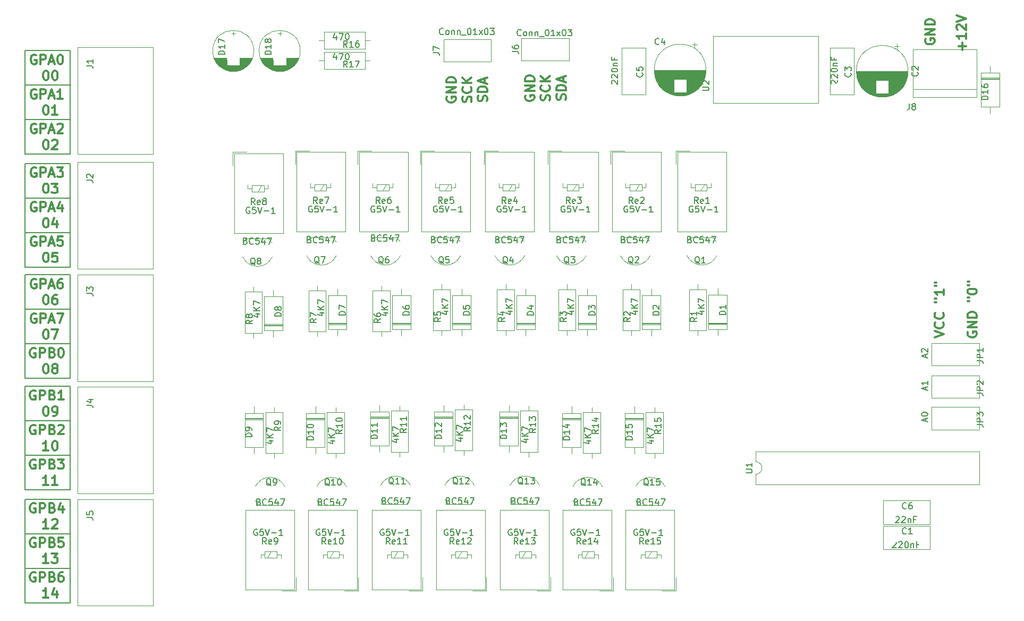
<source format=gto>
%TF.GenerationSoftware,KiCad,Pcbnew,(5.1.6)-1*%
%TF.CreationDate,2021-11-12T17:11:00+01:00*%
%TF.ProjectId,Relay Control,52656c61-7920-4436-9f6e-74726f6c2e6b,rev?*%
%TF.SameCoordinates,Original*%
%TF.FileFunction,Legend,Top*%
%TF.FilePolarity,Positive*%
%FSLAX46Y46*%
G04 Gerber Fmt 4.6, Leading zero omitted, Abs format (unit mm)*
G04 Created by KiCad (PCBNEW (5.1.6)-1) date 2021-11-12 17:11:00*
%MOMM*%
%LPD*%
G01*
G04 APERTURE LIST*
%ADD10C,0.300000*%
%ADD11C,0.150000*%
%ADD12C,0.120000*%
%ADD13O,1.700000X1.700000*%
%ADD14R,1.700000X1.700000*%
%ADD15C,1.900000*%
%ADD16R,1.900000X1.900000*%
%ADD17C,2.100000*%
%ADD18R,2.100000X2.100000*%
%ADD19C,1.700000*%
%ADD20R,1.600000X1.600000*%
%ADD21C,1.600000*%
%ADD22O,1.700000X3.100000*%
%ADD23R,1.700000X3.100000*%
%ADD24O,2.500000X4.900000*%
%ADD25R,2.500000X4.900000*%
%ADD26O,3.700000X2.500000*%
%ADD27C,0.100000*%
%ADD28C,2.000000*%
%ADD29R,2.000000X2.000000*%
%ADD30O,2.500000X2.500000*%
%ADD31R,2.500000X2.500000*%
G04 APERTURE END LIST*
D10*
X214178571Y-89678571D02*
X215678571Y-89178571D01*
X214178571Y-88678571D01*
X215535714Y-87321428D02*
X215607142Y-87392857D01*
X215678571Y-87607142D01*
X215678571Y-87750000D01*
X215607142Y-87964285D01*
X215464285Y-88107142D01*
X215321428Y-88178571D01*
X215035714Y-88250000D01*
X214821428Y-88250000D01*
X214535714Y-88178571D01*
X214392857Y-88107142D01*
X214250000Y-87964285D01*
X214178571Y-87750000D01*
X214178571Y-87607142D01*
X214250000Y-87392857D01*
X214321428Y-87321428D01*
X215535714Y-85821428D02*
X215607142Y-85892857D01*
X215678571Y-86107142D01*
X215678571Y-86250000D01*
X215607142Y-86464285D01*
X215464285Y-86607142D01*
X215321428Y-86678571D01*
X215035714Y-86750000D01*
X214821428Y-86750000D01*
X214535714Y-86678571D01*
X214392857Y-86607142D01*
X214250000Y-86464285D01*
X214178571Y-86250000D01*
X214178571Y-86107142D01*
X214250000Y-85892857D01*
X214321428Y-85821428D01*
X214178571Y-84107142D02*
X214464285Y-84107142D01*
X214178571Y-83535714D02*
X214464285Y-83535714D01*
X215678571Y-82107142D02*
X215678571Y-82964285D01*
X215678571Y-82535714D02*
X214178571Y-82535714D01*
X214392857Y-82678571D01*
X214535714Y-82821428D01*
X214607142Y-82964285D01*
X214178571Y-81535714D02*
X214464285Y-81535714D01*
X214178571Y-80964285D02*
X214464285Y-80964285D01*
X219500000Y-88821428D02*
X219428571Y-88964285D01*
X219428571Y-89178571D01*
X219500000Y-89392857D01*
X219642857Y-89535714D01*
X219785714Y-89607142D01*
X220071428Y-89678571D01*
X220285714Y-89678571D01*
X220571428Y-89607142D01*
X220714285Y-89535714D01*
X220857142Y-89392857D01*
X220928571Y-89178571D01*
X220928571Y-89035714D01*
X220857142Y-88821428D01*
X220785714Y-88750000D01*
X220285714Y-88750000D01*
X220285714Y-89035714D01*
X220928571Y-88107142D02*
X219428571Y-88107142D01*
X220928571Y-87250000D01*
X219428571Y-87250000D01*
X220928571Y-86535714D02*
X219428571Y-86535714D01*
X219428571Y-86178571D01*
X219500000Y-85964285D01*
X219642857Y-85821428D01*
X219785714Y-85750000D01*
X220071428Y-85678571D01*
X220285714Y-85678571D01*
X220571428Y-85750000D01*
X220714285Y-85821428D01*
X220857142Y-85964285D01*
X220928571Y-86178571D01*
X220928571Y-86535714D01*
X219428571Y-83964285D02*
X219714285Y-83964285D01*
X219428571Y-83392857D02*
X219714285Y-83392857D01*
X219428571Y-82464285D02*
X219428571Y-82321428D01*
X219500000Y-82178571D01*
X219571428Y-82107142D01*
X219714285Y-82035714D01*
X220000000Y-81964285D01*
X220357142Y-81964285D01*
X220642857Y-82035714D01*
X220785714Y-82107142D01*
X220857142Y-82178571D01*
X220928571Y-82321428D01*
X220928571Y-82464285D01*
X220857142Y-82607142D01*
X220785714Y-82678571D01*
X220642857Y-82750000D01*
X220357142Y-82821428D01*
X220000000Y-82821428D01*
X219714285Y-82750000D01*
X219571428Y-82678571D01*
X219500000Y-82607142D01*
X219428571Y-82464285D01*
X219428571Y-81392857D02*
X219714285Y-81392857D01*
X219428571Y-80821428D02*
X219714285Y-80821428D01*
X142857142Y-52071428D02*
X142928571Y-51857142D01*
X142928571Y-51500000D01*
X142857142Y-51357142D01*
X142785714Y-51285714D01*
X142642857Y-51214285D01*
X142500000Y-51214285D01*
X142357142Y-51285714D01*
X142285714Y-51357142D01*
X142214285Y-51500000D01*
X142142857Y-51785714D01*
X142071428Y-51928571D01*
X142000000Y-52000000D01*
X141857142Y-52071428D01*
X141714285Y-52071428D01*
X141571428Y-52000000D01*
X141500000Y-51928571D01*
X141428571Y-51785714D01*
X141428571Y-51428571D01*
X141500000Y-51214285D01*
X142928571Y-50571428D02*
X141428571Y-50571428D01*
X141428571Y-50214285D01*
X141500000Y-50000000D01*
X141642857Y-49857142D01*
X141785714Y-49785714D01*
X142071428Y-49714285D01*
X142285714Y-49714285D01*
X142571428Y-49785714D01*
X142714285Y-49857142D01*
X142857142Y-50000000D01*
X142928571Y-50214285D01*
X142928571Y-50571428D01*
X142500000Y-49142857D02*
X142500000Y-48428571D01*
X142928571Y-49285714D02*
X141428571Y-48785714D01*
X142928571Y-48285714D01*
X155357142Y-51821428D02*
X155428571Y-51607142D01*
X155428571Y-51250000D01*
X155357142Y-51107142D01*
X155285714Y-51035714D01*
X155142857Y-50964285D01*
X155000000Y-50964285D01*
X154857142Y-51035714D01*
X154785714Y-51107142D01*
X154714285Y-51250000D01*
X154642857Y-51535714D01*
X154571428Y-51678571D01*
X154500000Y-51750000D01*
X154357142Y-51821428D01*
X154214285Y-51821428D01*
X154071428Y-51750000D01*
X154000000Y-51678571D01*
X153928571Y-51535714D01*
X153928571Y-51178571D01*
X154000000Y-50964285D01*
X155428571Y-50321428D02*
X153928571Y-50321428D01*
X153928571Y-49964285D01*
X154000000Y-49750000D01*
X154142857Y-49607142D01*
X154285714Y-49535714D01*
X154571428Y-49464285D01*
X154785714Y-49464285D01*
X155071428Y-49535714D01*
X155214285Y-49607142D01*
X155357142Y-49750000D01*
X155428571Y-49964285D01*
X155428571Y-50321428D01*
X155000000Y-48892857D02*
X155000000Y-48178571D01*
X155428571Y-49035714D02*
X153928571Y-48535714D01*
X155428571Y-48035714D01*
X140357142Y-52178571D02*
X140428571Y-51964285D01*
X140428571Y-51607142D01*
X140357142Y-51464285D01*
X140285714Y-51392857D01*
X140142857Y-51321428D01*
X140000000Y-51321428D01*
X139857142Y-51392857D01*
X139785714Y-51464285D01*
X139714285Y-51607142D01*
X139642857Y-51892857D01*
X139571428Y-52035714D01*
X139500000Y-52107142D01*
X139357142Y-52178571D01*
X139214285Y-52178571D01*
X139071428Y-52107142D01*
X139000000Y-52035714D01*
X138928571Y-51892857D01*
X138928571Y-51535714D01*
X139000000Y-51321428D01*
X140285714Y-49821428D02*
X140357142Y-49892857D01*
X140428571Y-50107142D01*
X140428571Y-50250000D01*
X140357142Y-50464285D01*
X140214285Y-50607142D01*
X140071428Y-50678571D01*
X139785714Y-50750000D01*
X139571428Y-50750000D01*
X139285714Y-50678571D01*
X139142857Y-50607142D01*
X139000000Y-50464285D01*
X138928571Y-50250000D01*
X138928571Y-50107142D01*
X139000000Y-49892857D01*
X139071428Y-49821428D01*
X140428571Y-49178571D02*
X138928571Y-49178571D01*
X140428571Y-48321428D02*
X139571428Y-48964285D01*
X138928571Y-48321428D02*
X139785714Y-49178571D01*
X152857142Y-51928571D02*
X152928571Y-51714285D01*
X152928571Y-51357142D01*
X152857142Y-51214285D01*
X152785714Y-51142857D01*
X152642857Y-51071428D01*
X152500000Y-51071428D01*
X152357142Y-51142857D01*
X152285714Y-51214285D01*
X152214285Y-51357142D01*
X152142857Y-51642857D01*
X152071428Y-51785714D01*
X152000000Y-51857142D01*
X151857142Y-51928571D01*
X151714285Y-51928571D01*
X151571428Y-51857142D01*
X151500000Y-51785714D01*
X151428571Y-51642857D01*
X151428571Y-51285714D01*
X151500000Y-51071428D01*
X152785714Y-49571428D02*
X152857142Y-49642857D01*
X152928571Y-49857142D01*
X152928571Y-50000000D01*
X152857142Y-50214285D01*
X152714285Y-50357142D01*
X152571428Y-50428571D01*
X152285714Y-50500000D01*
X152071428Y-50500000D01*
X151785714Y-50428571D01*
X151642857Y-50357142D01*
X151500000Y-50214285D01*
X151428571Y-50000000D01*
X151428571Y-49857142D01*
X151500000Y-49642857D01*
X151571428Y-49571428D01*
X152928571Y-48928571D02*
X151428571Y-48928571D01*
X152928571Y-48071428D02*
X152071428Y-48714285D01*
X151428571Y-48071428D02*
X152285714Y-48928571D01*
X149000000Y-51142857D02*
X148928571Y-51285714D01*
X148928571Y-51500000D01*
X149000000Y-51714285D01*
X149142857Y-51857142D01*
X149285714Y-51928571D01*
X149571428Y-52000000D01*
X149785714Y-52000000D01*
X150071428Y-51928571D01*
X150214285Y-51857142D01*
X150357142Y-51714285D01*
X150428571Y-51500000D01*
X150428571Y-51357142D01*
X150357142Y-51142857D01*
X150285714Y-51071428D01*
X149785714Y-51071428D01*
X149785714Y-51357142D01*
X150428571Y-50428571D02*
X148928571Y-50428571D01*
X150428571Y-49571428D01*
X148928571Y-49571428D01*
X150428571Y-48857142D02*
X148928571Y-48857142D01*
X148928571Y-48500000D01*
X149000000Y-48285714D01*
X149142857Y-48142857D01*
X149285714Y-48071428D01*
X149571428Y-48000000D01*
X149785714Y-48000000D01*
X150071428Y-48071428D01*
X150214285Y-48142857D01*
X150357142Y-48285714D01*
X150428571Y-48500000D01*
X150428571Y-48857142D01*
X136500000Y-51392857D02*
X136428571Y-51535714D01*
X136428571Y-51750000D01*
X136500000Y-51964285D01*
X136642857Y-52107142D01*
X136785714Y-52178571D01*
X137071428Y-52250000D01*
X137285714Y-52250000D01*
X137571428Y-52178571D01*
X137714285Y-52107142D01*
X137857142Y-51964285D01*
X137928571Y-51750000D01*
X137928571Y-51607142D01*
X137857142Y-51392857D01*
X137785714Y-51321428D01*
X137285714Y-51321428D01*
X137285714Y-51607142D01*
X137928571Y-50678571D02*
X136428571Y-50678571D01*
X137928571Y-49821428D01*
X136428571Y-49821428D01*
X137928571Y-49107142D02*
X136428571Y-49107142D01*
X136428571Y-48750000D01*
X136500000Y-48535714D01*
X136642857Y-48392857D01*
X136785714Y-48321428D01*
X137071428Y-48250000D01*
X137285714Y-48250000D01*
X137571428Y-48321428D01*
X137714285Y-48392857D01*
X137857142Y-48535714D01*
X137928571Y-48750000D01*
X137928571Y-49107142D01*
X218607142Y-43892857D02*
X218607142Y-42750000D01*
X219178571Y-43321428D02*
X218035714Y-43321428D01*
X219178571Y-41250000D02*
X219178571Y-42107142D01*
X219178571Y-41678571D02*
X217678571Y-41678571D01*
X217892857Y-41821428D01*
X218035714Y-41964285D01*
X218107142Y-42107142D01*
X217821428Y-40678571D02*
X217750000Y-40607142D01*
X217678571Y-40464285D01*
X217678571Y-40107142D01*
X217750000Y-39964285D01*
X217821428Y-39892857D01*
X217964285Y-39821428D01*
X218107142Y-39821428D01*
X218321428Y-39892857D01*
X219178571Y-40750000D01*
X219178571Y-39821428D01*
X217678571Y-39392857D02*
X219178571Y-38892857D01*
X217678571Y-38392857D01*
X212750000Y-42142857D02*
X212678571Y-42285714D01*
X212678571Y-42500000D01*
X212750000Y-42714285D01*
X212892857Y-42857142D01*
X213035714Y-42928571D01*
X213321428Y-43000000D01*
X213535714Y-43000000D01*
X213821428Y-42928571D01*
X213964285Y-42857142D01*
X214107142Y-42714285D01*
X214178571Y-42500000D01*
X214178571Y-42357142D01*
X214107142Y-42142857D01*
X214035714Y-42071428D01*
X213535714Y-42071428D01*
X213535714Y-42357142D01*
X214178571Y-41428571D02*
X212678571Y-41428571D01*
X214178571Y-40571428D01*
X212678571Y-40571428D01*
X214178571Y-39857142D02*
X212678571Y-39857142D01*
X212678571Y-39500000D01*
X212750000Y-39285714D01*
X212892857Y-39142857D01*
X213035714Y-39071428D01*
X213321428Y-39000000D01*
X213535714Y-39000000D01*
X213821428Y-39071428D01*
X213964285Y-39142857D01*
X214107142Y-39285714D01*
X214178571Y-39500000D01*
X214178571Y-39857142D01*
X70928571Y-121725000D02*
X70785714Y-121653571D01*
X70571428Y-121653571D01*
X70357142Y-121725000D01*
X70214285Y-121867857D01*
X70142857Y-122010714D01*
X70071428Y-122296428D01*
X70071428Y-122510714D01*
X70142857Y-122796428D01*
X70214285Y-122939285D01*
X70357142Y-123082142D01*
X70571428Y-123153571D01*
X70714285Y-123153571D01*
X70928571Y-123082142D01*
X71000000Y-123010714D01*
X71000000Y-122510714D01*
X70714285Y-122510714D01*
X71642857Y-123153571D02*
X71642857Y-121653571D01*
X72214285Y-121653571D01*
X72357142Y-121725000D01*
X72428571Y-121796428D01*
X72500000Y-121939285D01*
X72500000Y-122153571D01*
X72428571Y-122296428D01*
X72357142Y-122367857D01*
X72214285Y-122439285D01*
X71642857Y-122439285D01*
X73642857Y-122367857D02*
X73857142Y-122439285D01*
X73928571Y-122510714D01*
X74000000Y-122653571D01*
X74000000Y-122867857D01*
X73928571Y-123010714D01*
X73857142Y-123082142D01*
X73714285Y-123153571D01*
X73142857Y-123153571D01*
X73142857Y-121653571D01*
X73642857Y-121653571D01*
X73785714Y-121725000D01*
X73857142Y-121796428D01*
X73928571Y-121939285D01*
X73928571Y-122082142D01*
X73857142Y-122225000D01*
X73785714Y-122296428D01*
X73642857Y-122367857D01*
X73142857Y-122367857D01*
X75357142Y-121653571D02*
X74642857Y-121653571D01*
X74571428Y-122367857D01*
X74642857Y-122296428D01*
X74785714Y-122225000D01*
X75142857Y-122225000D01*
X75285714Y-122296428D01*
X75357142Y-122367857D01*
X75428571Y-122510714D01*
X75428571Y-122867857D01*
X75357142Y-123010714D01*
X75285714Y-123082142D01*
X75142857Y-123153571D01*
X74785714Y-123153571D01*
X74642857Y-123082142D01*
X74571428Y-123010714D01*
X73035714Y-125703571D02*
X72178571Y-125703571D01*
X72607142Y-125703571D02*
X72607142Y-124203571D01*
X72464285Y-124417857D01*
X72321428Y-124560714D01*
X72178571Y-124632142D01*
X73535714Y-124203571D02*
X74464285Y-124203571D01*
X73964285Y-124775000D01*
X74178571Y-124775000D01*
X74321428Y-124846428D01*
X74392857Y-124917857D01*
X74464285Y-125060714D01*
X74464285Y-125417857D01*
X74392857Y-125560714D01*
X74321428Y-125632142D01*
X74178571Y-125703571D01*
X73750000Y-125703571D01*
X73607142Y-125632142D01*
X73535714Y-125560714D01*
X70928571Y-127225000D02*
X70785714Y-127153571D01*
X70571428Y-127153571D01*
X70357142Y-127225000D01*
X70214285Y-127367857D01*
X70142857Y-127510714D01*
X70071428Y-127796428D01*
X70071428Y-128010714D01*
X70142857Y-128296428D01*
X70214285Y-128439285D01*
X70357142Y-128582142D01*
X70571428Y-128653571D01*
X70714285Y-128653571D01*
X70928571Y-128582142D01*
X71000000Y-128510714D01*
X71000000Y-128010714D01*
X70714285Y-128010714D01*
X71642857Y-128653571D02*
X71642857Y-127153571D01*
X72214285Y-127153571D01*
X72357142Y-127225000D01*
X72428571Y-127296428D01*
X72500000Y-127439285D01*
X72500000Y-127653571D01*
X72428571Y-127796428D01*
X72357142Y-127867857D01*
X72214285Y-127939285D01*
X71642857Y-127939285D01*
X73642857Y-127867857D02*
X73857142Y-127939285D01*
X73928571Y-128010714D01*
X74000000Y-128153571D01*
X74000000Y-128367857D01*
X73928571Y-128510714D01*
X73857142Y-128582142D01*
X73714285Y-128653571D01*
X73142857Y-128653571D01*
X73142857Y-127153571D01*
X73642857Y-127153571D01*
X73785714Y-127225000D01*
X73857142Y-127296428D01*
X73928571Y-127439285D01*
X73928571Y-127582142D01*
X73857142Y-127725000D01*
X73785714Y-127796428D01*
X73642857Y-127867857D01*
X73142857Y-127867857D01*
X75285714Y-127153571D02*
X75000000Y-127153571D01*
X74857142Y-127225000D01*
X74785714Y-127296428D01*
X74642857Y-127510714D01*
X74571428Y-127796428D01*
X74571428Y-128367857D01*
X74642857Y-128510714D01*
X74714285Y-128582142D01*
X74857142Y-128653571D01*
X75142857Y-128653571D01*
X75285714Y-128582142D01*
X75357142Y-128510714D01*
X75428571Y-128367857D01*
X75428571Y-128010714D01*
X75357142Y-127867857D01*
X75285714Y-127796428D01*
X75142857Y-127725000D01*
X74857142Y-127725000D01*
X74714285Y-127796428D01*
X74642857Y-127867857D01*
X74571428Y-128010714D01*
X73035714Y-131203571D02*
X72178571Y-131203571D01*
X72607142Y-131203571D02*
X72607142Y-129703571D01*
X72464285Y-129917857D01*
X72321428Y-130060714D01*
X72178571Y-130132142D01*
X74321428Y-130203571D02*
X74321428Y-131203571D01*
X73964285Y-129632142D02*
X73607142Y-130703571D01*
X74535714Y-130703571D01*
X70928571Y-116225000D02*
X70785714Y-116153571D01*
X70571428Y-116153571D01*
X70357142Y-116225000D01*
X70214285Y-116367857D01*
X70142857Y-116510714D01*
X70071428Y-116796428D01*
X70071428Y-117010714D01*
X70142857Y-117296428D01*
X70214285Y-117439285D01*
X70357142Y-117582142D01*
X70571428Y-117653571D01*
X70714285Y-117653571D01*
X70928571Y-117582142D01*
X71000000Y-117510714D01*
X71000000Y-117010714D01*
X70714285Y-117010714D01*
X71642857Y-117653571D02*
X71642857Y-116153571D01*
X72214285Y-116153571D01*
X72357142Y-116225000D01*
X72428571Y-116296428D01*
X72500000Y-116439285D01*
X72500000Y-116653571D01*
X72428571Y-116796428D01*
X72357142Y-116867857D01*
X72214285Y-116939285D01*
X71642857Y-116939285D01*
X73642857Y-116867857D02*
X73857142Y-116939285D01*
X73928571Y-117010714D01*
X74000000Y-117153571D01*
X74000000Y-117367857D01*
X73928571Y-117510714D01*
X73857142Y-117582142D01*
X73714285Y-117653571D01*
X73142857Y-117653571D01*
X73142857Y-116153571D01*
X73642857Y-116153571D01*
X73785714Y-116225000D01*
X73857142Y-116296428D01*
X73928571Y-116439285D01*
X73928571Y-116582142D01*
X73857142Y-116725000D01*
X73785714Y-116796428D01*
X73642857Y-116867857D01*
X73142857Y-116867857D01*
X75285714Y-116653571D02*
X75285714Y-117653571D01*
X74928571Y-116082142D02*
X74571428Y-117153571D01*
X75500000Y-117153571D01*
X73035714Y-120203571D02*
X72178571Y-120203571D01*
X72607142Y-120203571D02*
X72607142Y-118703571D01*
X72464285Y-118917857D01*
X72321428Y-119060714D01*
X72178571Y-119132142D01*
X73607142Y-118846428D02*
X73678571Y-118775000D01*
X73821428Y-118703571D01*
X74178571Y-118703571D01*
X74321428Y-118775000D01*
X74392857Y-118846428D01*
X74464285Y-118989285D01*
X74464285Y-119132142D01*
X74392857Y-119346428D01*
X73535714Y-120203571D01*
X74464285Y-120203571D01*
D11*
X76500000Y-132000000D02*
X69250000Y-132000000D01*
X69250000Y-126500000D02*
X76500000Y-126500000D01*
X76500000Y-121000000D02*
X69250000Y-121000000D01*
X76500000Y-115500000D02*
X76500000Y-121000000D01*
X69250000Y-121000000D02*
X76500000Y-121000000D01*
X76500000Y-126500000D02*
X76500000Y-132000000D01*
X69250000Y-126500000D02*
X69250000Y-121000000D01*
X69250000Y-121000000D02*
X69250000Y-115500000D01*
X76500000Y-126500000D02*
X69250000Y-126500000D01*
X69250000Y-115500000D02*
X76500000Y-115500000D01*
X76500000Y-121000000D02*
X76500000Y-126500000D01*
X69250000Y-132000000D02*
X69250000Y-126500000D01*
D10*
X70928571Y-103725000D02*
X70785714Y-103653571D01*
X70571428Y-103653571D01*
X70357142Y-103725000D01*
X70214285Y-103867857D01*
X70142857Y-104010714D01*
X70071428Y-104296428D01*
X70071428Y-104510714D01*
X70142857Y-104796428D01*
X70214285Y-104939285D01*
X70357142Y-105082142D01*
X70571428Y-105153571D01*
X70714285Y-105153571D01*
X70928571Y-105082142D01*
X71000000Y-105010714D01*
X71000000Y-104510714D01*
X70714285Y-104510714D01*
X71642857Y-105153571D02*
X71642857Y-103653571D01*
X72214285Y-103653571D01*
X72357142Y-103725000D01*
X72428571Y-103796428D01*
X72500000Y-103939285D01*
X72500000Y-104153571D01*
X72428571Y-104296428D01*
X72357142Y-104367857D01*
X72214285Y-104439285D01*
X71642857Y-104439285D01*
X73642857Y-104367857D02*
X73857142Y-104439285D01*
X73928571Y-104510714D01*
X74000000Y-104653571D01*
X74000000Y-104867857D01*
X73928571Y-105010714D01*
X73857142Y-105082142D01*
X73714285Y-105153571D01*
X73142857Y-105153571D01*
X73142857Y-103653571D01*
X73642857Y-103653571D01*
X73785714Y-103725000D01*
X73857142Y-103796428D01*
X73928571Y-103939285D01*
X73928571Y-104082142D01*
X73857142Y-104225000D01*
X73785714Y-104296428D01*
X73642857Y-104367857D01*
X73142857Y-104367857D01*
X74571428Y-103796428D02*
X74642857Y-103725000D01*
X74785714Y-103653571D01*
X75142857Y-103653571D01*
X75285714Y-103725000D01*
X75357142Y-103796428D01*
X75428571Y-103939285D01*
X75428571Y-104082142D01*
X75357142Y-104296428D01*
X74500000Y-105153571D01*
X75428571Y-105153571D01*
X73035714Y-107703571D02*
X72178571Y-107703571D01*
X72607142Y-107703571D02*
X72607142Y-106203571D01*
X72464285Y-106417857D01*
X72321428Y-106560714D01*
X72178571Y-106632142D01*
X73964285Y-106203571D02*
X74107142Y-106203571D01*
X74250000Y-106275000D01*
X74321428Y-106346428D01*
X74392857Y-106489285D01*
X74464285Y-106775000D01*
X74464285Y-107132142D01*
X74392857Y-107417857D01*
X74321428Y-107560714D01*
X74250000Y-107632142D01*
X74107142Y-107703571D01*
X73964285Y-107703571D01*
X73821428Y-107632142D01*
X73750000Y-107560714D01*
X73678571Y-107417857D01*
X73607142Y-107132142D01*
X73607142Y-106775000D01*
X73678571Y-106489285D01*
X73750000Y-106346428D01*
X73821428Y-106275000D01*
X73964285Y-106203571D01*
X70928571Y-109225000D02*
X70785714Y-109153571D01*
X70571428Y-109153571D01*
X70357142Y-109225000D01*
X70214285Y-109367857D01*
X70142857Y-109510714D01*
X70071428Y-109796428D01*
X70071428Y-110010714D01*
X70142857Y-110296428D01*
X70214285Y-110439285D01*
X70357142Y-110582142D01*
X70571428Y-110653571D01*
X70714285Y-110653571D01*
X70928571Y-110582142D01*
X71000000Y-110510714D01*
X71000000Y-110010714D01*
X70714285Y-110010714D01*
X71642857Y-110653571D02*
X71642857Y-109153571D01*
X72214285Y-109153571D01*
X72357142Y-109225000D01*
X72428571Y-109296428D01*
X72500000Y-109439285D01*
X72500000Y-109653571D01*
X72428571Y-109796428D01*
X72357142Y-109867857D01*
X72214285Y-109939285D01*
X71642857Y-109939285D01*
X73642857Y-109867857D02*
X73857142Y-109939285D01*
X73928571Y-110010714D01*
X74000000Y-110153571D01*
X74000000Y-110367857D01*
X73928571Y-110510714D01*
X73857142Y-110582142D01*
X73714285Y-110653571D01*
X73142857Y-110653571D01*
X73142857Y-109153571D01*
X73642857Y-109153571D01*
X73785714Y-109225000D01*
X73857142Y-109296428D01*
X73928571Y-109439285D01*
X73928571Y-109582142D01*
X73857142Y-109725000D01*
X73785714Y-109796428D01*
X73642857Y-109867857D01*
X73142857Y-109867857D01*
X74500000Y-109153571D02*
X75428571Y-109153571D01*
X74928571Y-109725000D01*
X75142857Y-109725000D01*
X75285714Y-109796428D01*
X75357142Y-109867857D01*
X75428571Y-110010714D01*
X75428571Y-110367857D01*
X75357142Y-110510714D01*
X75285714Y-110582142D01*
X75142857Y-110653571D01*
X74714285Y-110653571D01*
X74571428Y-110582142D01*
X74500000Y-110510714D01*
X73035714Y-113203571D02*
X72178571Y-113203571D01*
X72607142Y-113203571D02*
X72607142Y-111703571D01*
X72464285Y-111917857D01*
X72321428Y-112060714D01*
X72178571Y-112132142D01*
X74464285Y-113203571D02*
X73607142Y-113203571D01*
X74035714Y-113203571D02*
X74035714Y-111703571D01*
X73892857Y-111917857D01*
X73750000Y-112060714D01*
X73607142Y-112132142D01*
X70928571Y-98225000D02*
X70785714Y-98153571D01*
X70571428Y-98153571D01*
X70357142Y-98225000D01*
X70214285Y-98367857D01*
X70142857Y-98510714D01*
X70071428Y-98796428D01*
X70071428Y-99010714D01*
X70142857Y-99296428D01*
X70214285Y-99439285D01*
X70357142Y-99582142D01*
X70571428Y-99653571D01*
X70714285Y-99653571D01*
X70928571Y-99582142D01*
X71000000Y-99510714D01*
X71000000Y-99010714D01*
X70714285Y-99010714D01*
X71642857Y-99653571D02*
X71642857Y-98153571D01*
X72214285Y-98153571D01*
X72357142Y-98225000D01*
X72428571Y-98296428D01*
X72500000Y-98439285D01*
X72500000Y-98653571D01*
X72428571Y-98796428D01*
X72357142Y-98867857D01*
X72214285Y-98939285D01*
X71642857Y-98939285D01*
X73642857Y-98867857D02*
X73857142Y-98939285D01*
X73928571Y-99010714D01*
X74000000Y-99153571D01*
X74000000Y-99367857D01*
X73928571Y-99510714D01*
X73857142Y-99582142D01*
X73714285Y-99653571D01*
X73142857Y-99653571D01*
X73142857Y-98153571D01*
X73642857Y-98153571D01*
X73785714Y-98225000D01*
X73857142Y-98296428D01*
X73928571Y-98439285D01*
X73928571Y-98582142D01*
X73857142Y-98725000D01*
X73785714Y-98796428D01*
X73642857Y-98867857D01*
X73142857Y-98867857D01*
X75428571Y-99653571D02*
X74571428Y-99653571D01*
X75000000Y-99653571D02*
X75000000Y-98153571D01*
X74857142Y-98367857D01*
X74714285Y-98510714D01*
X74571428Y-98582142D01*
X72535714Y-100703571D02*
X72678571Y-100703571D01*
X72821428Y-100775000D01*
X72892857Y-100846428D01*
X72964285Y-100989285D01*
X73035714Y-101275000D01*
X73035714Y-101632142D01*
X72964285Y-101917857D01*
X72892857Y-102060714D01*
X72821428Y-102132142D01*
X72678571Y-102203571D01*
X72535714Y-102203571D01*
X72392857Y-102132142D01*
X72321428Y-102060714D01*
X72250000Y-101917857D01*
X72178571Y-101632142D01*
X72178571Y-101275000D01*
X72250000Y-100989285D01*
X72321428Y-100846428D01*
X72392857Y-100775000D01*
X72535714Y-100703571D01*
X73750000Y-102203571D02*
X74035714Y-102203571D01*
X74178571Y-102132142D01*
X74250000Y-102060714D01*
X74392857Y-101846428D01*
X74464285Y-101560714D01*
X74464285Y-100989285D01*
X74392857Y-100846428D01*
X74321428Y-100775000D01*
X74178571Y-100703571D01*
X73892857Y-100703571D01*
X73750000Y-100775000D01*
X73678571Y-100846428D01*
X73607142Y-100989285D01*
X73607142Y-101346428D01*
X73678571Y-101489285D01*
X73750000Y-101560714D01*
X73892857Y-101632142D01*
X74178571Y-101632142D01*
X74321428Y-101560714D01*
X74392857Y-101489285D01*
X74464285Y-101346428D01*
D11*
X76500000Y-114000000D02*
X69250000Y-114000000D01*
X69250000Y-108500000D02*
X76500000Y-108500000D01*
X76500000Y-103000000D02*
X69250000Y-103000000D01*
X76500000Y-97500000D02*
X76500000Y-103000000D01*
X69250000Y-103000000D02*
X76500000Y-103000000D01*
X76500000Y-108500000D02*
X76500000Y-114000000D01*
X69250000Y-108500000D02*
X69250000Y-103000000D01*
X69250000Y-103000000D02*
X69250000Y-97500000D01*
X76500000Y-108500000D02*
X69250000Y-108500000D01*
X69250000Y-97500000D02*
X76500000Y-97500000D01*
X76500000Y-103000000D02*
X76500000Y-108500000D01*
X69250000Y-114000000D02*
X69250000Y-108500000D01*
D10*
X71035714Y-85975000D02*
X70892857Y-85903571D01*
X70678571Y-85903571D01*
X70464285Y-85975000D01*
X70321428Y-86117857D01*
X70250000Y-86260714D01*
X70178571Y-86546428D01*
X70178571Y-86760714D01*
X70250000Y-87046428D01*
X70321428Y-87189285D01*
X70464285Y-87332142D01*
X70678571Y-87403571D01*
X70821428Y-87403571D01*
X71035714Y-87332142D01*
X71107142Y-87260714D01*
X71107142Y-86760714D01*
X70821428Y-86760714D01*
X71750000Y-87403571D02*
X71750000Y-85903571D01*
X72321428Y-85903571D01*
X72464285Y-85975000D01*
X72535714Y-86046428D01*
X72607142Y-86189285D01*
X72607142Y-86403571D01*
X72535714Y-86546428D01*
X72464285Y-86617857D01*
X72321428Y-86689285D01*
X71750000Y-86689285D01*
X73178571Y-86975000D02*
X73892857Y-86975000D01*
X73035714Y-87403571D02*
X73535714Y-85903571D01*
X74035714Y-87403571D01*
X74392857Y-85903571D02*
X75392857Y-85903571D01*
X74750000Y-87403571D01*
X72535714Y-88453571D02*
X72678571Y-88453571D01*
X72821428Y-88525000D01*
X72892857Y-88596428D01*
X72964285Y-88739285D01*
X73035714Y-89025000D01*
X73035714Y-89382142D01*
X72964285Y-89667857D01*
X72892857Y-89810714D01*
X72821428Y-89882142D01*
X72678571Y-89953571D01*
X72535714Y-89953571D01*
X72392857Y-89882142D01*
X72321428Y-89810714D01*
X72250000Y-89667857D01*
X72178571Y-89382142D01*
X72178571Y-89025000D01*
X72250000Y-88739285D01*
X72321428Y-88596428D01*
X72392857Y-88525000D01*
X72535714Y-88453571D01*
X73535714Y-88453571D02*
X74535714Y-88453571D01*
X73892857Y-89953571D01*
X70928571Y-91475000D02*
X70785714Y-91403571D01*
X70571428Y-91403571D01*
X70357142Y-91475000D01*
X70214285Y-91617857D01*
X70142857Y-91760714D01*
X70071428Y-92046428D01*
X70071428Y-92260714D01*
X70142857Y-92546428D01*
X70214285Y-92689285D01*
X70357142Y-92832142D01*
X70571428Y-92903571D01*
X70714285Y-92903571D01*
X70928571Y-92832142D01*
X71000000Y-92760714D01*
X71000000Y-92260714D01*
X70714285Y-92260714D01*
X71642857Y-92903571D02*
X71642857Y-91403571D01*
X72214285Y-91403571D01*
X72357142Y-91475000D01*
X72428571Y-91546428D01*
X72500000Y-91689285D01*
X72500000Y-91903571D01*
X72428571Y-92046428D01*
X72357142Y-92117857D01*
X72214285Y-92189285D01*
X71642857Y-92189285D01*
X73642857Y-92117857D02*
X73857142Y-92189285D01*
X73928571Y-92260714D01*
X74000000Y-92403571D01*
X74000000Y-92617857D01*
X73928571Y-92760714D01*
X73857142Y-92832142D01*
X73714285Y-92903571D01*
X73142857Y-92903571D01*
X73142857Y-91403571D01*
X73642857Y-91403571D01*
X73785714Y-91475000D01*
X73857142Y-91546428D01*
X73928571Y-91689285D01*
X73928571Y-91832142D01*
X73857142Y-91975000D01*
X73785714Y-92046428D01*
X73642857Y-92117857D01*
X73142857Y-92117857D01*
X74928571Y-91403571D02*
X75071428Y-91403571D01*
X75214285Y-91475000D01*
X75285714Y-91546428D01*
X75357142Y-91689285D01*
X75428571Y-91975000D01*
X75428571Y-92332142D01*
X75357142Y-92617857D01*
X75285714Y-92760714D01*
X75214285Y-92832142D01*
X75071428Y-92903571D01*
X74928571Y-92903571D01*
X74785714Y-92832142D01*
X74714285Y-92760714D01*
X74642857Y-92617857D01*
X74571428Y-92332142D01*
X74571428Y-91975000D01*
X74642857Y-91689285D01*
X74714285Y-91546428D01*
X74785714Y-91475000D01*
X74928571Y-91403571D01*
X72535714Y-93953571D02*
X72678571Y-93953571D01*
X72821428Y-94025000D01*
X72892857Y-94096428D01*
X72964285Y-94239285D01*
X73035714Y-94525000D01*
X73035714Y-94882142D01*
X72964285Y-95167857D01*
X72892857Y-95310714D01*
X72821428Y-95382142D01*
X72678571Y-95453571D01*
X72535714Y-95453571D01*
X72392857Y-95382142D01*
X72321428Y-95310714D01*
X72250000Y-95167857D01*
X72178571Y-94882142D01*
X72178571Y-94525000D01*
X72250000Y-94239285D01*
X72321428Y-94096428D01*
X72392857Y-94025000D01*
X72535714Y-93953571D01*
X73892857Y-94596428D02*
X73750000Y-94525000D01*
X73678571Y-94453571D01*
X73607142Y-94310714D01*
X73607142Y-94239285D01*
X73678571Y-94096428D01*
X73750000Y-94025000D01*
X73892857Y-93953571D01*
X74178571Y-93953571D01*
X74321428Y-94025000D01*
X74392857Y-94096428D01*
X74464285Y-94239285D01*
X74464285Y-94310714D01*
X74392857Y-94453571D01*
X74321428Y-94525000D01*
X74178571Y-94596428D01*
X73892857Y-94596428D01*
X73750000Y-94667857D01*
X73678571Y-94739285D01*
X73607142Y-94882142D01*
X73607142Y-95167857D01*
X73678571Y-95310714D01*
X73750000Y-95382142D01*
X73892857Y-95453571D01*
X74178571Y-95453571D01*
X74321428Y-95382142D01*
X74392857Y-95310714D01*
X74464285Y-95167857D01*
X74464285Y-94882142D01*
X74392857Y-94739285D01*
X74321428Y-94667857D01*
X74178571Y-94596428D01*
X71035714Y-80475000D02*
X70892857Y-80403571D01*
X70678571Y-80403571D01*
X70464285Y-80475000D01*
X70321428Y-80617857D01*
X70250000Y-80760714D01*
X70178571Y-81046428D01*
X70178571Y-81260714D01*
X70250000Y-81546428D01*
X70321428Y-81689285D01*
X70464285Y-81832142D01*
X70678571Y-81903571D01*
X70821428Y-81903571D01*
X71035714Y-81832142D01*
X71107142Y-81760714D01*
X71107142Y-81260714D01*
X70821428Y-81260714D01*
X71750000Y-81903571D02*
X71750000Y-80403571D01*
X72321428Y-80403571D01*
X72464285Y-80475000D01*
X72535714Y-80546428D01*
X72607142Y-80689285D01*
X72607142Y-80903571D01*
X72535714Y-81046428D01*
X72464285Y-81117857D01*
X72321428Y-81189285D01*
X71750000Y-81189285D01*
X73178571Y-81475000D02*
X73892857Y-81475000D01*
X73035714Y-81903571D02*
X73535714Y-80403571D01*
X74035714Y-81903571D01*
X75178571Y-80403571D02*
X74892857Y-80403571D01*
X74750000Y-80475000D01*
X74678571Y-80546428D01*
X74535714Y-80760714D01*
X74464285Y-81046428D01*
X74464285Y-81617857D01*
X74535714Y-81760714D01*
X74607142Y-81832142D01*
X74750000Y-81903571D01*
X75035714Y-81903571D01*
X75178571Y-81832142D01*
X75250000Y-81760714D01*
X75321428Y-81617857D01*
X75321428Y-81260714D01*
X75250000Y-81117857D01*
X75178571Y-81046428D01*
X75035714Y-80975000D01*
X74750000Y-80975000D01*
X74607142Y-81046428D01*
X74535714Y-81117857D01*
X74464285Y-81260714D01*
X72535714Y-82953571D02*
X72678571Y-82953571D01*
X72821428Y-83025000D01*
X72892857Y-83096428D01*
X72964285Y-83239285D01*
X73035714Y-83525000D01*
X73035714Y-83882142D01*
X72964285Y-84167857D01*
X72892857Y-84310714D01*
X72821428Y-84382142D01*
X72678571Y-84453571D01*
X72535714Y-84453571D01*
X72392857Y-84382142D01*
X72321428Y-84310714D01*
X72250000Y-84167857D01*
X72178571Y-83882142D01*
X72178571Y-83525000D01*
X72250000Y-83239285D01*
X72321428Y-83096428D01*
X72392857Y-83025000D01*
X72535714Y-82953571D01*
X74321428Y-82953571D02*
X74035714Y-82953571D01*
X73892857Y-83025000D01*
X73821428Y-83096428D01*
X73678571Y-83310714D01*
X73607142Y-83596428D01*
X73607142Y-84167857D01*
X73678571Y-84310714D01*
X73750000Y-84382142D01*
X73892857Y-84453571D01*
X74178571Y-84453571D01*
X74321428Y-84382142D01*
X74392857Y-84310714D01*
X74464285Y-84167857D01*
X74464285Y-83810714D01*
X74392857Y-83667857D01*
X74321428Y-83596428D01*
X74178571Y-83525000D01*
X73892857Y-83525000D01*
X73750000Y-83596428D01*
X73678571Y-83667857D01*
X73607142Y-83810714D01*
D11*
X76500000Y-96250000D02*
X69250000Y-96250000D01*
X69250000Y-90750000D02*
X76500000Y-90750000D01*
X76500000Y-85250000D02*
X69250000Y-85250000D01*
X76500000Y-79750000D02*
X76500000Y-85250000D01*
X69250000Y-85250000D02*
X76500000Y-85250000D01*
X76500000Y-90750000D02*
X76500000Y-96250000D01*
X69250000Y-90750000D02*
X69250000Y-85250000D01*
X69250000Y-85250000D02*
X69250000Y-79750000D01*
X76500000Y-90750000D02*
X69250000Y-90750000D01*
X69250000Y-79750000D02*
X76500000Y-79750000D01*
X76500000Y-85250000D02*
X76500000Y-90750000D01*
X69250000Y-96250000D02*
X69250000Y-90750000D01*
D10*
X71035714Y-68225000D02*
X70892857Y-68153571D01*
X70678571Y-68153571D01*
X70464285Y-68225000D01*
X70321428Y-68367857D01*
X70250000Y-68510714D01*
X70178571Y-68796428D01*
X70178571Y-69010714D01*
X70250000Y-69296428D01*
X70321428Y-69439285D01*
X70464285Y-69582142D01*
X70678571Y-69653571D01*
X70821428Y-69653571D01*
X71035714Y-69582142D01*
X71107142Y-69510714D01*
X71107142Y-69010714D01*
X70821428Y-69010714D01*
X71750000Y-69653571D02*
X71750000Y-68153571D01*
X72321428Y-68153571D01*
X72464285Y-68225000D01*
X72535714Y-68296428D01*
X72607142Y-68439285D01*
X72607142Y-68653571D01*
X72535714Y-68796428D01*
X72464285Y-68867857D01*
X72321428Y-68939285D01*
X71750000Y-68939285D01*
X73178571Y-69225000D02*
X73892857Y-69225000D01*
X73035714Y-69653571D02*
X73535714Y-68153571D01*
X74035714Y-69653571D01*
X75178571Y-68653571D02*
X75178571Y-69653571D01*
X74821428Y-68082142D02*
X74464285Y-69153571D01*
X75392857Y-69153571D01*
X72535714Y-70703571D02*
X72678571Y-70703571D01*
X72821428Y-70775000D01*
X72892857Y-70846428D01*
X72964285Y-70989285D01*
X73035714Y-71275000D01*
X73035714Y-71632142D01*
X72964285Y-71917857D01*
X72892857Y-72060714D01*
X72821428Y-72132142D01*
X72678571Y-72203571D01*
X72535714Y-72203571D01*
X72392857Y-72132142D01*
X72321428Y-72060714D01*
X72250000Y-71917857D01*
X72178571Y-71632142D01*
X72178571Y-71275000D01*
X72250000Y-70989285D01*
X72321428Y-70846428D01*
X72392857Y-70775000D01*
X72535714Y-70703571D01*
X74321428Y-71203571D02*
X74321428Y-72203571D01*
X73964285Y-70632142D02*
X73607142Y-71703571D01*
X74535714Y-71703571D01*
X71035714Y-73725000D02*
X70892857Y-73653571D01*
X70678571Y-73653571D01*
X70464285Y-73725000D01*
X70321428Y-73867857D01*
X70250000Y-74010714D01*
X70178571Y-74296428D01*
X70178571Y-74510714D01*
X70250000Y-74796428D01*
X70321428Y-74939285D01*
X70464285Y-75082142D01*
X70678571Y-75153571D01*
X70821428Y-75153571D01*
X71035714Y-75082142D01*
X71107142Y-75010714D01*
X71107142Y-74510714D01*
X70821428Y-74510714D01*
X71750000Y-75153571D02*
X71750000Y-73653571D01*
X72321428Y-73653571D01*
X72464285Y-73725000D01*
X72535714Y-73796428D01*
X72607142Y-73939285D01*
X72607142Y-74153571D01*
X72535714Y-74296428D01*
X72464285Y-74367857D01*
X72321428Y-74439285D01*
X71750000Y-74439285D01*
X73178571Y-74725000D02*
X73892857Y-74725000D01*
X73035714Y-75153571D02*
X73535714Y-73653571D01*
X74035714Y-75153571D01*
X75250000Y-73653571D02*
X74535714Y-73653571D01*
X74464285Y-74367857D01*
X74535714Y-74296428D01*
X74678571Y-74225000D01*
X75035714Y-74225000D01*
X75178571Y-74296428D01*
X75250000Y-74367857D01*
X75321428Y-74510714D01*
X75321428Y-74867857D01*
X75250000Y-75010714D01*
X75178571Y-75082142D01*
X75035714Y-75153571D01*
X74678571Y-75153571D01*
X74535714Y-75082142D01*
X74464285Y-75010714D01*
X72535714Y-76203571D02*
X72678571Y-76203571D01*
X72821428Y-76275000D01*
X72892857Y-76346428D01*
X72964285Y-76489285D01*
X73035714Y-76775000D01*
X73035714Y-77132142D01*
X72964285Y-77417857D01*
X72892857Y-77560714D01*
X72821428Y-77632142D01*
X72678571Y-77703571D01*
X72535714Y-77703571D01*
X72392857Y-77632142D01*
X72321428Y-77560714D01*
X72250000Y-77417857D01*
X72178571Y-77132142D01*
X72178571Y-76775000D01*
X72250000Y-76489285D01*
X72321428Y-76346428D01*
X72392857Y-76275000D01*
X72535714Y-76203571D01*
X74392857Y-76203571D02*
X73678571Y-76203571D01*
X73607142Y-76917857D01*
X73678571Y-76846428D01*
X73821428Y-76775000D01*
X74178571Y-76775000D01*
X74321428Y-76846428D01*
X74392857Y-76917857D01*
X74464285Y-77060714D01*
X74464285Y-77417857D01*
X74392857Y-77560714D01*
X74321428Y-77632142D01*
X74178571Y-77703571D01*
X73821428Y-77703571D01*
X73678571Y-77632142D01*
X73607142Y-77560714D01*
X71035714Y-62725000D02*
X70892857Y-62653571D01*
X70678571Y-62653571D01*
X70464285Y-62725000D01*
X70321428Y-62867857D01*
X70250000Y-63010714D01*
X70178571Y-63296428D01*
X70178571Y-63510714D01*
X70250000Y-63796428D01*
X70321428Y-63939285D01*
X70464285Y-64082142D01*
X70678571Y-64153571D01*
X70821428Y-64153571D01*
X71035714Y-64082142D01*
X71107142Y-64010714D01*
X71107142Y-63510714D01*
X70821428Y-63510714D01*
X71750000Y-64153571D02*
X71750000Y-62653571D01*
X72321428Y-62653571D01*
X72464285Y-62725000D01*
X72535714Y-62796428D01*
X72607142Y-62939285D01*
X72607142Y-63153571D01*
X72535714Y-63296428D01*
X72464285Y-63367857D01*
X72321428Y-63439285D01*
X71750000Y-63439285D01*
X73178571Y-63725000D02*
X73892857Y-63725000D01*
X73035714Y-64153571D02*
X73535714Y-62653571D01*
X74035714Y-64153571D01*
X74392857Y-62653571D02*
X75321428Y-62653571D01*
X74821428Y-63225000D01*
X75035714Y-63225000D01*
X75178571Y-63296428D01*
X75250000Y-63367857D01*
X75321428Y-63510714D01*
X75321428Y-63867857D01*
X75250000Y-64010714D01*
X75178571Y-64082142D01*
X75035714Y-64153571D01*
X74607142Y-64153571D01*
X74464285Y-64082142D01*
X74392857Y-64010714D01*
X72535714Y-65203571D02*
X72678571Y-65203571D01*
X72821428Y-65275000D01*
X72892857Y-65346428D01*
X72964285Y-65489285D01*
X73035714Y-65775000D01*
X73035714Y-66132142D01*
X72964285Y-66417857D01*
X72892857Y-66560714D01*
X72821428Y-66632142D01*
X72678571Y-66703571D01*
X72535714Y-66703571D01*
X72392857Y-66632142D01*
X72321428Y-66560714D01*
X72250000Y-66417857D01*
X72178571Y-66132142D01*
X72178571Y-65775000D01*
X72250000Y-65489285D01*
X72321428Y-65346428D01*
X72392857Y-65275000D01*
X72535714Y-65203571D01*
X73535714Y-65203571D02*
X74464285Y-65203571D01*
X73964285Y-65775000D01*
X74178571Y-65775000D01*
X74321428Y-65846428D01*
X74392857Y-65917857D01*
X74464285Y-66060714D01*
X74464285Y-66417857D01*
X74392857Y-66560714D01*
X74321428Y-66632142D01*
X74178571Y-66703571D01*
X73750000Y-66703571D01*
X73607142Y-66632142D01*
X73535714Y-66560714D01*
D11*
X76500000Y-78500000D02*
X69250000Y-78500000D01*
X69250000Y-73000000D02*
X76500000Y-73000000D01*
X76500000Y-67500000D02*
X69250000Y-67500000D01*
X76500000Y-62000000D02*
X76500000Y-67500000D01*
X69250000Y-67500000D02*
X76500000Y-67500000D01*
X76500000Y-73000000D02*
X76500000Y-78500000D01*
X69250000Y-73000000D02*
X69250000Y-67500000D01*
X69250000Y-67500000D02*
X69250000Y-62000000D01*
X76500000Y-73000000D02*
X69250000Y-73000000D01*
X69250000Y-62000000D02*
X76500000Y-62000000D01*
X76500000Y-67500000D02*
X76500000Y-73000000D01*
X69250000Y-78500000D02*
X69250000Y-73000000D01*
D10*
X71035714Y-55725000D02*
X70892857Y-55653571D01*
X70678571Y-55653571D01*
X70464285Y-55725000D01*
X70321428Y-55867857D01*
X70250000Y-56010714D01*
X70178571Y-56296428D01*
X70178571Y-56510714D01*
X70250000Y-56796428D01*
X70321428Y-56939285D01*
X70464285Y-57082142D01*
X70678571Y-57153571D01*
X70821428Y-57153571D01*
X71035714Y-57082142D01*
X71107142Y-57010714D01*
X71107142Y-56510714D01*
X70821428Y-56510714D01*
X71750000Y-57153571D02*
X71750000Y-55653571D01*
X72321428Y-55653571D01*
X72464285Y-55725000D01*
X72535714Y-55796428D01*
X72607142Y-55939285D01*
X72607142Y-56153571D01*
X72535714Y-56296428D01*
X72464285Y-56367857D01*
X72321428Y-56439285D01*
X71750000Y-56439285D01*
X73178571Y-56725000D02*
X73892857Y-56725000D01*
X73035714Y-57153571D02*
X73535714Y-55653571D01*
X74035714Y-57153571D01*
X74464285Y-55796428D02*
X74535714Y-55725000D01*
X74678571Y-55653571D01*
X75035714Y-55653571D01*
X75178571Y-55725000D01*
X75250000Y-55796428D01*
X75321428Y-55939285D01*
X75321428Y-56082142D01*
X75250000Y-56296428D01*
X74392857Y-57153571D01*
X75321428Y-57153571D01*
X72535714Y-58203571D02*
X72678571Y-58203571D01*
X72821428Y-58275000D01*
X72892857Y-58346428D01*
X72964285Y-58489285D01*
X73035714Y-58775000D01*
X73035714Y-59132142D01*
X72964285Y-59417857D01*
X72892857Y-59560714D01*
X72821428Y-59632142D01*
X72678571Y-59703571D01*
X72535714Y-59703571D01*
X72392857Y-59632142D01*
X72321428Y-59560714D01*
X72250000Y-59417857D01*
X72178571Y-59132142D01*
X72178571Y-58775000D01*
X72250000Y-58489285D01*
X72321428Y-58346428D01*
X72392857Y-58275000D01*
X72535714Y-58203571D01*
X73607142Y-58346428D02*
X73678571Y-58275000D01*
X73821428Y-58203571D01*
X74178571Y-58203571D01*
X74321428Y-58275000D01*
X74392857Y-58346428D01*
X74464285Y-58489285D01*
X74464285Y-58632142D01*
X74392857Y-58846428D01*
X73535714Y-59703571D01*
X74464285Y-59703571D01*
D11*
X76500000Y-60500000D02*
X69250000Y-60500000D01*
X76500000Y-55000000D02*
X76500000Y-60500000D01*
X69250000Y-60500000D02*
X69250000Y-55000000D01*
X69250000Y-55000000D02*
X76500000Y-55000000D01*
D10*
X71035714Y-50225000D02*
X70892857Y-50153571D01*
X70678571Y-50153571D01*
X70464285Y-50225000D01*
X70321428Y-50367857D01*
X70250000Y-50510714D01*
X70178571Y-50796428D01*
X70178571Y-51010714D01*
X70250000Y-51296428D01*
X70321428Y-51439285D01*
X70464285Y-51582142D01*
X70678571Y-51653571D01*
X70821428Y-51653571D01*
X71035714Y-51582142D01*
X71107142Y-51510714D01*
X71107142Y-51010714D01*
X70821428Y-51010714D01*
X71750000Y-51653571D02*
X71750000Y-50153571D01*
X72321428Y-50153571D01*
X72464285Y-50225000D01*
X72535714Y-50296428D01*
X72607142Y-50439285D01*
X72607142Y-50653571D01*
X72535714Y-50796428D01*
X72464285Y-50867857D01*
X72321428Y-50939285D01*
X71750000Y-50939285D01*
X73178571Y-51225000D02*
X73892857Y-51225000D01*
X73035714Y-51653571D02*
X73535714Y-50153571D01*
X74035714Y-51653571D01*
X75321428Y-51653571D02*
X74464285Y-51653571D01*
X74892857Y-51653571D02*
X74892857Y-50153571D01*
X74750000Y-50367857D01*
X74607142Y-50510714D01*
X74464285Y-50582142D01*
X72535714Y-52703571D02*
X72678571Y-52703571D01*
X72821428Y-52775000D01*
X72892857Y-52846428D01*
X72964285Y-52989285D01*
X73035714Y-53275000D01*
X73035714Y-53632142D01*
X72964285Y-53917857D01*
X72892857Y-54060714D01*
X72821428Y-54132142D01*
X72678571Y-54203571D01*
X72535714Y-54203571D01*
X72392857Y-54132142D01*
X72321428Y-54060714D01*
X72250000Y-53917857D01*
X72178571Y-53632142D01*
X72178571Y-53275000D01*
X72250000Y-52989285D01*
X72321428Y-52846428D01*
X72392857Y-52775000D01*
X72535714Y-52703571D01*
X74464285Y-54203571D02*
X73607142Y-54203571D01*
X74035714Y-54203571D02*
X74035714Y-52703571D01*
X73892857Y-52917857D01*
X73750000Y-53060714D01*
X73607142Y-53132142D01*
D11*
X76500000Y-55000000D02*
X69250000Y-55000000D01*
X76500000Y-49500000D02*
X76500000Y-55000000D01*
X69250000Y-55000000D02*
X69250000Y-49500000D01*
X69250000Y-49500000D02*
X76500000Y-49500000D01*
X69250000Y-49500000D02*
X69250000Y-44000000D01*
X76500000Y-49500000D02*
X69250000Y-49500000D01*
X76500000Y-44000000D02*
X76500000Y-49500000D01*
X69250000Y-44000000D02*
X76500000Y-44000000D01*
D10*
X71035714Y-44725000D02*
X70892857Y-44653571D01*
X70678571Y-44653571D01*
X70464285Y-44725000D01*
X70321428Y-44867857D01*
X70250000Y-45010714D01*
X70178571Y-45296428D01*
X70178571Y-45510714D01*
X70250000Y-45796428D01*
X70321428Y-45939285D01*
X70464285Y-46082142D01*
X70678571Y-46153571D01*
X70821428Y-46153571D01*
X71035714Y-46082142D01*
X71107142Y-46010714D01*
X71107142Y-45510714D01*
X70821428Y-45510714D01*
X71750000Y-46153571D02*
X71750000Y-44653571D01*
X72321428Y-44653571D01*
X72464285Y-44725000D01*
X72535714Y-44796428D01*
X72607142Y-44939285D01*
X72607142Y-45153571D01*
X72535714Y-45296428D01*
X72464285Y-45367857D01*
X72321428Y-45439285D01*
X71750000Y-45439285D01*
X73178571Y-45725000D02*
X73892857Y-45725000D01*
X73035714Y-46153571D02*
X73535714Y-44653571D01*
X74035714Y-46153571D01*
X74821428Y-44653571D02*
X74964285Y-44653571D01*
X75107142Y-44725000D01*
X75178571Y-44796428D01*
X75250000Y-44939285D01*
X75321428Y-45225000D01*
X75321428Y-45582142D01*
X75250000Y-45867857D01*
X75178571Y-46010714D01*
X75107142Y-46082142D01*
X74964285Y-46153571D01*
X74821428Y-46153571D01*
X74678571Y-46082142D01*
X74607142Y-46010714D01*
X74535714Y-45867857D01*
X74464285Y-45582142D01*
X74464285Y-45225000D01*
X74535714Y-44939285D01*
X74607142Y-44796428D01*
X74678571Y-44725000D01*
X74821428Y-44653571D01*
X72535714Y-47203571D02*
X72678571Y-47203571D01*
X72821428Y-47275000D01*
X72892857Y-47346428D01*
X72964285Y-47489285D01*
X73035714Y-47775000D01*
X73035714Y-48132142D01*
X72964285Y-48417857D01*
X72892857Y-48560714D01*
X72821428Y-48632142D01*
X72678571Y-48703571D01*
X72535714Y-48703571D01*
X72392857Y-48632142D01*
X72321428Y-48560714D01*
X72250000Y-48417857D01*
X72178571Y-48132142D01*
X72178571Y-47775000D01*
X72250000Y-47489285D01*
X72321428Y-47346428D01*
X72392857Y-47275000D01*
X72535714Y-47203571D01*
X73964285Y-47203571D02*
X74107142Y-47203571D01*
X74250000Y-47275000D01*
X74321428Y-47346428D01*
X74392857Y-47489285D01*
X74464285Y-47775000D01*
X74464285Y-48132142D01*
X74392857Y-48417857D01*
X74321428Y-48560714D01*
X74250000Y-48632142D01*
X74107142Y-48703571D01*
X73964285Y-48703571D01*
X73821428Y-48632142D01*
X73750000Y-48560714D01*
X73678571Y-48417857D01*
X73607142Y-48132142D01*
X73607142Y-47775000D01*
X73678571Y-47489285D01*
X73750000Y-47346428D01*
X73821428Y-47275000D01*
X73964285Y-47203571D01*
D12*
%TO.C,U1*%
X185670000Y-111540000D02*
X185670000Y-113190000D01*
X185670000Y-113190000D02*
X221350000Y-113190000D01*
X221350000Y-113190000D02*
X221350000Y-107890000D01*
X221350000Y-107890000D02*
X185670000Y-107890000D01*
X185670000Y-107890000D02*
X185670000Y-109540000D01*
X185670000Y-109540000D02*
G75*
G02*
X185670000Y-111540000I0J-1000000D01*
G01*
%TO.C,U2*%
X178900000Y-41720000D02*
X178900000Y-52370000D01*
X178900000Y-52380000D02*
X195660000Y-52380000D01*
X195660000Y-52380000D02*
X195660000Y-41720000D01*
X195660000Y-41720000D02*
X178900000Y-41720000D01*
%TO.C,Re15*%
X172966469Y-130114171D02*
X170766469Y-130114171D01*
X172966469Y-128014171D02*
X172966469Y-130114171D01*
X172766469Y-117214171D02*
X172766469Y-129914171D01*
X164966469Y-117214171D02*
X172766469Y-117214171D01*
X164966469Y-129914171D02*
X164966469Y-117214171D01*
X172766469Y-129914171D02*
X164966469Y-129914171D01*
X168420469Y-124804171D02*
X169055469Y-123788171D01*
X170604469Y-124931171D02*
X170604469Y-124296171D01*
X170604469Y-124296171D02*
X169944469Y-124296171D01*
X167404469Y-124931171D02*
X167404469Y-124296171D01*
X167404469Y-124296171D02*
X168039469Y-124296171D01*
X168039469Y-124804171D02*
X169944469Y-124804171D01*
X169944469Y-124804171D02*
X169944469Y-123788171D01*
X169944469Y-123788171D02*
X168039469Y-123788171D01*
X168039469Y-124804171D02*
X168039469Y-123788171D01*
%TO.C,Re14*%
X162966469Y-130114171D02*
X160766469Y-130114171D01*
X162966469Y-128014171D02*
X162966469Y-130114171D01*
X162766469Y-117214171D02*
X162766469Y-129914171D01*
X154966469Y-117214171D02*
X162766469Y-117214171D01*
X154966469Y-129914171D02*
X154966469Y-117214171D01*
X162766469Y-129914171D02*
X154966469Y-129914171D01*
X158420469Y-124804171D02*
X159055469Y-123788171D01*
X160604469Y-124931171D02*
X160604469Y-124296171D01*
X160604469Y-124296171D02*
X159944469Y-124296171D01*
X157404469Y-124931171D02*
X157404469Y-124296171D01*
X157404469Y-124296171D02*
X158039469Y-124296171D01*
X158039469Y-124804171D02*
X159944469Y-124804171D01*
X159944469Y-124804171D02*
X159944469Y-123788171D01*
X159944469Y-123788171D02*
X158039469Y-123788171D01*
X158039469Y-124804171D02*
X158039469Y-123788171D01*
%TO.C,Re13*%
X152966469Y-130114171D02*
X150766469Y-130114171D01*
X152966469Y-128014171D02*
X152966469Y-130114171D01*
X152766469Y-117214171D02*
X152766469Y-129914171D01*
X144966469Y-117214171D02*
X152766469Y-117214171D01*
X144966469Y-129914171D02*
X144966469Y-117214171D01*
X152766469Y-129914171D02*
X144966469Y-129914171D01*
X148420469Y-124804171D02*
X149055469Y-123788171D01*
X150604469Y-124931171D02*
X150604469Y-124296171D01*
X150604469Y-124296171D02*
X149944469Y-124296171D01*
X147404469Y-124931171D02*
X147404469Y-124296171D01*
X147404469Y-124296171D02*
X148039469Y-124296171D01*
X148039469Y-124804171D02*
X149944469Y-124804171D01*
X149944469Y-124804171D02*
X149944469Y-123788171D01*
X149944469Y-123788171D02*
X148039469Y-123788171D01*
X148039469Y-124804171D02*
X148039469Y-123788171D01*
%TO.C,Re12*%
X142766469Y-130114171D02*
X140566469Y-130114171D01*
X142766469Y-128014171D02*
X142766469Y-130114171D01*
X142566469Y-117214171D02*
X142566469Y-129914171D01*
X134766469Y-117214171D02*
X142566469Y-117214171D01*
X134766469Y-129914171D02*
X134766469Y-117214171D01*
X142566469Y-129914171D02*
X134766469Y-129914171D01*
X138220469Y-124804171D02*
X138855469Y-123788171D01*
X140404469Y-124931171D02*
X140404469Y-124296171D01*
X140404469Y-124296171D02*
X139744469Y-124296171D01*
X137204469Y-124931171D02*
X137204469Y-124296171D01*
X137204469Y-124296171D02*
X137839469Y-124296171D01*
X137839469Y-124804171D02*
X139744469Y-124804171D01*
X139744469Y-124804171D02*
X139744469Y-123788171D01*
X139744469Y-123788171D02*
X137839469Y-123788171D01*
X137839469Y-124804171D02*
X137839469Y-123788171D01*
%TO.C,Re11*%
X132566469Y-130114171D02*
X130366469Y-130114171D01*
X132566469Y-128014171D02*
X132566469Y-130114171D01*
X132366469Y-117214171D02*
X132366469Y-129914171D01*
X124566469Y-117214171D02*
X132366469Y-117214171D01*
X124566469Y-129914171D02*
X124566469Y-117214171D01*
X132366469Y-129914171D02*
X124566469Y-129914171D01*
X128020469Y-124804171D02*
X128655469Y-123788171D01*
X130204469Y-124931171D02*
X130204469Y-124296171D01*
X130204469Y-124296171D02*
X129544469Y-124296171D01*
X127004469Y-124931171D02*
X127004469Y-124296171D01*
X127004469Y-124296171D02*
X127639469Y-124296171D01*
X127639469Y-124804171D02*
X129544469Y-124804171D01*
X129544469Y-124804171D02*
X129544469Y-123788171D01*
X129544469Y-123788171D02*
X127639469Y-123788171D01*
X127639469Y-124804171D02*
X127639469Y-123788171D01*
%TO.C,Re10*%
X122366469Y-130114171D02*
X120166469Y-130114171D01*
X122366469Y-128014171D02*
X122366469Y-130114171D01*
X122166469Y-117214171D02*
X122166469Y-129914171D01*
X114366469Y-117214171D02*
X122166469Y-117214171D01*
X114366469Y-129914171D02*
X114366469Y-117214171D01*
X122166469Y-129914171D02*
X114366469Y-129914171D01*
X117820469Y-124804171D02*
X118455469Y-123788171D01*
X120004469Y-124931171D02*
X120004469Y-124296171D01*
X120004469Y-124296171D02*
X119344469Y-124296171D01*
X116804469Y-124931171D02*
X116804469Y-124296171D01*
X116804469Y-124296171D02*
X117439469Y-124296171D01*
X117439469Y-124804171D02*
X119344469Y-124804171D01*
X119344469Y-124804171D02*
X119344469Y-123788171D01*
X119344469Y-123788171D02*
X117439469Y-123788171D01*
X117439469Y-124804171D02*
X117439469Y-123788171D01*
%TO.C,Re9*%
X112416469Y-130114171D02*
X110216469Y-130114171D01*
X112416469Y-128014171D02*
X112416469Y-130114171D01*
X112216469Y-117214171D02*
X112216469Y-129914171D01*
X104416469Y-117214171D02*
X112216469Y-117214171D01*
X104416469Y-129914171D02*
X104416469Y-117214171D01*
X112216469Y-129914171D02*
X104416469Y-129914171D01*
X107870469Y-124804171D02*
X108505469Y-123788171D01*
X110054469Y-124931171D02*
X110054469Y-124296171D01*
X110054469Y-124296171D02*
X109394469Y-124296171D01*
X106854469Y-124931171D02*
X106854469Y-124296171D01*
X106854469Y-124296171D02*
X107489469Y-124296171D01*
X107489469Y-124804171D02*
X109394469Y-124804171D01*
X109394469Y-124804171D02*
X109394469Y-123788171D01*
X109394469Y-123788171D02*
X107489469Y-123788171D01*
X107489469Y-124804171D02*
X107489469Y-123788171D01*
%TO.C,Re8*%
X102400000Y-60200000D02*
X104600000Y-60200000D01*
X102400000Y-62300000D02*
X102400000Y-60200000D01*
X102600000Y-73100000D02*
X102600000Y-60400000D01*
X110400000Y-73100000D02*
X102600000Y-73100000D01*
X110400000Y-60400000D02*
X110400000Y-73100000D01*
X102600000Y-60400000D02*
X110400000Y-60400000D01*
X106946000Y-65510000D02*
X106311000Y-66526000D01*
X104762000Y-65383000D02*
X104762000Y-66018000D01*
X104762000Y-66018000D02*
X105422000Y-66018000D01*
X107962000Y-65383000D02*
X107962000Y-66018000D01*
X107962000Y-66018000D02*
X107327000Y-66018000D01*
X107327000Y-65510000D02*
X105422000Y-65510000D01*
X105422000Y-65510000D02*
X105422000Y-66526000D01*
X105422000Y-66526000D02*
X107327000Y-66526000D01*
X107327000Y-65510000D02*
X107327000Y-66526000D01*
%TO.C,Re7*%
X112350000Y-60000000D02*
X114550000Y-60000000D01*
X112350000Y-62100000D02*
X112350000Y-60000000D01*
X112550000Y-72900000D02*
X112550000Y-60200000D01*
X120350000Y-72900000D02*
X112550000Y-72900000D01*
X120350000Y-60200000D02*
X120350000Y-72900000D01*
X112550000Y-60200000D02*
X120350000Y-60200000D01*
X116896000Y-65310000D02*
X116261000Y-66326000D01*
X114712000Y-65183000D02*
X114712000Y-65818000D01*
X114712000Y-65818000D02*
X115372000Y-65818000D01*
X117912000Y-65183000D02*
X117912000Y-65818000D01*
X117912000Y-65818000D02*
X117277000Y-65818000D01*
X117277000Y-65310000D02*
X115372000Y-65310000D01*
X115372000Y-65310000D02*
X115372000Y-66326000D01*
X115372000Y-66326000D02*
X117277000Y-66326000D01*
X117277000Y-65310000D02*
X117277000Y-66326000D01*
%TO.C,Re6*%
X122300000Y-60000000D02*
X124500000Y-60000000D01*
X122300000Y-62100000D02*
X122300000Y-60000000D01*
X122500000Y-72900000D02*
X122500000Y-60200000D01*
X130300000Y-72900000D02*
X122500000Y-72900000D01*
X130300000Y-60200000D02*
X130300000Y-72900000D01*
X122500000Y-60200000D02*
X130300000Y-60200000D01*
X126846000Y-65310000D02*
X126211000Y-66326000D01*
X124662000Y-65183000D02*
X124662000Y-65818000D01*
X124662000Y-65818000D02*
X125322000Y-65818000D01*
X127862000Y-65183000D02*
X127862000Y-65818000D01*
X127862000Y-65818000D02*
X127227000Y-65818000D01*
X127227000Y-65310000D02*
X125322000Y-65310000D01*
X125322000Y-65310000D02*
X125322000Y-66326000D01*
X125322000Y-66326000D02*
X127227000Y-66326000D01*
X127227000Y-65310000D02*
X127227000Y-66326000D01*
%TO.C,Re5*%
X132250000Y-60000000D02*
X134450000Y-60000000D01*
X132250000Y-62100000D02*
X132250000Y-60000000D01*
X132450000Y-72900000D02*
X132450000Y-60200000D01*
X140250000Y-72900000D02*
X132450000Y-72900000D01*
X140250000Y-60200000D02*
X140250000Y-72900000D01*
X132450000Y-60200000D02*
X140250000Y-60200000D01*
X136796000Y-65310000D02*
X136161000Y-66326000D01*
X134612000Y-65183000D02*
X134612000Y-65818000D01*
X134612000Y-65818000D02*
X135272000Y-65818000D01*
X137812000Y-65183000D02*
X137812000Y-65818000D01*
X137812000Y-65818000D02*
X137177000Y-65818000D01*
X137177000Y-65310000D02*
X135272000Y-65310000D01*
X135272000Y-65310000D02*
X135272000Y-66326000D01*
X135272000Y-66326000D02*
X137177000Y-66326000D01*
X137177000Y-65310000D02*
X137177000Y-66326000D01*
%TO.C,Re4*%
X142400000Y-60000000D02*
X144600000Y-60000000D01*
X142400000Y-62100000D02*
X142400000Y-60000000D01*
X142600000Y-72900000D02*
X142600000Y-60200000D01*
X150400000Y-72900000D02*
X142600000Y-72900000D01*
X150400000Y-60200000D02*
X150400000Y-72900000D01*
X142600000Y-60200000D02*
X150400000Y-60200000D01*
X146946000Y-65310000D02*
X146311000Y-66326000D01*
X144762000Y-65183000D02*
X144762000Y-65818000D01*
X144762000Y-65818000D02*
X145422000Y-65818000D01*
X147962000Y-65183000D02*
X147962000Y-65818000D01*
X147962000Y-65818000D02*
X147327000Y-65818000D01*
X147327000Y-65310000D02*
X145422000Y-65310000D01*
X145422000Y-65310000D02*
X145422000Y-66326000D01*
X145422000Y-66326000D02*
X147327000Y-66326000D01*
X147327000Y-65310000D02*
X147327000Y-66326000D01*
%TO.C,Re3*%
X152600000Y-60000000D02*
X154800000Y-60000000D01*
X152600000Y-62100000D02*
X152600000Y-60000000D01*
X152800000Y-72900000D02*
X152800000Y-60200000D01*
X160600000Y-72900000D02*
X152800000Y-72900000D01*
X160600000Y-60200000D02*
X160600000Y-72900000D01*
X152800000Y-60200000D02*
X160600000Y-60200000D01*
X157146000Y-65310000D02*
X156511000Y-66326000D01*
X154962000Y-65183000D02*
X154962000Y-65818000D01*
X154962000Y-65818000D02*
X155622000Y-65818000D01*
X158162000Y-65183000D02*
X158162000Y-65818000D01*
X158162000Y-65818000D02*
X157527000Y-65818000D01*
X157527000Y-65310000D02*
X155622000Y-65310000D01*
X155622000Y-65310000D02*
X155622000Y-66326000D01*
X155622000Y-66326000D02*
X157527000Y-66326000D01*
X157527000Y-65310000D02*
X157527000Y-66326000D01*
%TO.C,Re2*%
X162600000Y-60000000D02*
X164800000Y-60000000D01*
X162600000Y-62100000D02*
X162600000Y-60000000D01*
X162800000Y-72900000D02*
X162800000Y-60200000D01*
X170600000Y-72900000D02*
X162800000Y-72900000D01*
X170600000Y-60200000D02*
X170600000Y-72900000D01*
X162800000Y-60200000D02*
X170600000Y-60200000D01*
X167146000Y-65310000D02*
X166511000Y-66326000D01*
X164962000Y-65183000D02*
X164962000Y-65818000D01*
X164962000Y-65818000D02*
X165622000Y-65818000D01*
X168162000Y-65183000D02*
X168162000Y-65818000D01*
X168162000Y-65818000D02*
X167527000Y-65818000D01*
X167527000Y-65310000D02*
X165622000Y-65310000D01*
X165622000Y-65310000D02*
X165622000Y-66326000D01*
X165622000Y-66326000D02*
X167527000Y-66326000D01*
X167527000Y-65310000D02*
X167527000Y-66326000D01*
%TO.C,Re1*%
X173000000Y-60000000D02*
X175200000Y-60000000D01*
X173000000Y-62100000D02*
X173000000Y-60000000D01*
X173200000Y-72900000D02*
X173200000Y-60200000D01*
X181000000Y-72900000D02*
X173200000Y-72900000D01*
X181000000Y-60200000D02*
X181000000Y-72900000D01*
X173200000Y-60200000D02*
X181000000Y-60200000D01*
X177546000Y-65310000D02*
X176911000Y-66326000D01*
X175362000Y-65183000D02*
X175362000Y-65818000D01*
X175362000Y-65818000D02*
X176022000Y-65818000D01*
X178562000Y-65183000D02*
X178562000Y-65818000D01*
X178562000Y-65818000D02*
X177927000Y-65818000D01*
X177927000Y-65310000D02*
X176022000Y-65310000D01*
X176022000Y-65310000D02*
X176022000Y-66326000D01*
X176022000Y-66326000D02*
X177927000Y-66326000D01*
X177927000Y-65310000D02*
X177927000Y-66326000D01*
%TO.C,R17*%
X116130000Y-45600000D02*
X116900000Y-45600000D01*
X124210000Y-45600000D02*
X123440000Y-45600000D01*
X116900000Y-46970000D02*
X123440000Y-46970000D01*
X116900000Y-44230000D02*
X116900000Y-46970000D01*
X123440000Y-44230000D02*
X116900000Y-44230000D01*
X123440000Y-46970000D02*
X123440000Y-44230000D01*
%TO.C,R16*%
X116130000Y-42400000D02*
X116900000Y-42400000D01*
X124210000Y-42400000D02*
X123440000Y-42400000D01*
X116900000Y-43770000D02*
X123440000Y-43770000D01*
X116900000Y-41030000D02*
X116900000Y-43770000D01*
X123440000Y-41030000D02*
X116900000Y-41030000D01*
X123440000Y-43770000D02*
X123440000Y-41030000D01*
%TO.C,R15*%
X169566469Y-108934171D02*
X169566469Y-108164171D01*
X169566469Y-100854171D02*
X169566469Y-101624171D01*
X170936469Y-108164171D02*
X170936469Y-101624171D01*
X168196469Y-108164171D02*
X170936469Y-108164171D01*
X168196469Y-101624171D02*
X168196469Y-108164171D01*
X170936469Y-101624171D02*
X168196469Y-101624171D01*
%TO.C,R14*%
X159566469Y-108934171D02*
X159566469Y-108164171D01*
X159566469Y-100854171D02*
X159566469Y-101624171D01*
X160936469Y-108164171D02*
X160936469Y-101624171D01*
X158196469Y-108164171D02*
X160936469Y-108164171D01*
X158196469Y-101624171D02*
X158196469Y-108164171D01*
X160936469Y-101624171D02*
X158196469Y-101624171D01*
%TO.C,R13*%
X149566469Y-108734171D02*
X149566469Y-107964171D01*
X149566469Y-100654171D02*
X149566469Y-101424171D01*
X150936469Y-107964171D02*
X150936469Y-101424171D01*
X148196469Y-107964171D02*
X150936469Y-107964171D01*
X148196469Y-101424171D02*
X148196469Y-107964171D01*
X150936469Y-101424171D02*
X148196469Y-101424171D01*
%TO.C,R12*%
X139166469Y-108534171D02*
X139166469Y-107764171D01*
X139166469Y-100454171D02*
X139166469Y-101224171D01*
X140536469Y-107764171D02*
X140536469Y-101224171D01*
X137796469Y-107764171D02*
X140536469Y-107764171D01*
X137796469Y-101224171D02*
X137796469Y-107764171D01*
X140536469Y-101224171D02*
X137796469Y-101224171D01*
%TO.C,R11*%
X128966469Y-108734171D02*
X128966469Y-107964171D01*
X128966469Y-100654171D02*
X128966469Y-101424171D01*
X130336469Y-107964171D02*
X130336469Y-101424171D01*
X127596469Y-107964171D02*
X130336469Y-107964171D01*
X127596469Y-101424171D02*
X127596469Y-107964171D01*
X130336469Y-101424171D02*
X127596469Y-101424171D01*
%TO.C,R10*%
X118766469Y-108934171D02*
X118766469Y-108164171D01*
X118766469Y-100854171D02*
X118766469Y-101624171D01*
X120136469Y-108164171D02*
X120136469Y-101624171D01*
X117396469Y-108164171D02*
X120136469Y-108164171D01*
X117396469Y-101624171D02*
X117396469Y-108164171D01*
X120136469Y-101624171D02*
X117396469Y-101624171D01*
%TO.C,R9*%
X108966469Y-108934171D02*
X108966469Y-108164171D01*
X108966469Y-100854171D02*
X108966469Y-101624171D01*
X110336469Y-108164171D02*
X110336469Y-101624171D01*
X107596469Y-108164171D02*
X110336469Y-108164171D01*
X107596469Y-101624171D02*
X107596469Y-108164171D01*
X110336469Y-101624171D02*
X107596469Y-101624171D01*
%TO.C,R8*%
X105650000Y-81680000D02*
X105650000Y-82450000D01*
X105650000Y-89760000D02*
X105650000Y-88990000D01*
X104280000Y-82450000D02*
X104280000Y-88990000D01*
X107020000Y-82450000D02*
X104280000Y-82450000D01*
X107020000Y-88990000D02*
X107020000Y-82450000D01*
X104280000Y-88990000D02*
X107020000Y-88990000D01*
%TO.C,R7*%
X115850000Y-81480000D02*
X115850000Y-82250000D01*
X115850000Y-89560000D02*
X115850000Y-88790000D01*
X114480000Y-82250000D02*
X114480000Y-88790000D01*
X117220000Y-82250000D02*
X114480000Y-82250000D01*
X117220000Y-88790000D02*
X117220000Y-82250000D01*
X114480000Y-88790000D02*
X117220000Y-88790000D01*
%TO.C,R6*%
X126050000Y-81480000D02*
X126050000Y-82250000D01*
X126050000Y-89560000D02*
X126050000Y-88790000D01*
X124680000Y-82250000D02*
X124680000Y-88790000D01*
X127420000Y-82250000D02*
X124680000Y-82250000D01*
X127420000Y-88790000D02*
X127420000Y-82250000D01*
X124680000Y-88790000D02*
X127420000Y-88790000D01*
%TO.C,R5*%
X135650000Y-81280000D02*
X135650000Y-82050000D01*
X135650000Y-89360000D02*
X135650000Y-88590000D01*
X134280000Y-82050000D02*
X134280000Y-88590000D01*
X137020000Y-82050000D02*
X134280000Y-82050000D01*
X137020000Y-88590000D02*
X137020000Y-82050000D01*
X134280000Y-88590000D02*
X137020000Y-88590000D01*
%TO.C,R4*%
X145850000Y-81280000D02*
X145850000Y-82050000D01*
X145850000Y-89360000D02*
X145850000Y-88590000D01*
X144480000Y-82050000D02*
X144480000Y-88590000D01*
X147220000Y-82050000D02*
X144480000Y-82050000D01*
X147220000Y-88590000D02*
X147220000Y-82050000D01*
X144480000Y-88590000D02*
X147220000Y-88590000D01*
%TO.C,R3*%
X155650000Y-81280000D02*
X155650000Y-82050000D01*
X155650000Y-89360000D02*
X155650000Y-88590000D01*
X154280000Y-82050000D02*
X154280000Y-88590000D01*
X157020000Y-82050000D02*
X154280000Y-82050000D01*
X157020000Y-88590000D02*
X157020000Y-82050000D01*
X154280000Y-88590000D02*
X157020000Y-88590000D01*
%TO.C,R2*%
X165850000Y-81280000D02*
X165850000Y-82050000D01*
X165850000Y-89360000D02*
X165850000Y-88590000D01*
X164480000Y-82050000D02*
X164480000Y-88590000D01*
X167220000Y-82050000D02*
X164480000Y-82050000D01*
X167220000Y-88590000D02*
X167220000Y-82050000D01*
X164480000Y-88590000D02*
X167220000Y-88590000D01*
%TO.C,R1*%
X176450000Y-81280000D02*
X176450000Y-82050000D01*
X176450000Y-89360000D02*
X176450000Y-88590000D01*
X175080000Y-82050000D02*
X175080000Y-88590000D01*
X177820000Y-82050000D02*
X175080000Y-82050000D01*
X177820000Y-88590000D02*
X177820000Y-82050000D01*
X175080000Y-88590000D02*
X177820000Y-88590000D01*
%TO.C,Q15*%
X167106469Y-116464171D02*
X170706469Y-116464171D01*
X171230653Y-115736966D02*
G75*
G02*
X170706469Y-116464171I-2324184J1122795D01*
G01*
X171262869Y-113515364D02*
G75*
G03*
X168906469Y-112014171I-2356400J-1098807D01*
G01*
X166550069Y-113515364D02*
G75*
G02*
X168906469Y-112014171I2356400J-1098807D01*
G01*
X166582285Y-115736966D02*
G75*
G03*
X167106469Y-116464171I2324184J1122795D01*
G01*
%TO.C,Q14*%
X157106469Y-116464171D02*
X160706469Y-116464171D01*
X161230653Y-115736966D02*
G75*
G02*
X160706469Y-116464171I-2324184J1122795D01*
G01*
X161262869Y-113515364D02*
G75*
G03*
X158906469Y-112014171I-2356400J-1098807D01*
G01*
X156550069Y-113515364D02*
G75*
G02*
X158906469Y-112014171I2356400J-1098807D01*
G01*
X156582285Y-115736966D02*
G75*
G03*
X157106469Y-116464171I2324184J1122795D01*
G01*
%TO.C,Q13*%
X147106469Y-116264171D02*
X150706469Y-116264171D01*
X151230653Y-115536966D02*
G75*
G02*
X150706469Y-116264171I-2324184J1122795D01*
G01*
X151262869Y-113315364D02*
G75*
G03*
X148906469Y-111814171I-2356400J-1098807D01*
G01*
X146550069Y-113315364D02*
G75*
G02*
X148906469Y-111814171I2356400J-1098807D01*
G01*
X146582285Y-115536966D02*
G75*
G03*
X147106469Y-116264171I2324184J1122795D01*
G01*
%TO.C,Q12*%
X136706469Y-116264171D02*
X140306469Y-116264171D01*
X140830653Y-115536966D02*
G75*
G02*
X140306469Y-116264171I-2324184J1122795D01*
G01*
X140862869Y-113315364D02*
G75*
G03*
X138506469Y-111814171I-2356400J-1098807D01*
G01*
X136150069Y-113315364D02*
G75*
G02*
X138506469Y-111814171I2356400J-1098807D01*
G01*
X136182285Y-115536966D02*
G75*
G03*
X136706469Y-116264171I2324184J1122795D01*
G01*
%TO.C,Q11*%
X126506469Y-116264171D02*
X130106469Y-116264171D01*
X130630653Y-115536966D02*
G75*
G02*
X130106469Y-116264171I-2324184J1122795D01*
G01*
X130662869Y-113315364D02*
G75*
G03*
X128306469Y-111814171I-2356400J-1098807D01*
G01*
X125950069Y-113315364D02*
G75*
G02*
X128306469Y-111814171I2356400J-1098807D01*
G01*
X125982285Y-115536966D02*
G75*
G03*
X126506469Y-116264171I2324184J1122795D01*
G01*
%TO.C,Q10*%
X116306469Y-116464171D02*
X119906469Y-116464171D01*
X120430653Y-115736966D02*
G75*
G02*
X119906469Y-116464171I-2324184J1122795D01*
G01*
X120462869Y-113515364D02*
G75*
G03*
X118106469Y-112014171I-2356400J-1098807D01*
G01*
X115750069Y-113515364D02*
G75*
G02*
X118106469Y-112014171I2356400J-1098807D01*
G01*
X115782285Y-115736966D02*
G75*
G03*
X116306469Y-116464171I2324184J1122795D01*
G01*
%TO.C,Q9*%
X106506469Y-116464171D02*
X110106469Y-116464171D01*
X110630653Y-115736966D02*
G75*
G02*
X110106469Y-116464171I-2324184J1122795D01*
G01*
X110662869Y-113515364D02*
G75*
G03*
X108306469Y-112014171I-2356400J-1098807D01*
G01*
X105950069Y-113515364D02*
G75*
G02*
X108306469Y-112014171I2356400J-1098807D01*
G01*
X105982285Y-115736966D02*
G75*
G03*
X106506469Y-116464171I2324184J1122795D01*
G01*
%TO.C,Q8*%
X108110000Y-73950000D02*
X104510000Y-73950000D01*
X103985816Y-74677205D02*
G75*
G02*
X104510000Y-73950000I2324184J-1122795D01*
G01*
X103953600Y-76898807D02*
G75*
G03*
X106310000Y-78400000I2356400J1098807D01*
G01*
X108666400Y-76898807D02*
G75*
G02*
X106310000Y-78400000I-2356400J1098807D01*
G01*
X108634184Y-74677205D02*
G75*
G03*
X108110000Y-73950000I-2324184J-1122795D01*
G01*
%TO.C,Q7*%
X118310000Y-73750000D02*
X114710000Y-73750000D01*
X114185816Y-74477205D02*
G75*
G02*
X114710000Y-73750000I2324184J-1122795D01*
G01*
X114153600Y-76698807D02*
G75*
G03*
X116510000Y-78200000I2356400J1098807D01*
G01*
X118866400Y-76698807D02*
G75*
G02*
X116510000Y-78200000I-2356400J1098807D01*
G01*
X118834184Y-74477205D02*
G75*
G03*
X118310000Y-73750000I-2324184J-1122795D01*
G01*
%TO.C,Q6*%
X128510000Y-73750000D02*
X124910000Y-73750000D01*
X124385816Y-74477205D02*
G75*
G02*
X124910000Y-73750000I2324184J-1122795D01*
G01*
X124353600Y-76698807D02*
G75*
G03*
X126710000Y-78200000I2356400J1098807D01*
G01*
X129066400Y-76698807D02*
G75*
G02*
X126710000Y-78200000I-2356400J1098807D01*
G01*
X129034184Y-74477205D02*
G75*
G03*
X128510000Y-73750000I-2324184J-1122795D01*
G01*
%TO.C,Q5*%
X138110000Y-73750000D02*
X134510000Y-73750000D01*
X133985816Y-74477205D02*
G75*
G02*
X134510000Y-73750000I2324184J-1122795D01*
G01*
X133953600Y-76698807D02*
G75*
G03*
X136310000Y-78200000I2356400J1098807D01*
G01*
X138666400Y-76698807D02*
G75*
G02*
X136310000Y-78200000I-2356400J1098807D01*
G01*
X138634184Y-74477205D02*
G75*
G03*
X138110000Y-73750000I-2324184J-1122795D01*
G01*
%TO.C,Q4*%
X148310000Y-73750000D02*
X144710000Y-73750000D01*
X144185816Y-74477205D02*
G75*
G02*
X144710000Y-73750000I2324184J-1122795D01*
G01*
X144153600Y-76698807D02*
G75*
G03*
X146510000Y-78200000I2356400J1098807D01*
G01*
X148866400Y-76698807D02*
G75*
G02*
X146510000Y-78200000I-2356400J1098807D01*
G01*
X148834184Y-74477205D02*
G75*
G03*
X148310000Y-73750000I-2324184J-1122795D01*
G01*
%TO.C,Q3*%
X158110000Y-73750000D02*
X154510000Y-73750000D01*
X153985816Y-74477205D02*
G75*
G02*
X154510000Y-73750000I2324184J-1122795D01*
G01*
X153953600Y-76698807D02*
G75*
G03*
X156310000Y-78200000I2356400J1098807D01*
G01*
X158666400Y-76698807D02*
G75*
G02*
X156310000Y-78200000I-2356400J1098807D01*
G01*
X158634184Y-74477205D02*
G75*
G03*
X158110000Y-73750000I-2324184J-1122795D01*
G01*
%TO.C,Q2*%
X168310000Y-73750000D02*
X164710000Y-73750000D01*
X164185816Y-74477205D02*
G75*
G02*
X164710000Y-73750000I2324184J-1122795D01*
G01*
X164153600Y-76698807D02*
G75*
G03*
X166510000Y-78200000I2356400J1098807D01*
G01*
X168866400Y-76698807D02*
G75*
G02*
X166510000Y-78200000I-2356400J1098807D01*
G01*
X168834184Y-74477205D02*
G75*
G03*
X168310000Y-73750000I-2324184J-1122795D01*
G01*
%TO.C,Q1*%
X178910000Y-73750000D02*
X175310000Y-73750000D01*
X174785816Y-74477205D02*
G75*
G02*
X175310000Y-73750000I2324184J-1122795D01*
G01*
X174753600Y-76698807D02*
G75*
G03*
X177110000Y-78200000I2356400J1098807D01*
G01*
X179466400Y-76698807D02*
G75*
G02*
X177110000Y-78200000I-2356400J1098807D01*
G01*
X179434184Y-74477205D02*
G75*
G03*
X178910000Y-73750000I-2324184J-1122795D01*
G01*
%TO.C,JP3*%
X213750000Y-104400000D02*
X213750000Y-100800000D01*
X221350000Y-104400000D02*
X221350000Y-100800000D01*
X221350000Y-100800000D02*
X213750000Y-100800000D01*
X221350000Y-104400000D02*
X213750000Y-104400000D01*
%TO.C,JP2*%
X213750000Y-99400000D02*
X213750000Y-95800000D01*
X221350000Y-99400000D02*
X221350000Y-95800000D01*
X221350000Y-95800000D02*
X213750000Y-95800000D01*
X221350000Y-99400000D02*
X213750000Y-99400000D01*
%TO.C,JP1*%
X213750000Y-94200000D02*
X213750000Y-90600000D01*
X221350000Y-94200000D02*
X221350000Y-90600000D01*
X221350000Y-90600000D02*
X213750000Y-90600000D01*
X221350000Y-94200000D02*
X213750000Y-94200000D01*
%TO.C,J8*%
X220870000Y-50140000D02*
X210710000Y-50140000D01*
X220870000Y-51410000D02*
X220870000Y-43790000D01*
X220870000Y-43790000D02*
X210710000Y-43790000D01*
X210710000Y-43790000D02*
X210710000Y-51410000D01*
X210710000Y-51410000D02*
X220870000Y-51410000D01*
%TO.C,J7*%
X143550000Y-42200000D02*
X143550000Y-45800000D01*
X135950000Y-42200000D02*
X135950000Y-45800000D01*
X135950000Y-45800000D02*
X143550000Y-45800000D01*
X135950000Y-42200000D02*
X143550000Y-42200000D01*
%TO.C,J6*%
X155950000Y-42000000D02*
X155950000Y-45600000D01*
X148350000Y-42000000D02*
X148350000Y-45600000D01*
X148350000Y-45600000D02*
X155950000Y-45600000D01*
X148350000Y-42000000D02*
X155950000Y-42000000D01*
%TO.C,J5*%
X89650000Y-115500000D02*
X89650000Y-132500000D01*
X77650000Y-115500000D02*
X77650000Y-132500000D01*
X89650000Y-115500000D02*
X77650000Y-115500000D01*
X89650000Y-132500000D02*
X77650000Y-132500000D01*
%TO.C,J4*%
X89650000Y-97600000D02*
X89650000Y-114600000D01*
X77650000Y-97600000D02*
X77650000Y-114600000D01*
X89650000Y-97600000D02*
X77650000Y-97600000D01*
X89650000Y-114600000D02*
X77650000Y-114600000D01*
%TO.C,J3*%
X89650000Y-79750000D02*
X89650000Y-96750000D01*
X77650000Y-79750000D02*
X77650000Y-96750000D01*
X89650000Y-79750000D02*
X77650000Y-79750000D01*
X89650000Y-96750000D02*
X77650000Y-96750000D01*
%TO.C,J2*%
X89650000Y-61750000D02*
X89650000Y-78750000D01*
X77650000Y-61750000D02*
X77650000Y-78750000D01*
X89650000Y-61750000D02*
X77650000Y-61750000D01*
X89650000Y-78750000D02*
X77650000Y-78750000D01*
%TO.C,J1*%
X89650000Y-43500000D02*
X89650000Y-60500000D01*
X77650000Y-43500000D02*
X77650000Y-60500000D01*
X89650000Y-43500000D02*
X77650000Y-43500000D01*
X89650000Y-60500000D02*
X77650000Y-60500000D01*
%TO.C,D18*%
X110204000Y-41264759D02*
X109574000Y-41264759D01*
X109889000Y-40949759D02*
X109889000Y-41579759D01*
X110252000Y-47291000D02*
X109448000Y-47291000D01*
X110483000Y-47251000D02*
X109217000Y-47251000D01*
X110652000Y-47211000D02*
X109048000Y-47211000D01*
X110790000Y-47171000D02*
X108910000Y-47171000D01*
X110909000Y-47131000D02*
X108791000Y-47131000D01*
X111015000Y-47091000D02*
X108685000Y-47091000D01*
X111112000Y-47051000D02*
X108588000Y-47051000D01*
X111200000Y-47011000D02*
X108500000Y-47011000D01*
X111282000Y-46971000D02*
X108418000Y-46971000D01*
X111359000Y-46931000D02*
X108341000Y-46931000D01*
X111431000Y-46891000D02*
X108269000Y-46891000D01*
X111500000Y-46851000D02*
X108200000Y-46851000D01*
X111564000Y-46811000D02*
X108136000Y-46811000D01*
X111626000Y-46771000D02*
X108074000Y-46771000D01*
X111684000Y-46731000D02*
X108016000Y-46731000D01*
X111740000Y-46691000D02*
X107960000Y-46691000D01*
X111794000Y-46651000D02*
X107906000Y-46651000D01*
X111845000Y-46611000D02*
X107855000Y-46611000D01*
X111894000Y-46571000D02*
X107806000Y-46571000D01*
X111942000Y-46531000D02*
X107758000Y-46531000D01*
X111987000Y-46491000D02*
X107713000Y-46491000D01*
X112032000Y-46451000D02*
X107668000Y-46451000D01*
X112074000Y-46411000D02*
X107626000Y-46411000D01*
X112115000Y-46371000D02*
X107585000Y-46371000D01*
X108810000Y-46331000D02*
X107545000Y-46331000D01*
X112155000Y-46331000D02*
X110890000Y-46331000D01*
X108810000Y-46291000D02*
X107507000Y-46291000D01*
X112193000Y-46291000D02*
X110890000Y-46291000D01*
X108810000Y-46251000D02*
X107470000Y-46251000D01*
X112230000Y-46251000D02*
X110890000Y-46251000D01*
X108810000Y-46211000D02*
X107434000Y-46211000D01*
X112266000Y-46211000D02*
X110890000Y-46211000D01*
X108810000Y-46171000D02*
X107400000Y-46171000D01*
X112300000Y-46171000D02*
X110890000Y-46171000D01*
X108810000Y-46131000D02*
X107366000Y-46131000D01*
X112334000Y-46131000D02*
X110890000Y-46131000D01*
X108810000Y-46091000D02*
X107334000Y-46091000D01*
X112366000Y-46091000D02*
X110890000Y-46091000D01*
X108810000Y-46051000D02*
X107302000Y-46051000D01*
X112398000Y-46051000D02*
X110890000Y-46051000D01*
X108810000Y-46011000D02*
X107272000Y-46011000D01*
X112428000Y-46011000D02*
X110890000Y-46011000D01*
X108810000Y-45971000D02*
X107243000Y-45971000D01*
X112457000Y-45971000D02*
X110890000Y-45971000D01*
X108810000Y-45931000D02*
X107214000Y-45931000D01*
X112486000Y-45931000D02*
X110890000Y-45931000D01*
X108810000Y-45891000D02*
X107186000Y-45891000D01*
X112514000Y-45891000D02*
X110890000Y-45891000D01*
X108810000Y-45851000D02*
X107160000Y-45851000D01*
X112540000Y-45851000D02*
X110890000Y-45851000D01*
X108810000Y-45811000D02*
X107134000Y-45811000D01*
X112566000Y-45811000D02*
X110890000Y-45811000D01*
X108810000Y-45771000D02*
X107108000Y-45771000D01*
X112592000Y-45771000D02*
X110890000Y-45771000D01*
X108810000Y-45731000D02*
X107084000Y-45731000D01*
X112616000Y-45731000D02*
X110890000Y-45731000D01*
X108810000Y-45691000D02*
X107060000Y-45691000D01*
X112640000Y-45691000D02*
X110890000Y-45691000D01*
X108810000Y-45651000D02*
X107038000Y-45651000D01*
X112662000Y-45651000D02*
X110890000Y-45651000D01*
X108810000Y-45611000D02*
X107016000Y-45611000D01*
X112684000Y-45611000D02*
X110890000Y-45611000D01*
X108810000Y-45571000D02*
X106994000Y-45571000D01*
X112706000Y-45571000D02*
X110890000Y-45571000D01*
X108810000Y-45531000D02*
X106974000Y-45531000D01*
X112726000Y-45531000D02*
X110890000Y-45531000D01*
X108810000Y-45491000D02*
X106954000Y-45491000D01*
X112746000Y-45491000D02*
X110890000Y-45491000D01*
X108810000Y-45451000D02*
X106934000Y-45451000D01*
X112766000Y-45451000D02*
X110890000Y-45451000D01*
X108810000Y-45411000D02*
X106916000Y-45411000D01*
X112784000Y-45411000D02*
X110890000Y-45411000D01*
X108810000Y-45371000D02*
X106898000Y-45371000D01*
X112802000Y-45371000D02*
X110890000Y-45371000D01*
X108810000Y-45331000D02*
X106880000Y-45331000D01*
X112820000Y-45331000D02*
X110890000Y-45331000D01*
X108810000Y-45291000D02*
X106864000Y-45291000D01*
X112836000Y-45291000D02*
X110890000Y-45291000D01*
X108810000Y-45251000D02*
X106848000Y-45251000D01*
X112852000Y-45251000D02*
X110890000Y-45251000D01*
X108810000Y-45211000D02*
X106832000Y-45211000D01*
X112868000Y-45211000D02*
X110890000Y-45211000D01*
X112883000Y-45171000D02*
X110890000Y-45171000D01*
X112897000Y-45131000D02*
X110890000Y-45131000D01*
X113120000Y-44050000D02*
G75*
G03*
X113120000Y-44050000I-3270000J0D01*
G01*
%TO.C,D17*%
X102804000Y-41264759D02*
X102174000Y-41264759D01*
X102489000Y-40949759D02*
X102489000Y-41579759D01*
X102852000Y-47291000D02*
X102048000Y-47291000D01*
X103083000Y-47251000D02*
X101817000Y-47251000D01*
X103252000Y-47211000D02*
X101648000Y-47211000D01*
X103390000Y-47171000D02*
X101510000Y-47171000D01*
X103509000Y-47131000D02*
X101391000Y-47131000D01*
X103615000Y-47091000D02*
X101285000Y-47091000D01*
X103712000Y-47051000D02*
X101188000Y-47051000D01*
X103800000Y-47011000D02*
X101100000Y-47011000D01*
X103882000Y-46971000D02*
X101018000Y-46971000D01*
X103959000Y-46931000D02*
X100941000Y-46931000D01*
X104031000Y-46891000D02*
X100869000Y-46891000D01*
X104100000Y-46851000D02*
X100800000Y-46851000D01*
X104164000Y-46811000D02*
X100736000Y-46811000D01*
X104226000Y-46771000D02*
X100674000Y-46771000D01*
X104284000Y-46731000D02*
X100616000Y-46731000D01*
X104340000Y-46691000D02*
X100560000Y-46691000D01*
X104394000Y-46651000D02*
X100506000Y-46651000D01*
X104445000Y-46611000D02*
X100455000Y-46611000D01*
X104494000Y-46571000D02*
X100406000Y-46571000D01*
X104542000Y-46531000D02*
X100358000Y-46531000D01*
X104587000Y-46491000D02*
X100313000Y-46491000D01*
X104632000Y-46451000D02*
X100268000Y-46451000D01*
X104674000Y-46411000D02*
X100226000Y-46411000D01*
X104715000Y-46371000D02*
X100185000Y-46371000D01*
X101410000Y-46331000D02*
X100145000Y-46331000D01*
X104755000Y-46331000D02*
X103490000Y-46331000D01*
X101410000Y-46291000D02*
X100107000Y-46291000D01*
X104793000Y-46291000D02*
X103490000Y-46291000D01*
X101410000Y-46251000D02*
X100070000Y-46251000D01*
X104830000Y-46251000D02*
X103490000Y-46251000D01*
X101410000Y-46211000D02*
X100034000Y-46211000D01*
X104866000Y-46211000D02*
X103490000Y-46211000D01*
X101410000Y-46171000D02*
X100000000Y-46171000D01*
X104900000Y-46171000D02*
X103490000Y-46171000D01*
X101410000Y-46131000D02*
X99966000Y-46131000D01*
X104934000Y-46131000D02*
X103490000Y-46131000D01*
X101410000Y-46091000D02*
X99934000Y-46091000D01*
X104966000Y-46091000D02*
X103490000Y-46091000D01*
X101410000Y-46051000D02*
X99902000Y-46051000D01*
X104998000Y-46051000D02*
X103490000Y-46051000D01*
X101410000Y-46011000D02*
X99872000Y-46011000D01*
X105028000Y-46011000D02*
X103490000Y-46011000D01*
X101410000Y-45971000D02*
X99843000Y-45971000D01*
X105057000Y-45971000D02*
X103490000Y-45971000D01*
X101410000Y-45931000D02*
X99814000Y-45931000D01*
X105086000Y-45931000D02*
X103490000Y-45931000D01*
X101410000Y-45891000D02*
X99786000Y-45891000D01*
X105114000Y-45891000D02*
X103490000Y-45891000D01*
X101410000Y-45851000D02*
X99760000Y-45851000D01*
X105140000Y-45851000D02*
X103490000Y-45851000D01*
X101410000Y-45811000D02*
X99734000Y-45811000D01*
X105166000Y-45811000D02*
X103490000Y-45811000D01*
X101410000Y-45771000D02*
X99708000Y-45771000D01*
X105192000Y-45771000D02*
X103490000Y-45771000D01*
X101410000Y-45731000D02*
X99684000Y-45731000D01*
X105216000Y-45731000D02*
X103490000Y-45731000D01*
X101410000Y-45691000D02*
X99660000Y-45691000D01*
X105240000Y-45691000D02*
X103490000Y-45691000D01*
X101410000Y-45651000D02*
X99638000Y-45651000D01*
X105262000Y-45651000D02*
X103490000Y-45651000D01*
X101410000Y-45611000D02*
X99616000Y-45611000D01*
X105284000Y-45611000D02*
X103490000Y-45611000D01*
X101410000Y-45571000D02*
X99594000Y-45571000D01*
X105306000Y-45571000D02*
X103490000Y-45571000D01*
X101410000Y-45531000D02*
X99574000Y-45531000D01*
X105326000Y-45531000D02*
X103490000Y-45531000D01*
X101410000Y-45491000D02*
X99554000Y-45491000D01*
X105346000Y-45491000D02*
X103490000Y-45491000D01*
X101410000Y-45451000D02*
X99534000Y-45451000D01*
X105366000Y-45451000D02*
X103490000Y-45451000D01*
X101410000Y-45411000D02*
X99516000Y-45411000D01*
X105384000Y-45411000D02*
X103490000Y-45411000D01*
X101410000Y-45371000D02*
X99498000Y-45371000D01*
X105402000Y-45371000D02*
X103490000Y-45371000D01*
X101410000Y-45331000D02*
X99480000Y-45331000D01*
X105420000Y-45331000D02*
X103490000Y-45331000D01*
X101410000Y-45291000D02*
X99464000Y-45291000D01*
X105436000Y-45291000D02*
X103490000Y-45291000D01*
X101410000Y-45251000D02*
X99448000Y-45251000D01*
X105452000Y-45251000D02*
X103490000Y-45251000D01*
X101410000Y-45211000D02*
X99432000Y-45211000D01*
X105468000Y-45211000D02*
X103490000Y-45211000D01*
X105483000Y-45171000D02*
X103490000Y-45171000D01*
X105497000Y-45131000D02*
X103490000Y-45131000D01*
X105720000Y-44050000D02*
G75*
G03*
X105720000Y-44050000I-3270000J0D01*
G01*
%TO.C,D16*%
X224520000Y-47560000D02*
X221580000Y-47560000D01*
X221580000Y-47560000D02*
X221580000Y-53000000D01*
X221580000Y-53000000D02*
X224520000Y-53000000D01*
X224520000Y-53000000D02*
X224520000Y-47560000D01*
X223050000Y-46540000D02*
X223050000Y-47560000D01*
X223050000Y-54020000D02*
X223050000Y-53000000D01*
X224520000Y-48460000D02*
X221580000Y-48460000D01*
X224520000Y-48580000D02*
X221580000Y-48580000D01*
X224520000Y-48340000D02*
X221580000Y-48340000D01*
%TO.C,D15*%
X167836469Y-101774171D02*
X164896469Y-101774171D01*
X164896469Y-101774171D02*
X164896469Y-107214171D01*
X164896469Y-107214171D02*
X167836469Y-107214171D01*
X167836469Y-107214171D02*
X167836469Y-101774171D01*
X166366469Y-100754171D02*
X166366469Y-101774171D01*
X166366469Y-108234171D02*
X166366469Y-107214171D01*
X167836469Y-102674171D02*
X164896469Y-102674171D01*
X167836469Y-102794171D02*
X164896469Y-102794171D01*
X167836469Y-102554171D02*
X164896469Y-102554171D01*
%TO.C,D14*%
X157836469Y-101774171D02*
X154896469Y-101774171D01*
X154896469Y-101774171D02*
X154896469Y-107214171D01*
X154896469Y-107214171D02*
X157836469Y-107214171D01*
X157836469Y-107214171D02*
X157836469Y-101774171D01*
X156366469Y-100754171D02*
X156366469Y-101774171D01*
X156366469Y-108234171D02*
X156366469Y-107214171D01*
X157836469Y-102674171D02*
X154896469Y-102674171D01*
X157836469Y-102794171D02*
X154896469Y-102794171D01*
X157836469Y-102554171D02*
X154896469Y-102554171D01*
%TO.C,D13*%
X147836469Y-101574171D02*
X144896469Y-101574171D01*
X144896469Y-101574171D02*
X144896469Y-107014171D01*
X144896469Y-107014171D02*
X147836469Y-107014171D01*
X147836469Y-107014171D02*
X147836469Y-101574171D01*
X146366469Y-100554171D02*
X146366469Y-101574171D01*
X146366469Y-108034171D02*
X146366469Y-107014171D01*
X147836469Y-102474171D02*
X144896469Y-102474171D01*
X147836469Y-102594171D02*
X144896469Y-102594171D01*
X147836469Y-102354171D02*
X144896469Y-102354171D01*
%TO.C,D12*%
X137436469Y-101574171D02*
X134496469Y-101574171D01*
X134496469Y-101574171D02*
X134496469Y-107014171D01*
X134496469Y-107014171D02*
X137436469Y-107014171D01*
X137436469Y-107014171D02*
X137436469Y-101574171D01*
X135966469Y-100554171D02*
X135966469Y-101574171D01*
X135966469Y-108034171D02*
X135966469Y-107014171D01*
X137436469Y-102474171D02*
X134496469Y-102474171D01*
X137436469Y-102594171D02*
X134496469Y-102594171D01*
X137436469Y-102354171D02*
X134496469Y-102354171D01*
%TO.C,D11*%
X127236469Y-101574171D02*
X124296469Y-101574171D01*
X124296469Y-101574171D02*
X124296469Y-107014171D01*
X124296469Y-107014171D02*
X127236469Y-107014171D01*
X127236469Y-107014171D02*
X127236469Y-101574171D01*
X125766469Y-100554171D02*
X125766469Y-101574171D01*
X125766469Y-108034171D02*
X125766469Y-107014171D01*
X127236469Y-102474171D02*
X124296469Y-102474171D01*
X127236469Y-102594171D02*
X124296469Y-102594171D01*
X127236469Y-102354171D02*
X124296469Y-102354171D01*
%TO.C,D10*%
X117036469Y-101774171D02*
X114096469Y-101774171D01*
X114096469Y-101774171D02*
X114096469Y-107214171D01*
X114096469Y-107214171D02*
X117036469Y-107214171D01*
X117036469Y-107214171D02*
X117036469Y-101774171D01*
X115566469Y-100754171D02*
X115566469Y-101774171D01*
X115566469Y-108234171D02*
X115566469Y-107214171D01*
X117036469Y-102674171D02*
X114096469Y-102674171D01*
X117036469Y-102794171D02*
X114096469Y-102794171D01*
X117036469Y-102554171D02*
X114096469Y-102554171D01*
%TO.C,D9*%
X107236469Y-101774171D02*
X104296469Y-101774171D01*
X104296469Y-101774171D02*
X104296469Y-107214171D01*
X104296469Y-107214171D02*
X107236469Y-107214171D01*
X107236469Y-107214171D02*
X107236469Y-101774171D01*
X105766469Y-100754171D02*
X105766469Y-101774171D01*
X105766469Y-108234171D02*
X105766469Y-107214171D01*
X107236469Y-102674171D02*
X104296469Y-102674171D01*
X107236469Y-102794171D02*
X104296469Y-102794171D01*
X107236469Y-102554171D02*
X104296469Y-102554171D01*
%TO.C,D8*%
X107380000Y-88640000D02*
X110320000Y-88640000D01*
X110320000Y-88640000D02*
X110320000Y-83200000D01*
X110320000Y-83200000D02*
X107380000Y-83200000D01*
X107380000Y-83200000D02*
X107380000Y-88640000D01*
X108850000Y-89660000D02*
X108850000Y-88640000D01*
X108850000Y-82180000D02*
X108850000Y-83200000D01*
X107380000Y-87740000D02*
X110320000Y-87740000D01*
X107380000Y-87620000D02*
X110320000Y-87620000D01*
X107380000Y-87860000D02*
X110320000Y-87860000D01*
%TO.C,D7*%
X117580000Y-88440000D02*
X120520000Y-88440000D01*
X120520000Y-88440000D02*
X120520000Y-83000000D01*
X120520000Y-83000000D02*
X117580000Y-83000000D01*
X117580000Y-83000000D02*
X117580000Y-88440000D01*
X119050000Y-89460000D02*
X119050000Y-88440000D01*
X119050000Y-81980000D02*
X119050000Y-83000000D01*
X117580000Y-87540000D02*
X120520000Y-87540000D01*
X117580000Y-87420000D02*
X120520000Y-87420000D01*
X117580000Y-87660000D02*
X120520000Y-87660000D01*
%TO.C,D6*%
X127780000Y-88440000D02*
X130720000Y-88440000D01*
X130720000Y-88440000D02*
X130720000Y-83000000D01*
X130720000Y-83000000D02*
X127780000Y-83000000D01*
X127780000Y-83000000D02*
X127780000Y-88440000D01*
X129250000Y-89460000D02*
X129250000Y-88440000D01*
X129250000Y-81980000D02*
X129250000Y-83000000D01*
X127780000Y-87540000D02*
X130720000Y-87540000D01*
X127780000Y-87420000D02*
X130720000Y-87420000D01*
X127780000Y-87660000D02*
X130720000Y-87660000D01*
%TO.C,D5*%
X137380000Y-88440000D02*
X140320000Y-88440000D01*
X140320000Y-88440000D02*
X140320000Y-83000000D01*
X140320000Y-83000000D02*
X137380000Y-83000000D01*
X137380000Y-83000000D02*
X137380000Y-88440000D01*
X138850000Y-89460000D02*
X138850000Y-88440000D01*
X138850000Y-81980000D02*
X138850000Y-83000000D01*
X137380000Y-87540000D02*
X140320000Y-87540000D01*
X137380000Y-87420000D02*
X140320000Y-87420000D01*
X137380000Y-87660000D02*
X140320000Y-87660000D01*
%TO.C,D4*%
X147580000Y-88440000D02*
X150520000Y-88440000D01*
X150520000Y-88440000D02*
X150520000Y-83000000D01*
X150520000Y-83000000D02*
X147580000Y-83000000D01*
X147580000Y-83000000D02*
X147580000Y-88440000D01*
X149050000Y-89460000D02*
X149050000Y-88440000D01*
X149050000Y-81980000D02*
X149050000Y-83000000D01*
X147580000Y-87540000D02*
X150520000Y-87540000D01*
X147580000Y-87420000D02*
X150520000Y-87420000D01*
X147580000Y-87660000D02*
X150520000Y-87660000D01*
%TO.C,D3*%
X157380000Y-88440000D02*
X160320000Y-88440000D01*
X160320000Y-88440000D02*
X160320000Y-83000000D01*
X160320000Y-83000000D02*
X157380000Y-83000000D01*
X157380000Y-83000000D02*
X157380000Y-88440000D01*
X158850000Y-89460000D02*
X158850000Y-88440000D01*
X158850000Y-81980000D02*
X158850000Y-83000000D01*
X157380000Y-87540000D02*
X160320000Y-87540000D01*
X157380000Y-87420000D02*
X160320000Y-87420000D01*
X157380000Y-87660000D02*
X160320000Y-87660000D01*
%TO.C,D2*%
X167580000Y-88440000D02*
X170520000Y-88440000D01*
X170520000Y-88440000D02*
X170520000Y-83000000D01*
X170520000Y-83000000D02*
X167580000Y-83000000D01*
X167580000Y-83000000D02*
X167580000Y-88440000D01*
X169050000Y-89460000D02*
X169050000Y-88440000D01*
X169050000Y-81980000D02*
X169050000Y-83000000D01*
X167580000Y-87540000D02*
X170520000Y-87540000D01*
X167580000Y-87420000D02*
X170520000Y-87420000D01*
X167580000Y-87660000D02*
X170520000Y-87660000D01*
%TO.C,D1*%
X178180000Y-88400000D02*
X181120000Y-88400000D01*
X181120000Y-88400000D02*
X181120000Y-82960000D01*
X181120000Y-82960000D02*
X178180000Y-82960000D01*
X178180000Y-82960000D02*
X178180000Y-88400000D01*
X179650000Y-89420000D02*
X179650000Y-88400000D01*
X179650000Y-81940000D02*
X179650000Y-82960000D01*
X178180000Y-87500000D02*
X181120000Y-87500000D01*
X178180000Y-87380000D02*
X181120000Y-87380000D01*
X178180000Y-87620000D02*
X181120000Y-87620000D01*
%TO.C,C6*%
X213470000Y-115730000D02*
X213470000Y-119470000D01*
X206030000Y-115730000D02*
X206030000Y-119470000D01*
X206030000Y-119470000D02*
X213470000Y-119470000D01*
X206030000Y-115730000D02*
X213470000Y-115730000D01*
%TO.C,C5*%
X168120000Y-51020000D02*
X164380000Y-51020000D01*
X168120000Y-43580000D02*
X164380000Y-43580000D01*
X164380000Y-43580000D02*
X164380000Y-51020000D01*
X168120000Y-43580000D02*
X168120000Y-51020000D01*
%TO.C,C4*%
X177770000Y-47100000D02*
G75*
G03*
X177770000Y-47100000I-4120000J0D01*
G01*
X177730000Y-47100000D02*
X169570000Y-47100000D01*
X177730000Y-47140000D02*
X169570000Y-47140000D01*
X177730000Y-47180000D02*
X169570000Y-47180000D01*
X177729000Y-47220000D02*
X169571000Y-47220000D01*
X177727000Y-47260000D02*
X169573000Y-47260000D01*
X177726000Y-47300000D02*
X169574000Y-47300000D01*
X177724000Y-47340000D02*
X169576000Y-47340000D01*
X177721000Y-47380000D02*
X169579000Y-47380000D01*
X177718000Y-47420000D02*
X169582000Y-47420000D01*
X177715000Y-47460000D02*
X169585000Y-47460000D01*
X177711000Y-47500000D02*
X169589000Y-47500000D01*
X177707000Y-47540000D02*
X169593000Y-47540000D01*
X177702000Y-47580000D02*
X169598000Y-47580000D01*
X177698000Y-47620000D02*
X169602000Y-47620000D01*
X177692000Y-47660000D02*
X169608000Y-47660000D01*
X177687000Y-47700000D02*
X169613000Y-47700000D01*
X177680000Y-47740000D02*
X169620000Y-47740000D01*
X177674000Y-47780000D02*
X169626000Y-47780000D01*
X177667000Y-47821000D02*
X169633000Y-47821000D01*
X177660000Y-47861000D02*
X169640000Y-47861000D01*
X177652000Y-47901000D02*
X169648000Y-47901000D01*
X177644000Y-47941000D02*
X169656000Y-47941000D01*
X177635000Y-47981000D02*
X169665000Y-47981000D01*
X177626000Y-48021000D02*
X169674000Y-48021000D01*
X177617000Y-48061000D02*
X169683000Y-48061000D01*
X177607000Y-48101000D02*
X169693000Y-48101000D01*
X177597000Y-48141000D02*
X169703000Y-48141000D01*
X177586000Y-48181000D02*
X169714000Y-48181000D01*
X177575000Y-48221000D02*
X169725000Y-48221000D01*
X177564000Y-48261000D02*
X169736000Y-48261000D01*
X177552000Y-48301000D02*
X169748000Y-48301000D01*
X177539000Y-48341000D02*
X169761000Y-48341000D01*
X177527000Y-48381000D02*
X169773000Y-48381000D01*
X177513000Y-48421000D02*
X169787000Y-48421000D01*
X177500000Y-48461000D02*
X169800000Y-48461000D01*
X177485000Y-48501000D02*
X169815000Y-48501000D01*
X177471000Y-48541000D02*
X169829000Y-48541000D01*
X177455000Y-48581000D02*
X174690000Y-48581000D01*
X172610000Y-48581000D02*
X169845000Y-48581000D01*
X177440000Y-48621000D02*
X174690000Y-48621000D01*
X172610000Y-48621000D02*
X169860000Y-48621000D01*
X177424000Y-48661000D02*
X174690000Y-48661000D01*
X172610000Y-48661000D02*
X169876000Y-48661000D01*
X177407000Y-48701000D02*
X174690000Y-48701000D01*
X172610000Y-48701000D02*
X169893000Y-48701000D01*
X177390000Y-48741000D02*
X174690000Y-48741000D01*
X172610000Y-48741000D02*
X169910000Y-48741000D01*
X177372000Y-48781000D02*
X174690000Y-48781000D01*
X172610000Y-48781000D02*
X169928000Y-48781000D01*
X177354000Y-48821000D02*
X174690000Y-48821000D01*
X172610000Y-48821000D02*
X169946000Y-48821000D01*
X177336000Y-48861000D02*
X174690000Y-48861000D01*
X172610000Y-48861000D02*
X169964000Y-48861000D01*
X177316000Y-48901000D02*
X174690000Y-48901000D01*
X172610000Y-48901000D02*
X169984000Y-48901000D01*
X177297000Y-48941000D02*
X174690000Y-48941000D01*
X172610000Y-48941000D02*
X170003000Y-48941000D01*
X177277000Y-48981000D02*
X174690000Y-48981000D01*
X172610000Y-48981000D02*
X170023000Y-48981000D01*
X177256000Y-49021000D02*
X174690000Y-49021000D01*
X172610000Y-49021000D02*
X170044000Y-49021000D01*
X177234000Y-49061000D02*
X174690000Y-49061000D01*
X172610000Y-49061000D02*
X170066000Y-49061000D01*
X177212000Y-49101000D02*
X174690000Y-49101000D01*
X172610000Y-49101000D02*
X170088000Y-49101000D01*
X177190000Y-49141000D02*
X174690000Y-49141000D01*
X172610000Y-49141000D02*
X170110000Y-49141000D01*
X177167000Y-49181000D02*
X174690000Y-49181000D01*
X172610000Y-49181000D02*
X170133000Y-49181000D01*
X177143000Y-49221000D02*
X174690000Y-49221000D01*
X172610000Y-49221000D02*
X170157000Y-49221000D01*
X177119000Y-49261000D02*
X174690000Y-49261000D01*
X172610000Y-49261000D02*
X170181000Y-49261000D01*
X177094000Y-49301000D02*
X174690000Y-49301000D01*
X172610000Y-49301000D02*
X170206000Y-49301000D01*
X177068000Y-49341000D02*
X174690000Y-49341000D01*
X172610000Y-49341000D02*
X170232000Y-49341000D01*
X177042000Y-49381000D02*
X174690000Y-49381000D01*
X172610000Y-49381000D02*
X170258000Y-49381000D01*
X177015000Y-49421000D02*
X174690000Y-49421000D01*
X172610000Y-49421000D02*
X170285000Y-49421000D01*
X176988000Y-49461000D02*
X174690000Y-49461000D01*
X172610000Y-49461000D02*
X170312000Y-49461000D01*
X176959000Y-49501000D02*
X174690000Y-49501000D01*
X172610000Y-49501000D02*
X170341000Y-49501000D01*
X176930000Y-49541000D02*
X174690000Y-49541000D01*
X172610000Y-49541000D02*
X170370000Y-49541000D01*
X176900000Y-49581000D02*
X174690000Y-49581000D01*
X172610000Y-49581000D02*
X170400000Y-49581000D01*
X176870000Y-49621000D02*
X174690000Y-49621000D01*
X172610000Y-49621000D02*
X170430000Y-49621000D01*
X176839000Y-49661000D02*
X174690000Y-49661000D01*
X172610000Y-49661000D02*
X170461000Y-49661000D01*
X176806000Y-49701000D02*
X174690000Y-49701000D01*
X172610000Y-49701000D02*
X170494000Y-49701000D01*
X176774000Y-49741000D02*
X174690000Y-49741000D01*
X172610000Y-49741000D02*
X170526000Y-49741000D01*
X176740000Y-49781000D02*
X174690000Y-49781000D01*
X172610000Y-49781000D02*
X170560000Y-49781000D01*
X176705000Y-49821000D02*
X174690000Y-49821000D01*
X172610000Y-49821000D02*
X170595000Y-49821000D01*
X176669000Y-49861000D02*
X174690000Y-49861000D01*
X172610000Y-49861000D02*
X170631000Y-49861000D01*
X176633000Y-49901000D02*
X174690000Y-49901000D01*
X172610000Y-49901000D02*
X170667000Y-49901000D01*
X176595000Y-49941000D02*
X174690000Y-49941000D01*
X172610000Y-49941000D02*
X170705000Y-49941000D01*
X176557000Y-49981000D02*
X174690000Y-49981000D01*
X172610000Y-49981000D02*
X170743000Y-49981000D01*
X176517000Y-50021000D02*
X174690000Y-50021000D01*
X172610000Y-50021000D02*
X170783000Y-50021000D01*
X176476000Y-50061000D02*
X174690000Y-50061000D01*
X172610000Y-50061000D02*
X170824000Y-50061000D01*
X176434000Y-50101000D02*
X174690000Y-50101000D01*
X172610000Y-50101000D02*
X170866000Y-50101000D01*
X176391000Y-50141000D02*
X174690000Y-50141000D01*
X172610000Y-50141000D02*
X170909000Y-50141000D01*
X176347000Y-50181000D02*
X174690000Y-50181000D01*
X172610000Y-50181000D02*
X170953000Y-50181000D01*
X176301000Y-50221000D02*
X174690000Y-50221000D01*
X172610000Y-50221000D02*
X170999000Y-50221000D01*
X176254000Y-50261000D02*
X174690000Y-50261000D01*
X172610000Y-50261000D02*
X171046000Y-50261000D01*
X176206000Y-50301000D02*
X174690000Y-50301000D01*
X172610000Y-50301000D02*
X171094000Y-50301000D01*
X176155000Y-50341000D02*
X174690000Y-50341000D01*
X172610000Y-50341000D02*
X171145000Y-50341000D01*
X176104000Y-50381000D02*
X174690000Y-50381000D01*
X172610000Y-50381000D02*
X171196000Y-50381000D01*
X176050000Y-50421000D02*
X174690000Y-50421000D01*
X172610000Y-50421000D02*
X171250000Y-50421000D01*
X175995000Y-50461000D02*
X174690000Y-50461000D01*
X172610000Y-50461000D02*
X171305000Y-50461000D01*
X175937000Y-50501000D02*
X174690000Y-50501000D01*
X172610000Y-50501000D02*
X171363000Y-50501000D01*
X175878000Y-50541000D02*
X174690000Y-50541000D01*
X172610000Y-50541000D02*
X171422000Y-50541000D01*
X175816000Y-50581000D02*
X174690000Y-50581000D01*
X172610000Y-50581000D02*
X171484000Y-50581000D01*
X175752000Y-50621000D02*
X174690000Y-50621000D01*
X172610000Y-50621000D02*
X171548000Y-50621000D01*
X175684000Y-50661000D02*
X171616000Y-50661000D01*
X175614000Y-50701000D02*
X171686000Y-50701000D01*
X175540000Y-50741000D02*
X171760000Y-50741000D01*
X175463000Y-50781000D02*
X171837000Y-50781000D01*
X175381000Y-50821000D02*
X171919000Y-50821000D01*
X175295000Y-50861000D02*
X172005000Y-50861000D01*
X175202000Y-50901000D02*
X172098000Y-50901000D01*
X175103000Y-50941000D02*
X172197000Y-50941000D01*
X174996000Y-50981000D02*
X172304000Y-50981000D01*
X174879000Y-51021000D02*
X172421000Y-51021000D01*
X174748000Y-51061000D02*
X172552000Y-51061000D01*
X174598000Y-51101000D02*
X172702000Y-51101000D01*
X174418000Y-51141000D02*
X172882000Y-51141000D01*
X174183000Y-51181000D02*
X173117000Y-51181000D01*
X175965000Y-42690302D02*
X175965000Y-43490302D01*
X176365000Y-43090302D02*
X175565000Y-43090302D01*
%TO.C,C3*%
X201320000Y-51020000D02*
X197580000Y-51020000D01*
X201320000Y-43580000D02*
X197580000Y-43580000D01*
X197580000Y-43580000D02*
X197580000Y-51020000D01*
X201320000Y-43580000D02*
X201320000Y-51020000D01*
%TO.C,C2*%
X209970000Y-47300000D02*
G75*
G03*
X209970000Y-47300000I-4120000J0D01*
G01*
X209930000Y-47300000D02*
X201770000Y-47300000D01*
X209930000Y-47340000D02*
X201770000Y-47340000D01*
X209930000Y-47380000D02*
X201770000Y-47380000D01*
X209929000Y-47420000D02*
X201771000Y-47420000D01*
X209927000Y-47460000D02*
X201773000Y-47460000D01*
X209926000Y-47500000D02*
X201774000Y-47500000D01*
X209924000Y-47540000D02*
X201776000Y-47540000D01*
X209921000Y-47580000D02*
X201779000Y-47580000D01*
X209918000Y-47620000D02*
X201782000Y-47620000D01*
X209915000Y-47660000D02*
X201785000Y-47660000D01*
X209911000Y-47700000D02*
X201789000Y-47700000D01*
X209907000Y-47740000D02*
X201793000Y-47740000D01*
X209902000Y-47780000D02*
X201798000Y-47780000D01*
X209898000Y-47820000D02*
X201802000Y-47820000D01*
X209892000Y-47860000D02*
X201808000Y-47860000D01*
X209887000Y-47900000D02*
X201813000Y-47900000D01*
X209880000Y-47940000D02*
X201820000Y-47940000D01*
X209874000Y-47980000D02*
X201826000Y-47980000D01*
X209867000Y-48021000D02*
X201833000Y-48021000D01*
X209860000Y-48061000D02*
X201840000Y-48061000D01*
X209852000Y-48101000D02*
X201848000Y-48101000D01*
X209844000Y-48141000D02*
X201856000Y-48141000D01*
X209835000Y-48181000D02*
X201865000Y-48181000D01*
X209826000Y-48221000D02*
X201874000Y-48221000D01*
X209817000Y-48261000D02*
X201883000Y-48261000D01*
X209807000Y-48301000D02*
X201893000Y-48301000D01*
X209797000Y-48341000D02*
X201903000Y-48341000D01*
X209786000Y-48381000D02*
X201914000Y-48381000D01*
X209775000Y-48421000D02*
X201925000Y-48421000D01*
X209764000Y-48461000D02*
X201936000Y-48461000D01*
X209752000Y-48501000D02*
X201948000Y-48501000D01*
X209739000Y-48541000D02*
X201961000Y-48541000D01*
X209727000Y-48581000D02*
X201973000Y-48581000D01*
X209713000Y-48621000D02*
X201987000Y-48621000D01*
X209700000Y-48661000D02*
X202000000Y-48661000D01*
X209685000Y-48701000D02*
X202015000Y-48701000D01*
X209671000Y-48741000D02*
X202029000Y-48741000D01*
X209655000Y-48781000D02*
X206890000Y-48781000D01*
X204810000Y-48781000D02*
X202045000Y-48781000D01*
X209640000Y-48821000D02*
X206890000Y-48821000D01*
X204810000Y-48821000D02*
X202060000Y-48821000D01*
X209624000Y-48861000D02*
X206890000Y-48861000D01*
X204810000Y-48861000D02*
X202076000Y-48861000D01*
X209607000Y-48901000D02*
X206890000Y-48901000D01*
X204810000Y-48901000D02*
X202093000Y-48901000D01*
X209590000Y-48941000D02*
X206890000Y-48941000D01*
X204810000Y-48941000D02*
X202110000Y-48941000D01*
X209572000Y-48981000D02*
X206890000Y-48981000D01*
X204810000Y-48981000D02*
X202128000Y-48981000D01*
X209554000Y-49021000D02*
X206890000Y-49021000D01*
X204810000Y-49021000D02*
X202146000Y-49021000D01*
X209536000Y-49061000D02*
X206890000Y-49061000D01*
X204810000Y-49061000D02*
X202164000Y-49061000D01*
X209516000Y-49101000D02*
X206890000Y-49101000D01*
X204810000Y-49101000D02*
X202184000Y-49101000D01*
X209497000Y-49141000D02*
X206890000Y-49141000D01*
X204810000Y-49141000D02*
X202203000Y-49141000D01*
X209477000Y-49181000D02*
X206890000Y-49181000D01*
X204810000Y-49181000D02*
X202223000Y-49181000D01*
X209456000Y-49221000D02*
X206890000Y-49221000D01*
X204810000Y-49221000D02*
X202244000Y-49221000D01*
X209434000Y-49261000D02*
X206890000Y-49261000D01*
X204810000Y-49261000D02*
X202266000Y-49261000D01*
X209412000Y-49301000D02*
X206890000Y-49301000D01*
X204810000Y-49301000D02*
X202288000Y-49301000D01*
X209390000Y-49341000D02*
X206890000Y-49341000D01*
X204810000Y-49341000D02*
X202310000Y-49341000D01*
X209367000Y-49381000D02*
X206890000Y-49381000D01*
X204810000Y-49381000D02*
X202333000Y-49381000D01*
X209343000Y-49421000D02*
X206890000Y-49421000D01*
X204810000Y-49421000D02*
X202357000Y-49421000D01*
X209319000Y-49461000D02*
X206890000Y-49461000D01*
X204810000Y-49461000D02*
X202381000Y-49461000D01*
X209294000Y-49501000D02*
X206890000Y-49501000D01*
X204810000Y-49501000D02*
X202406000Y-49501000D01*
X209268000Y-49541000D02*
X206890000Y-49541000D01*
X204810000Y-49541000D02*
X202432000Y-49541000D01*
X209242000Y-49581000D02*
X206890000Y-49581000D01*
X204810000Y-49581000D02*
X202458000Y-49581000D01*
X209215000Y-49621000D02*
X206890000Y-49621000D01*
X204810000Y-49621000D02*
X202485000Y-49621000D01*
X209188000Y-49661000D02*
X206890000Y-49661000D01*
X204810000Y-49661000D02*
X202512000Y-49661000D01*
X209159000Y-49701000D02*
X206890000Y-49701000D01*
X204810000Y-49701000D02*
X202541000Y-49701000D01*
X209130000Y-49741000D02*
X206890000Y-49741000D01*
X204810000Y-49741000D02*
X202570000Y-49741000D01*
X209100000Y-49781000D02*
X206890000Y-49781000D01*
X204810000Y-49781000D02*
X202600000Y-49781000D01*
X209070000Y-49821000D02*
X206890000Y-49821000D01*
X204810000Y-49821000D02*
X202630000Y-49821000D01*
X209039000Y-49861000D02*
X206890000Y-49861000D01*
X204810000Y-49861000D02*
X202661000Y-49861000D01*
X209006000Y-49901000D02*
X206890000Y-49901000D01*
X204810000Y-49901000D02*
X202694000Y-49901000D01*
X208974000Y-49941000D02*
X206890000Y-49941000D01*
X204810000Y-49941000D02*
X202726000Y-49941000D01*
X208940000Y-49981000D02*
X206890000Y-49981000D01*
X204810000Y-49981000D02*
X202760000Y-49981000D01*
X208905000Y-50021000D02*
X206890000Y-50021000D01*
X204810000Y-50021000D02*
X202795000Y-50021000D01*
X208869000Y-50061000D02*
X206890000Y-50061000D01*
X204810000Y-50061000D02*
X202831000Y-50061000D01*
X208833000Y-50101000D02*
X206890000Y-50101000D01*
X204810000Y-50101000D02*
X202867000Y-50101000D01*
X208795000Y-50141000D02*
X206890000Y-50141000D01*
X204810000Y-50141000D02*
X202905000Y-50141000D01*
X208757000Y-50181000D02*
X206890000Y-50181000D01*
X204810000Y-50181000D02*
X202943000Y-50181000D01*
X208717000Y-50221000D02*
X206890000Y-50221000D01*
X204810000Y-50221000D02*
X202983000Y-50221000D01*
X208676000Y-50261000D02*
X206890000Y-50261000D01*
X204810000Y-50261000D02*
X203024000Y-50261000D01*
X208634000Y-50301000D02*
X206890000Y-50301000D01*
X204810000Y-50301000D02*
X203066000Y-50301000D01*
X208591000Y-50341000D02*
X206890000Y-50341000D01*
X204810000Y-50341000D02*
X203109000Y-50341000D01*
X208547000Y-50381000D02*
X206890000Y-50381000D01*
X204810000Y-50381000D02*
X203153000Y-50381000D01*
X208501000Y-50421000D02*
X206890000Y-50421000D01*
X204810000Y-50421000D02*
X203199000Y-50421000D01*
X208454000Y-50461000D02*
X206890000Y-50461000D01*
X204810000Y-50461000D02*
X203246000Y-50461000D01*
X208406000Y-50501000D02*
X206890000Y-50501000D01*
X204810000Y-50501000D02*
X203294000Y-50501000D01*
X208355000Y-50541000D02*
X206890000Y-50541000D01*
X204810000Y-50541000D02*
X203345000Y-50541000D01*
X208304000Y-50581000D02*
X206890000Y-50581000D01*
X204810000Y-50581000D02*
X203396000Y-50581000D01*
X208250000Y-50621000D02*
X206890000Y-50621000D01*
X204810000Y-50621000D02*
X203450000Y-50621000D01*
X208195000Y-50661000D02*
X206890000Y-50661000D01*
X204810000Y-50661000D02*
X203505000Y-50661000D01*
X208137000Y-50701000D02*
X206890000Y-50701000D01*
X204810000Y-50701000D02*
X203563000Y-50701000D01*
X208078000Y-50741000D02*
X206890000Y-50741000D01*
X204810000Y-50741000D02*
X203622000Y-50741000D01*
X208016000Y-50781000D02*
X206890000Y-50781000D01*
X204810000Y-50781000D02*
X203684000Y-50781000D01*
X207952000Y-50821000D02*
X206890000Y-50821000D01*
X204810000Y-50821000D02*
X203748000Y-50821000D01*
X207884000Y-50861000D02*
X203816000Y-50861000D01*
X207814000Y-50901000D02*
X203886000Y-50901000D01*
X207740000Y-50941000D02*
X203960000Y-50941000D01*
X207663000Y-50981000D02*
X204037000Y-50981000D01*
X207581000Y-51021000D02*
X204119000Y-51021000D01*
X207495000Y-51061000D02*
X204205000Y-51061000D01*
X207402000Y-51101000D02*
X204298000Y-51101000D01*
X207303000Y-51141000D02*
X204397000Y-51141000D01*
X207196000Y-51181000D02*
X204504000Y-51181000D01*
X207079000Y-51221000D02*
X204621000Y-51221000D01*
X206948000Y-51261000D02*
X204752000Y-51261000D01*
X206798000Y-51301000D02*
X204902000Y-51301000D01*
X206618000Y-51341000D02*
X205082000Y-51341000D01*
X206383000Y-51381000D02*
X205317000Y-51381000D01*
X208165000Y-42890302D02*
X208165000Y-43690302D01*
X208565000Y-43290302D02*
X207765000Y-43290302D01*
%TO.C,C1*%
X213470000Y-119730000D02*
X213470000Y-123470000D01*
X206030000Y-119730000D02*
X206030000Y-123470000D01*
X206030000Y-123470000D02*
X213470000Y-123470000D01*
X206030000Y-119730000D02*
X213470000Y-119730000D01*
%TO.C,U1*%
D11*
X184122380Y-111301904D02*
X184931904Y-111301904D01*
X185027142Y-111254285D01*
X185074761Y-111206666D01*
X185122380Y-111111428D01*
X185122380Y-110920952D01*
X185074761Y-110825714D01*
X185027142Y-110778095D01*
X184931904Y-110730476D01*
X184122380Y-110730476D01*
X185122380Y-109730476D02*
X185122380Y-110301904D01*
X185122380Y-110016190D02*
X184122380Y-110016190D01*
X184265238Y-110111428D01*
X184360476Y-110206666D01*
X184408095Y-110301904D01*
%TO.C,U2*%
X177212380Y-50361904D02*
X178021904Y-50361904D01*
X178117142Y-50314285D01*
X178164761Y-50266666D01*
X178212380Y-50171428D01*
X178212380Y-49980952D01*
X178164761Y-49885714D01*
X178117142Y-49838095D01*
X178021904Y-49790476D01*
X177212380Y-49790476D01*
X177307619Y-49361904D02*
X177260000Y-49314285D01*
X177212380Y-49219047D01*
X177212380Y-48980952D01*
X177260000Y-48885714D01*
X177307619Y-48838095D01*
X177402857Y-48790476D01*
X177498095Y-48790476D01*
X177640952Y-48838095D01*
X178212380Y-49409523D01*
X178212380Y-48790476D01*
%TO.C,Re15*%
X167795040Y-122666551D02*
X167461707Y-122190361D01*
X167223611Y-122666551D02*
X167223611Y-121666551D01*
X167604564Y-121666551D01*
X167699802Y-121714171D01*
X167747421Y-121761790D01*
X167795040Y-121857028D01*
X167795040Y-121999885D01*
X167747421Y-122095123D01*
X167699802Y-122142742D01*
X167604564Y-122190361D01*
X167223611Y-122190361D01*
X168604564Y-122618932D02*
X168509326Y-122666551D01*
X168318849Y-122666551D01*
X168223611Y-122618932D01*
X168175992Y-122523694D01*
X168175992Y-122142742D01*
X168223611Y-122047504D01*
X168318849Y-121999885D01*
X168509326Y-121999885D01*
X168604564Y-122047504D01*
X168652183Y-122142742D01*
X168652183Y-122237980D01*
X168175992Y-122333218D01*
X169604564Y-122666551D02*
X169033135Y-122666551D01*
X169318849Y-122666551D02*
X169318849Y-121666551D01*
X169223611Y-121809409D01*
X169128373Y-121904647D01*
X169033135Y-121952266D01*
X170509326Y-121666551D02*
X170033135Y-121666551D01*
X169985516Y-122142742D01*
X170033135Y-122095123D01*
X170128373Y-122047504D01*
X170366469Y-122047504D01*
X170461707Y-122095123D01*
X170509326Y-122142742D01*
X170556945Y-122237980D01*
X170556945Y-122476075D01*
X170509326Y-122571313D01*
X170461707Y-122618932D01*
X170366469Y-122666551D01*
X170128373Y-122666551D01*
X170033135Y-122618932D01*
X169985516Y-122571313D01*
X166828373Y-120314171D02*
X166733135Y-120266551D01*
X166590278Y-120266551D01*
X166447421Y-120314171D01*
X166352183Y-120409409D01*
X166304564Y-120504647D01*
X166256945Y-120695123D01*
X166256945Y-120837980D01*
X166304564Y-121028456D01*
X166352183Y-121123694D01*
X166447421Y-121218932D01*
X166590278Y-121266551D01*
X166685516Y-121266551D01*
X166828373Y-121218932D01*
X166875992Y-121171313D01*
X166875992Y-120837980D01*
X166685516Y-120837980D01*
X167780754Y-120266551D02*
X167304564Y-120266551D01*
X167256945Y-120742742D01*
X167304564Y-120695123D01*
X167399802Y-120647504D01*
X167637897Y-120647504D01*
X167733135Y-120695123D01*
X167780754Y-120742742D01*
X167828373Y-120837980D01*
X167828373Y-121076075D01*
X167780754Y-121171313D01*
X167733135Y-121218932D01*
X167637897Y-121266551D01*
X167399802Y-121266551D01*
X167304564Y-121218932D01*
X167256945Y-121171313D01*
X168114088Y-120266551D02*
X168447421Y-121266551D01*
X168780754Y-120266551D01*
X169114088Y-120885599D02*
X169875992Y-120885599D01*
X170875992Y-121266551D02*
X170304564Y-121266551D01*
X170590278Y-121266551D02*
X170590278Y-120266551D01*
X170495040Y-120409409D01*
X170399802Y-120504647D01*
X170304564Y-120552266D01*
%TO.C,Re14*%
X157795040Y-122666551D02*
X157461707Y-122190361D01*
X157223611Y-122666551D02*
X157223611Y-121666551D01*
X157604564Y-121666551D01*
X157699802Y-121714171D01*
X157747421Y-121761790D01*
X157795040Y-121857028D01*
X157795040Y-121999885D01*
X157747421Y-122095123D01*
X157699802Y-122142742D01*
X157604564Y-122190361D01*
X157223611Y-122190361D01*
X158604564Y-122618932D02*
X158509326Y-122666551D01*
X158318849Y-122666551D01*
X158223611Y-122618932D01*
X158175992Y-122523694D01*
X158175992Y-122142742D01*
X158223611Y-122047504D01*
X158318849Y-121999885D01*
X158509326Y-121999885D01*
X158604564Y-122047504D01*
X158652183Y-122142742D01*
X158652183Y-122237980D01*
X158175992Y-122333218D01*
X159604564Y-122666551D02*
X159033135Y-122666551D01*
X159318849Y-122666551D02*
X159318849Y-121666551D01*
X159223611Y-121809409D01*
X159128373Y-121904647D01*
X159033135Y-121952266D01*
X160461707Y-121999885D02*
X160461707Y-122666551D01*
X160223611Y-121618932D02*
X159985516Y-122333218D01*
X160604564Y-122333218D01*
X156828373Y-120314171D02*
X156733135Y-120266551D01*
X156590278Y-120266551D01*
X156447421Y-120314171D01*
X156352183Y-120409409D01*
X156304564Y-120504647D01*
X156256945Y-120695123D01*
X156256945Y-120837980D01*
X156304564Y-121028456D01*
X156352183Y-121123694D01*
X156447421Y-121218932D01*
X156590278Y-121266551D01*
X156685516Y-121266551D01*
X156828373Y-121218932D01*
X156875992Y-121171313D01*
X156875992Y-120837980D01*
X156685516Y-120837980D01*
X157780754Y-120266551D02*
X157304564Y-120266551D01*
X157256945Y-120742742D01*
X157304564Y-120695123D01*
X157399802Y-120647504D01*
X157637897Y-120647504D01*
X157733135Y-120695123D01*
X157780754Y-120742742D01*
X157828373Y-120837980D01*
X157828373Y-121076075D01*
X157780754Y-121171313D01*
X157733135Y-121218932D01*
X157637897Y-121266551D01*
X157399802Y-121266551D01*
X157304564Y-121218932D01*
X157256945Y-121171313D01*
X158114088Y-120266551D02*
X158447421Y-121266551D01*
X158780754Y-120266551D01*
X159114088Y-120885599D02*
X159875992Y-120885599D01*
X160875992Y-121266551D02*
X160304564Y-121266551D01*
X160590278Y-121266551D02*
X160590278Y-120266551D01*
X160495040Y-120409409D01*
X160399802Y-120504647D01*
X160304564Y-120552266D01*
%TO.C,Re13*%
X147795040Y-122666551D02*
X147461707Y-122190361D01*
X147223611Y-122666551D02*
X147223611Y-121666551D01*
X147604564Y-121666551D01*
X147699802Y-121714171D01*
X147747421Y-121761790D01*
X147795040Y-121857028D01*
X147795040Y-121999885D01*
X147747421Y-122095123D01*
X147699802Y-122142742D01*
X147604564Y-122190361D01*
X147223611Y-122190361D01*
X148604564Y-122618932D02*
X148509326Y-122666551D01*
X148318849Y-122666551D01*
X148223611Y-122618932D01*
X148175992Y-122523694D01*
X148175992Y-122142742D01*
X148223611Y-122047504D01*
X148318849Y-121999885D01*
X148509326Y-121999885D01*
X148604564Y-122047504D01*
X148652183Y-122142742D01*
X148652183Y-122237980D01*
X148175992Y-122333218D01*
X149604564Y-122666551D02*
X149033135Y-122666551D01*
X149318849Y-122666551D02*
X149318849Y-121666551D01*
X149223611Y-121809409D01*
X149128373Y-121904647D01*
X149033135Y-121952266D01*
X149937897Y-121666551D02*
X150556945Y-121666551D01*
X150223611Y-122047504D01*
X150366469Y-122047504D01*
X150461707Y-122095123D01*
X150509326Y-122142742D01*
X150556945Y-122237980D01*
X150556945Y-122476075D01*
X150509326Y-122571313D01*
X150461707Y-122618932D01*
X150366469Y-122666551D01*
X150080754Y-122666551D01*
X149985516Y-122618932D01*
X149937897Y-122571313D01*
X146828373Y-120314171D02*
X146733135Y-120266551D01*
X146590278Y-120266551D01*
X146447421Y-120314171D01*
X146352183Y-120409409D01*
X146304564Y-120504647D01*
X146256945Y-120695123D01*
X146256945Y-120837980D01*
X146304564Y-121028456D01*
X146352183Y-121123694D01*
X146447421Y-121218932D01*
X146590278Y-121266551D01*
X146685516Y-121266551D01*
X146828373Y-121218932D01*
X146875992Y-121171313D01*
X146875992Y-120837980D01*
X146685516Y-120837980D01*
X147780754Y-120266551D02*
X147304564Y-120266551D01*
X147256945Y-120742742D01*
X147304564Y-120695123D01*
X147399802Y-120647504D01*
X147637897Y-120647504D01*
X147733135Y-120695123D01*
X147780754Y-120742742D01*
X147828373Y-120837980D01*
X147828373Y-121076075D01*
X147780754Y-121171313D01*
X147733135Y-121218932D01*
X147637897Y-121266551D01*
X147399802Y-121266551D01*
X147304564Y-121218932D01*
X147256945Y-121171313D01*
X148114088Y-120266551D02*
X148447421Y-121266551D01*
X148780754Y-120266551D01*
X149114088Y-120885599D02*
X149875992Y-120885599D01*
X150875992Y-121266551D02*
X150304564Y-121266551D01*
X150590278Y-121266551D02*
X150590278Y-120266551D01*
X150495040Y-120409409D01*
X150399802Y-120504647D01*
X150304564Y-120552266D01*
%TO.C,Re12*%
X137595040Y-122666551D02*
X137261707Y-122190361D01*
X137023611Y-122666551D02*
X137023611Y-121666551D01*
X137404564Y-121666551D01*
X137499802Y-121714171D01*
X137547421Y-121761790D01*
X137595040Y-121857028D01*
X137595040Y-121999885D01*
X137547421Y-122095123D01*
X137499802Y-122142742D01*
X137404564Y-122190361D01*
X137023611Y-122190361D01*
X138404564Y-122618932D02*
X138309326Y-122666551D01*
X138118849Y-122666551D01*
X138023611Y-122618932D01*
X137975992Y-122523694D01*
X137975992Y-122142742D01*
X138023611Y-122047504D01*
X138118849Y-121999885D01*
X138309326Y-121999885D01*
X138404564Y-122047504D01*
X138452183Y-122142742D01*
X138452183Y-122237980D01*
X137975992Y-122333218D01*
X139404564Y-122666551D02*
X138833135Y-122666551D01*
X139118849Y-122666551D02*
X139118849Y-121666551D01*
X139023611Y-121809409D01*
X138928373Y-121904647D01*
X138833135Y-121952266D01*
X139785516Y-121761790D02*
X139833135Y-121714171D01*
X139928373Y-121666551D01*
X140166469Y-121666551D01*
X140261707Y-121714171D01*
X140309326Y-121761790D01*
X140356945Y-121857028D01*
X140356945Y-121952266D01*
X140309326Y-122095123D01*
X139737897Y-122666551D01*
X140356945Y-122666551D01*
X136628373Y-120314171D02*
X136533135Y-120266551D01*
X136390278Y-120266551D01*
X136247421Y-120314171D01*
X136152183Y-120409409D01*
X136104564Y-120504647D01*
X136056945Y-120695123D01*
X136056945Y-120837980D01*
X136104564Y-121028456D01*
X136152183Y-121123694D01*
X136247421Y-121218932D01*
X136390278Y-121266551D01*
X136485516Y-121266551D01*
X136628373Y-121218932D01*
X136675992Y-121171313D01*
X136675992Y-120837980D01*
X136485516Y-120837980D01*
X137580754Y-120266551D02*
X137104564Y-120266551D01*
X137056945Y-120742742D01*
X137104564Y-120695123D01*
X137199802Y-120647504D01*
X137437897Y-120647504D01*
X137533135Y-120695123D01*
X137580754Y-120742742D01*
X137628373Y-120837980D01*
X137628373Y-121076075D01*
X137580754Y-121171313D01*
X137533135Y-121218932D01*
X137437897Y-121266551D01*
X137199802Y-121266551D01*
X137104564Y-121218932D01*
X137056945Y-121171313D01*
X137914088Y-120266551D02*
X138247421Y-121266551D01*
X138580754Y-120266551D01*
X138914088Y-120885599D02*
X139675992Y-120885599D01*
X140675992Y-121266551D02*
X140104564Y-121266551D01*
X140390278Y-121266551D02*
X140390278Y-120266551D01*
X140295040Y-120409409D01*
X140199802Y-120504647D01*
X140104564Y-120552266D01*
%TO.C,Re11*%
X127395040Y-122666551D02*
X127061707Y-122190361D01*
X126823611Y-122666551D02*
X126823611Y-121666551D01*
X127204564Y-121666551D01*
X127299802Y-121714171D01*
X127347421Y-121761790D01*
X127395040Y-121857028D01*
X127395040Y-121999885D01*
X127347421Y-122095123D01*
X127299802Y-122142742D01*
X127204564Y-122190361D01*
X126823611Y-122190361D01*
X128204564Y-122618932D02*
X128109326Y-122666551D01*
X127918849Y-122666551D01*
X127823611Y-122618932D01*
X127775992Y-122523694D01*
X127775992Y-122142742D01*
X127823611Y-122047504D01*
X127918849Y-121999885D01*
X128109326Y-121999885D01*
X128204564Y-122047504D01*
X128252183Y-122142742D01*
X128252183Y-122237980D01*
X127775992Y-122333218D01*
X129204564Y-122666551D02*
X128633135Y-122666551D01*
X128918849Y-122666551D02*
X128918849Y-121666551D01*
X128823611Y-121809409D01*
X128728373Y-121904647D01*
X128633135Y-121952266D01*
X130156945Y-122666551D02*
X129585516Y-122666551D01*
X129871230Y-122666551D02*
X129871230Y-121666551D01*
X129775992Y-121809409D01*
X129680754Y-121904647D01*
X129585516Y-121952266D01*
X126428373Y-120314171D02*
X126333135Y-120266551D01*
X126190278Y-120266551D01*
X126047421Y-120314171D01*
X125952183Y-120409409D01*
X125904564Y-120504647D01*
X125856945Y-120695123D01*
X125856945Y-120837980D01*
X125904564Y-121028456D01*
X125952183Y-121123694D01*
X126047421Y-121218932D01*
X126190278Y-121266551D01*
X126285516Y-121266551D01*
X126428373Y-121218932D01*
X126475992Y-121171313D01*
X126475992Y-120837980D01*
X126285516Y-120837980D01*
X127380754Y-120266551D02*
X126904564Y-120266551D01*
X126856945Y-120742742D01*
X126904564Y-120695123D01*
X126999802Y-120647504D01*
X127237897Y-120647504D01*
X127333135Y-120695123D01*
X127380754Y-120742742D01*
X127428373Y-120837980D01*
X127428373Y-121076075D01*
X127380754Y-121171313D01*
X127333135Y-121218932D01*
X127237897Y-121266551D01*
X126999802Y-121266551D01*
X126904564Y-121218932D01*
X126856945Y-121171313D01*
X127714088Y-120266551D02*
X128047421Y-121266551D01*
X128380754Y-120266551D01*
X128714088Y-120885599D02*
X129475992Y-120885599D01*
X130475992Y-121266551D02*
X129904564Y-121266551D01*
X130190278Y-121266551D02*
X130190278Y-120266551D01*
X130095040Y-120409409D01*
X129999802Y-120504647D01*
X129904564Y-120552266D01*
%TO.C,Re10*%
X117195040Y-122666551D02*
X116861707Y-122190361D01*
X116623611Y-122666551D02*
X116623611Y-121666551D01*
X117004564Y-121666551D01*
X117099802Y-121714171D01*
X117147421Y-121761790D01*
X117195040Y-121857028D01*
X117195040Y-121999885D01*
X117147421Y-122095123D01*
X117099802Y-122142742D01*
X117004564Y-122190361D01*
X116623611Y-122190361D01*
X118004564Y-122618932D02*
X117909326Y-122666551D01*
X117718849Y-122666551D01*
X117623611Y-122618932D01*
X117575992Y-122523694D01*
X117575992Y-122142742D01*
X117623611Y-122047504D01*
X117718849Y-121999885D01*
X117909326Y-121999885D01*
X118004564Y-122047504D01*
X118052183Y-122142742D01*
X118052183Y-122237980D01*
X117575992Y-122333218D01*
X119004564Y-122666551D02*
X118433135Y-122666551D01*
X118718849Y-122666551D02*
X118718849Y-121666551D01*
X118623611Y-121809409D01*
X118528373Y-121904647D01*
X118433135Y-121952266D01*
X119623611Y-121666551D02*
X119718849Y-121666551D01*
X119814088Y-121714171D01*
X119861707Y-121761790D01*
X119909326Y-121857028D01*
X119956945Y-122047504D01*
X119956945Y-122285599D01*
X119909326Y-122476075D01*
X119861707Y-122571313D01*
X119814088Y-122618932D01*
X119718849Y-122666551D01*
X119623611Y-122666551D01*
X119528373Y-122618932D01*
X119480754Y-122571313D01*
X119433135Y-122476075D01*
X119385516Y-122285599D01*
X119385516Y-122047504D01*
X119433135Y-121857028D01*
X119480754Y-121761790D01*
X119528373Y-121714171D01*
X119623611Y-121666551D01*
X116228373Y-120314171D02*
X116133135Y-120266551D01*
X115990278Y-120266551D01*
X115847421Y-120314171D01*
X115752183Y-120409409D01*
X115704564Y-120504647D01*
X115656945Y-120695123D01*
X115656945Y-120837980D01*
X115704564Y-121028456D01*
X115752183Y-121123694D01*
X115847421Y-121218932D01*
X115990278Y-121266551D01*
X116085516Y-121266551D01*
X116228373Y-121218932D01*
X116275992Y-121171313D01*
X116275992Y-120837980D01*
X116085516Y-120837980D01*
X117180754Y-120266551D02*
X116704564Y-120266551D01*
X116656945Y-120742742D01*
X116704564Y-120695123D01*
X116799802Y-120647504D01*
X117037897Y-120647504D01*
X117133135Y-120695123D01*
X117180754Y-120742742D01*
X117228373Y-120837980D01*
X117228373Y-121076075D01*
X117180754Y-121171313D01*
X117133135Y-121218932D01*
X117037897Y-121266551D01*
X116799802Y-121266551D01*
X116704564Y-121218932D01*
X116656945Y-121171313D01*
X117514088Y-120266551D02*
X117847421Y-121266551D01*
X118180754Y-120266551D01*
X118514088Y-120885599D02*
X119275992Y-120885599D01*
X120275992Y-121266551D02*
X119704564Y-121266551D01*
X119990278Y-121266551D02*
X119990278Y-120266551D01*
X119895040Y-120409409D01*
X119799802Y-120504647D01*
X119704564Y-120552266D01*
%TO.C,Re9*%
X107721230Y-122666551D02*
X107387897Y-122190361D01*
X107149802Y-122666551D02*
X107149802Y-121666551D01*
X107530754Y-121666551D01*
X107625992Y-121714171D01*
X107673611Y-121761790D01*
X107721230Y-121857028D01*
X107721230Y-121999885D01*
X107673611Y-122095123D01*
X107625992Y-122142742D01*
X107530754Y-122190361D01*
X107149802Y-122190361D01*
X108530754Y-122618932D02*
X108435516Y-122666551D01*
X108245040Y-122666551D01*
X108149802Y-122618932D01*
X108102183Y-122523694D01*
X108102183Y-122142742D01*
X108149802Y-122047504D01*
X108245040Y-121999885D01*
X108435516Y-121999885D01*
X108530754Y-122047504D01*
X108578373Y-122142742D01*
X108578373Y-122237980D01*
X108102183Y-122333218D01*
X109054564Y-122666551D02*
X109245040Y-122666551D01*
X109340278Y-122618932D01*
X109387897Y-122571313D01*
X109483135Y-122428456D01*
X109530754Y-122237980D01*
X109530754Y-121857028D01*
X109483135Y-121761790D01*
X109435516Y-121714171D01*
X109340278Y-121666551D01*
X109149802Y-121666551D01*
X109054564Y-121714171D01*
X109006945Y-121761790D01*
X108959326Y-121857028D01*
X108959326Y-122095123D01*
X109006945Y-122190361D01*
X109054564Y-122237980D01*
X109149802Y-122285599D01*
X109340278Y-122285599D01*
X109435516Y-122237980D01*
X109483135Y-122190361D01*
X109530754Y-122095123D01*
X106278373Y-120314171D02*
X106183135Y-120266551D01*
X106040278Y-120266551D01*
X105897421Y-120314171D01*
X105802183Y-120409409D01*
X105754564Y-120504647D01*
X105706945Y-120695123D01*
X105706945Y-120837980D01*
X105754564Y-121028456D01*
X105802183Y-121123694D01*
X105897421Y-121218932D01*
X106040278Y-121266551D01*
X106135516Y-121266551D01*
X106278373Y-121218932D01*
X106325992Y-121171313D01*
X106325992Y-120837980D01*
X106135516Y-120837980D01*
X107230754Y-120266551D02*
X106754564Y-120266551D01*
X106706945Y-120742742D01*
X106754564Y-120695123D01*
X106849802Y-120647504D01*
X107087897Y-120647504D01*
X107183135Y-120695123D01*
X107230754Y-120742742D01*
X107278373Y-120837980D01*
X107278373Y-121076075D01*
X107230754Y-121171313D01*
X107183135Y-121218932D01*
X107087897Y-121266551D01*
X106849802Y-121266551D01*
X106754564Y-121218932D01*
X106706945Y-121171313D01*
X107564088Y-120266551D02*
X107897421Y-121266551D01*
X108230754Y-120266551D01*
X108564088Y-120885599D02*
X109325992Y-120885599D01*
X110325992Y-121266551D02*
X109754564Y-121266551D01*
X110040278Y-121266551D02*
X110040278Y-120266551D01*
X109945040Y-120409409D01*
X109849802Y-120504647D01*
X109754564Y-120552266D01*
%TO.C,Re8*%
X105904761Y-68552380D02*
X105571428Y-68076190D01*
X105333333Y-68552380D02*
X105333333Y-67552380D01*
X105714285Y-67552380D01*
X105809523Y-67600000D01*
X105857142Y-67647619D01*
X105904761Y-67742857D01*
X105904761Y-67885714D01*
X105857142Y-67980952D01*
X105809523Y-68028571D01*
X105714285Y-68076190D01*
X105333333Y-68076190D01*
X106714285Y-68504761D02*
X106619047Y-68552380D01*
X106428571Y-68552380D01*
X106333333Y-68504761D01*
X106285714Y-68409523D01*
X106285714Y-68028571D01*
X106333333Y-67933333D01*
X106428571Y-67885714D01*
X106619047Y-67885714D01*
X106714285Y-67933333D01*
X106761904Y-68028571D01*
X106761904Y-68123809D01*
X106285714Y-68219047D01*
X107333333Y-67980952D02*
X107238095Y-67933333D01*
X107190476Y-67885714D01*
X107142857Y-67790476D01*
X107142857Y-67742857D01*
X107190476Y-67647619D01*
X107238095Y-67600000D01*
X107333333Y-67552380D01*
X107523809Y-67552380D01*
X107619047Y-67600000D01*
X107666666Y-67647619D01*
X107714285Y-67742857D01*
X107714285Y-67790476D01*
X107666666Y-67885714D01*
X107619047Y-67933333D01*
X107523809Y-67980952D01*
X107333333Y-67980952D01*
X107238095Y-68028571D01*
X107190476Y-68076190D01*
X107142857Y-68171428D01*
X107142857Y-68361904D01*
X107190476Y-68457142D01*
X107238095Y-68504761D01*
X107333333Y-68552380D01*
X107523809Y-68552380D01*
X107619047Y-68504761D01*
X107666666Y-68457142D01*
X107714285Y-68361904D01*
X107714285Y-68171428D01*
X107666666Y-68076190D01*
X107619047Y-68028571D01*
X107523809Y-67980952D01*
X105061904Y-69000000D02*
X104966666Y-68952380D01*
X104823809Y-68952380D01*
X104680952Y-69000000D01*
X104585714Y-69095238D01*
X104538095Y-69190476D01*
X104490476Y-69380952D01*
X104490476Y-69523809D01*
X104538095Y-69714285D01*
X104585714Y-69809523D01*
X104680952Y-69904761D01*
X104823809Y-69952380D01*
X104919047Y-69952380D01*
X105061904Y-69904761D01*
X105109523Y-69857142D01*
X105109523Y-69523809D01*
X104919047Y-69523809D01*
X106014285Y-68952380D02*
X105538095Y-68952380D01*
X105490476Y-69428571D01*
X105538095Y-69380952D01*
X105633333Y-69333333D01*
X105871428Y-69333333D01*
X105966666Y-69380952D01*
X106014285Y-69428571D01*
X106061904Y-69523809D01*
X106061904Y-69761904D01*
X106014285Y-69857142D01*
X105966666Y-69904761D01*
X105871428Y-69952380D01*
X105633333Y-69952380D01*
X105538095Y-69904761D01*
X105490476Y-69857142D01*
X106347619Y-68952380D02*
X106680952Y-69952380D01*
X107014285Y-68952380D01*
X107347619Y-69571428D02*
X108109523Y-69571428D01*
X109109523Y-69952380D02*
X108538095Y-69952380D01*
X108823809Y-69952380D02*
X108823809Y-68952380D01*
X108728571Y-69095238D01*
X108633333Y-69190476D01*
X108538095Y-69238095D01*
%TO.C,Re7*%
X115854761Y-68352380D02*
X115521428Y-67876190D01*
X115283333Y-68352380D02*
X115283333Y-67352380D01*
X115664285Y-67352380D01*
X115759523Y-67400000D01*
X115807142Y-67447619D01*
X115854761Y-67542857D01*
X115854761Y-67685714D01*
X115807142Y-67780952D01*
X115759523Y-67828571D01*
X115664285Y-67876190D01*
X115283333Y-67876190D01*
X116664285Y-68304761D02*
X116569047Y-68352380D01*
X116378571Y-68352380D01*
X116283333Y-68304761D01*
X116235714Y-68209523D01*
X116235714Y-67828571D01*
X116283333Y-67733333D01*
X116378571Y-67685714D01*
X116569047Y-67685714D01*
X116664285Y-67733333D01*
X116711904Y-67828571D01*
X116711904Y-67923809D01*
X116235714Y-68019047D01*
X117045238Y-67352380D02*
X117711904Y-67352380D01*
X117283333Y-68352380D01*
X115011904Y-68800000D02*
X114916666Y-68752380D01*
X114773809Y-68752380D01*
X114630952Y-68800000D01*
X114535714Y-68895238D01*
X114488095Y-68990476D01*
X114440476Y-69180952D01*
X114440476Y-69323809D01*
X114488095Y-69514285D01*
X114535714Y-69609523D01*
X114630952Y-69704761D01*
X114773809Y-69752380D01*
X114869047Y-69752380D01*
X115011904Y-69704761D01*
X115059523Y-69657142D01*
X115059523Y-69323809D01*
X114869047Y-69323809D01*
X115964285Y-68752380D02*
X115488095Y-68752380D01*
X115440476Y-69228571D01*
X115488095Y-69180952D01*
X115583333Y-69133333D01*
X115821428Y-69133333D01*
X115916666Y-69180952D01*
X115964285Y-69228571D01*
X116011904Y-69323809D01*
X116011904Y-69561904D01*
X115964285Y-69657142D01*
X115916666Y-69704761D01*
X115821428Y-69752380D01*
X115583333Y-69752380D01*
X115488095Y-69704761D01*
X115440476Y-69657142D01*
X116297619Y-68752380D02*
X116630952Y-69752380D01*
X116964285Y-68752380D01*
X117297619Y-69371428D02*
X118059523Y-69371428D01*
X119059523Y-69752380D02*
X118488095Y-69752380D01*
X118773809Y-69752380D02*
X118773809Y-68752380D01*
X118678571Y-68895238D01*
X118583333Y-68990476D01*
X118488095Y-69038095D01*
%TO.C,Re6*%
X125804761Y-68352380D02*
X125471428Y-67876190D01*
X125233333Y-68352380D02*
X125233333Y-67352380D01*
X125614285Y-67352380D01*
X125709523Y-67400000D01*
X125757142Y-67447619D01*
X125804761Y-67542857D01*
X125804761Y-67685714D01*
X125757142Y-67780952D01*
X125709523Y-67828571D01*
X125614285Y-67876190D01*
X125233333Y-67876190D01*
X126614285Y-68304761D02*
X126519047Y-68352380D01*
X126328571Y-68352380D01*
X126233333Y-68304761D01*
X126185714Y-68209523D01*
X126185714Y-67828571D01*
X126233333Y-67733333D01*
X126328571Y-67685714D01*
X126519047Y-67685714D01*
X126614285Y-67733333D01*
X126661904Y-67828571D01*
X126661904Y-67923809D01*
X126185714Y-68019047D01*
X127519047Y-67352380D02*
X127328571Y-67352380D01*
X127233333Y-67400000D01*
X127185714Y-67447619D01*
X127090476Y-67590476D01*
X127042857Y-67780952D01*
X127042857Y-68161904D01*
X127090476Y-68257142D01*
X127138095Y-68304761D01*
X127233333Y-68352380D01*
X127423809Y-68352380D01*
X127519047Y-68304761D01*
X127566666Y-68257142D01*
X127614285Y-68161904D01*
X127614285Y-67923809D01*
X127566666Y-67828571D01*
X127519047Y-67780952D01*
X127423809Y-67733333D01*
X127233333Y-67733333D01*
X127138095Y-67780952D01*
X127090476Y-67828571D01*
X127042857Y-67923809D01*
X124961904Y-68800000D02*
X124866666Y-68752380D01*
X124723809Y-68752380D01*
X124580952Y-68800000D01*
X124485714Y-68895238D01*
X124438095Y-68990476D01*
X124390476Y-69180952D01*
X124390476Y-69323809D01*
X124438095Y-69514285D01*
X124485714Y-69609523D01*
X124580952Y-69704761D01*
X124723809Y-69752380D01*
X124819047Y-69752380D01*
X124961904Y-69704761D01*
X125009523Y-69657142D01*
X125009523Y-69323809D01*
X124819047Y-69323809D01*
X125914285Y-68752380D02*
X125438095Y-68752380D01*
X125390476Y-69228571D01*
X125438095Y-69180952D01*
X125533333Y-69133333D01*
X125771428Y-69133333D01*
X125866666Y-69180952D01*
X125914285Y-69228571D01*
X125961904Y-69323809D01*
X125961904Y-69561904D01*
X125914285Y-69657142D01*
X125866666Y-69704761D01*
X125771428Y-69752380D01*
X125533333Y-69752380D01*
X125438095Y-69704761D01*
X125390476Y-69657142D01*
X126247619Y-68752380D02*
X126580952Y-69752380D01*
X126914285Y-68752380D01*
X127247619Y-69371428D02*
X128009523Y-69371428D01*
X129009523Y-69752380D02*
X128438095Y-69752380D01*
X128723809Y-69752380D02*
X128723809Y-68752380D01*
X128628571Y-68895238D01*
X128533333Y-68990476D01*
X128438095Y-69038095D01*
%TO.C,Re5*%
X135754761Y-68352380D02*
X135421428Y-67876190D01*
X135183333Y-68352380D02*
X135183333Y-67352380D01*
X135564285Y-67352380D01*
X135659523Y-67400000D01*
X135707142Y-67447619D01*
X135754761Y-67542857D01*
X135754761Y-67685714D01*
X135707142Y-67780952D01*
X135659523Y-67828571D01*
X135564285Y-67876190D01*
X135183333Y-67876190D01*
X136564285Y-68304761D02*
X136469047Y-68352380D01*
X136278571Y-68352380D01*
X136183333Y-68304761D01*
X136135714Y-68209523D01*
X136135714Y-67828571D01*
X136183333Y-67733333D01*
X136278571Y-67685714D01*
X136469047Y-67685714D01*
X136564285Y-67733333D01*
X136611904Y-67828571D01*
X136611904Y-67923809D01*
X136135714Y-68019047D01*
X137516666Y-67352380D02*
X137040476Y-67352380D01*
X136992857Y-67828571D01*
X137040476Y-67780952D01*
X137135714Y-67733333D01*
X137373809Y-67733333D01*
X137469047Y-67780952D01*
X137516666Y-67828571D01*
X137564285Y-67923809D01*
X137564285Y-68161904D01*
X137516666Y-68257142D01*
X137469047Y-68304761D01*
X137373809Y-68352380D01*
X137135714Y-68352380D01*
X137040476Y-68304761D01*
X136992857Y-68257142D01*
X134911904Y-68800000D02*
X134816666Y-68752380D01*
X134673809Y-68752380D01*
X134530952Y-68800000D01*
X134435714Y-68895238D01*
X134388095Y-68990476D01*
X134340476Y-69180952D01*
X134340476Y-69323809D01*
X134388095Y-69514285D01*
X134435714Y-69609523D01*
X134530952Y-69704761D01*
X134673809Y-69752380D01*
X134769047Y-69752380D01*
X134911904Y-69704761D01*
X134959523Y-69657142D01*
X134959523Y-69323809D01*
X134769047Y-69323809D01*
X135864285Y-68752380D02*
X135388095Y-68752380D01*
X135340476Y-69228571D01*
X135388095Y-69180952D01*
X135483333Y-69133333D01*
X135721428Y-69133333D01*
X135816666Y-69180952D01*
X135864285Y-69228571D01*
X135911904Y-69323809D01*
X135911904Y-69561904D01*
X135864285Y-69657142D01*
X135816666Y-69704761D01*
X135721428Y-69752380D01*
X135483333Y-69752380D01*
X135388095Y-69704761D01*
X135340476Y-69657142D01*
X136197619Y-68752380D02*
X136530952Y-69752380D01*
X136864285Y-68752380D01*
X137197619Y-69371428D02*
X137959523Y-69371428D01*
X138959523Y-69752380D02*
X138388095Y-69752380D01*
X138673809Y-69752380D02*
X138673809Y-68752380D01*
X138578571Y-68895238D01*
X138483333Y-68990476D01*
X138388095Y-69038095D01*
%TO.C,Re4*%
X145904761Y-68352380D02*
X145571428Y-67876190D01*
X145333333Y-68352380D02*
X145333333Y-67352380D01*
X145714285Y-67352380D01*
X145809523Y-67400000D01*
X145857142Y-67447619D01*
X145904761Y-67542857D01*
X145904761Y-67685714D01*
X145857142Y-67780952D01*
X145809523Y-67828571D01*
X145714285Y-67876190D01*
X145333333Y-67876190D01*
X146714285Y-68304761D02*
X146619047Y-68352380D01*
X146428571Y-68352380D01*
X146333333Y-68304761D01*
X146285714Y-68209523D01*
X146285714Y-67828571D01*
X146333333Y-67733333D01*
X146428571Y-67685714D01*
X146619047Y-67685714D01*
X146714285Y-67733333D01*
X146761904Y-67828571D01*
X146761904Y-67923809D01*
X146285714Y-68019047D01*
X147619047Y-67685714D02*
X147619047Y-68352380D01*
X147380952Y-67304761D02*
X147142857Y-68019047D01*
X147761904Y-68019047D01*
X145061904Y-68800000D02*
X144966666Y-68752380D01*
X144823809Y-68752380D01*
X144680952Y-68800000D01*
X144585714Y-68895238D01*
X144538095Y-68990476D01*
X144490476Y-69180952D01*
X144490476Y-69323809D01*
X144538095Y-69514285D01*
X144585714Y-69609523D01*
X144680952Y-69704761D01*
X144823809Y-69752380D01*
X144919047Y-69752380D01*
X145061904Y-69704761D01*
X145109523Y-69657142D01*
X145109523Y-69323809D01*
X144919047Y-69323809D01*
X146014285Y-68752380D02*
X145538095Y-68752380D01*
X145490476Y-69228571D01*
X145538095Y-69180952D01*
X145633333Y-69133333D01*
X145871428Y-69133333D01*
X145966666Y-69180952D01*
X146014285Y-69228571D01*
X146061904Y-69323809D01*
X146061904Y-69561904D01*
X146014285Y-69657142D01*
X145966666Y-69704761D01*
X145871428Y-69752380D01*
X145633333Y-69752380D01*
X145538095Y-69704761D01*
X145490476Y-69657142D01*
X146347619Y-68752380D02*
X146680952Y-69752380D01*
X147014285Y-68752380D01*
X147347619Y-69371428D02*
X148109523Y-69371428D01*
X149109523Y-69752380D02*
X148538095Y-69752380D01*
X148823809Y-69752380D02*
X148823809Y-68752380D01*
X148728571Y-68895238D01*
X148633333Y-68990476D01*
X148538095Y-69038095D01*
%TO.C,Re3*%
X156104761Y-68352380D02*
X155771428Y-67876190D01*
X155533333Y-68352380D02*
X155533333Y-67352380D01*
X155914285Y-67352380D01*
X156009523Y-67400000D01*
X156057142Y-67447619D01*
X156104761Y-67542857D01*
X156104761Y-67685714D01*
X156057142Y-67780952D01*
X156009523Y-67828571D01*
X155914285Y-67876190D01*
X155533333Y-67876190D01*
X156914285Y-68304761D02*
X156819047Y-68352380D01*
X156628571Y-68352380D01*
X156533333Y-68304761D01*
X156485714Y-68209523D01*
X156485714Y-67828571D01*
X156533333Y-67733333D01*
X156628571Y-67685714D01*
X156819047Y-67685714D01*
X156914285Y-67733333D01*
X156961904Y-67828571D01*
X156961904Y-67923809D01*
X156485714Y-68019047D01*
X157295238Y-67352380D02*
X157914285Y-67352380D01*
X157580952Y-67733333D01*
X157723809Y-67733333D01*
X157819047Y-67780952D01*
X157866666Y-67828571D01*
X157914285Y-67923809D01*
X157914285Y-68161904D01*
X157866666Y-68257142D01*
X157819047Y-68304761D01*
X157723809Y-68352380D01*
X157438095Y-68352380D01*
X157342857Y-68304761D01*
X157295238Y-68257142D01*
X155261904Y-68800000D02*
X155166666Y-68752380D01*
X155023809Y-68752380D01*
X154880952Y-68800000D01*
X154785714Y-68895238D01*
X154738095Y-68990476D01*
X154690476Y-69180952D01*
X154690476Y-69323809D01*
X154738095Y-69514285D01*
X154785714Y-69609523D01*
X154880952Y-69704761D01*
X155023809Y-69752380D01*
X155119047Y-69752380D01*
X155261904Y-69704761D01*
X155309523Y-69657142D01*
X155309523Y-69323809D01*
X155119047Y-69323809D01*
X156214285Y-68752380D02*
X155738095Y-68752380D01*
X155690476Y-69228571D01*
X155738095Y-69180952D01*
X155833333Y-69133333D01*
X156071428Y-69133333D01*
X156166666Y-69180952D01*
X156214285Y-69228571D01*
X156261904Y-69323809D01*
X156261904Y-69561904D01*
X156214285Y-69657142D01*
X156166666Y-69704761D01*
X156071428Y-69752380D01*
X155833333Y-69752380D01*
X155738095Y-69704761D01*
X155690476Y-69657142D01*
X156547619Y-68752380D02*
X156880952Y-69752380D01*
X157214285Y-68752380D01*
X157547619Y-69371428D02*
X158309523Y-69371428D01*
X159309523Y-69752380D02*
X158738095Y-69752380D01*
X159023809Y-69752380D02*
X159023809Y-68752380D01*
X158928571Y-68895238D01*
X158833333Y-68990476D01*
X158738095Y-69038095D01*
%TO.C,Re2*%
X166104761Y-68352380D02*
X165771428Y-67876190D01*
X165533333Y-68352380D02*
X165533333Y-67352380D01*
X165914285Y-67352380D01*
X166009523Y-67400000D01*
X166057142Y-67447619D01*
X166104761Y-67542857D01*
X166104761Y-67685714D01*
X166057142Y-67780952D01*
X166009523Y-67828571D01*
X165914285Y-67876190D01*
X165533333Y-67876190D01*
X166914285Y-68304761D02*
X166819047Y-68352380D01*
X166628571Y-68352380D01*
X166533333Y-68304761D01*
X166485714Y-68209523D01*
X166485714Y-67828571D01*
X166533333Y-67733333D01*
X166628571Y-67685714D01*
X166819047Y-67685714D01*
X166914285Y-67733333D01*
X166961904Y-67828571D01*
X166961904Y-67923809D01*
X166485714Y-68019047D01*
X167342857Y-67447619D02*
X167390476Y-67400000D01*
X167485714Y-67352380D01*
X167723809Y-67352380D01*
X167819047Y-67400000D01*
X167866666Y-67447619D01*
X167914285Y-67542857D01*
X167914285Y-67638095D01*
X167866666Y-67780952D01*
X167295238Y-68352380D01*
X167914285Y-68352380D01*
X165261904Y-68800000D02*
X165166666Y-68752380D01*
X165023809Y-68752380D01*
X164880952Y-68800000D01*
X164785714Y-68895238D01*
X164738095Y-68990476D01*
X164690476Y-69180952D01*
X164690476Y-69323809D01*
X164738095Y-69514285D01*
X164785714Y-69609523D01*
X164880952Y-69704761D01*
X165023809Y-69752380D01*
X165119047Y-69752380D01*
X165261904Y-69704761D01*
X165309523Y-69657142D01*
X165309523Y-69323809D01*
X165119047Y-69323809D01*
X166214285Y-68752380D02*
X165738095Y-68752380D01*
X165690476Y-69228571D01*
X165738095Y-69180952D01*
X165833333Y-69133333D01*
X166071428Y-69133333D01*
X166166666Y-69180952D01*
X166214285Y-69228571D01*
X166261904Y-69323809D01*
X166261904Y-69561904D01*
X166214285Y-69657142D01*
X166166666Y-69704761D01*
X166071428Y-69752380D01*
X165833333Y-69752380D01*
X165738095Y-69704761D01*
X165690476Y-69657142D01*
X166547619Y-68752380D02*
X166880952Y-69752380D01*
X167214285Y-68752380D01*
X167547619Y-69371428D02*
X168309523Y-69371428D01*
X169309523Y-69752380D02*
X168738095Y-69752380D01*
X169023809Y-69752380D02*
X169023809Y-68752380D01*
X168928571Y-68895238D01*
X168833333Y-68990476D01*
X168738095Y-69038095D01*
%TO.C,Re1*%
X176504761Y-68352380D02*
X176171428Y-67876190D01*
X175933333Y-68352380D02*
X175933333Y-67352380D01*
X176314285Y-67352380D01*
X176409523Y-67400000D01*
X176457142Y-67447619D01*
X176504761Y-67542857D01*
X176504761Y-67685714D01*
X176457142Y-67780952D01*
X176409523Y-67828571D01*
X176314285Y-67876190D01*
X175933333Y-67876190D01*
X177314285Y-68304761D02*
X177219047Y-68352380D01*
X177028571Y-68352380D01*
X176933333Y-68304761D01*
X176885714Y-68209523D01*
X176885714Y-67828571D01*
X176933333Y-67733333D01*
X177028571Y-67685714D01*
X177219047Y-67685714D01*
X177314285Y-67733333D01*
X177361904Y-67828571D01*
X177361904Y-67923809D01*
X176885714Y-68019047D01*
X178314285Y-68352380D02*
X177742857Y-68352380D01*
X178028571Y-68352380D02*
X178028571Y-67352380D01*
X177933333Y-67495238D01*
X177838095Y-67590476D01*
X177742857Y-67638095D01*
X175661904Y-68800000D02*
X175566666Y-68752380D01*
X175423809Y-68752380D01*
X175280952Y-68800000D01*
X175185714Y-68895238D01*
X175138095Y-68990476D01*
X175090476Y-69180952D01*
X175090476Y-69323809D01*
X175138095Y-69514285D01*
X175185714Y-69609523D01*
X175280952Y-69704761D01*
X175423809Y-69752380D01*
X175519047Y-69752380D01*
X175661904Y-69704761D01*
X175709523Y-69657142D01*
X175709523Y-69323809D01*
X175519047Y-69323809D01*
X176614285Y-68752380D02*
X176138095Y-68752380D01*
X176090476Y-69228571D01*
X176138095Y-69180952D01*
X176233333Y-69133333D01*
X176471428Y-69133333D01*
X176566666Y-69180952D01*
X176614285Y-69228571D01*
X176661904Y-69323809D01*
X176661904Y-69561904D01*
X176614285Y-69657142D01*
X176566666Y-69704761D01*
X176471428Y-69752380D01*
X176233333Y-69752380D01*
X176138095Y-69704761D01*
X176090476Y-69657142D01*
X176947619Y-68752380D02*
X177280952Y-69752380D01*
X177614285Y-68752380D01*
X177947619Y-69371428D02*
X178709523Y-69371428D01*
X179709523Y-69752380D02*
X179138095Y-69752380D01*
X179423809Y-69752380D02*
X179423809Y-68752380D01*
X179328571Y-68895238D01*
X179233333Y-68990476D01*
X179138095Y-69038095D01*
%TO.C,R17*%
X120607142Y-46652380D02*
X120273809Y-46176190D01*
X120035714Y-46652380D02*
X120035714Y-45652380D01*
X120416666Y-45652380D01*
X120511904Y-45700000D01*
X120559523Y-45747619D01*
X120607142Y-45842857D01*
X120607142Y-45985714D01*
X120559523Y-46080952D01*
X120511904Y-46128571D01*
X120416666Y-46176190D01*
X120035714Y-46176190D01*
X121559523Y-46652380D02*
X120988095Y-46652380D01*
X121273809Y-46652380D02*
X121273809Y-45652380D01*
X121178571Y-45795238D01*
X121083333Y-45890476D01*
X120988095Y-45938095D01*
X121892857Y-45652380D02*
X122559523Y-45652380D01*
X122130952Y-46652380D01*
X118888095Y-44785714D02*
X118888095Y-45452380D01*
X118650000Y-44404761D02*
X118411904Y-45119047D01*
X119030952Y-45119047D01*
X119316666Y-44452380D02*
X119983333Y-44452380D01*
X119554761Y-45452380D01*
X120554761Y-44452380D02*
X120650000Y-44452380D01*
X120745238Y-44500000D01*
X120792857Y-44547619D01*
X120840476Y-44642857D01*
X120888095Y-44833333D01*
X120888095Y-45071428D01*
X120840476Y-45261904D01*
X120792857Y-45357142D01*
X120745238Y-45404761D01*
X120650000Y-45452380D01*
X120554761Y-45452380D01*
X120459523Y-45404761D01*
X120411904Y-45357142D01*
X120364285Y-45261904D01*
X120316666Y-45071428D01*
X120316666Y-44833333D01*
X120364285Y-44642857D01*
X120411904Y-44547619D01*
X120459523Y-44500000D01*
X120554761Y-44452380D01*
%TO.C,R16*%
X120607142Y-43452380D02*
X120273809Y-42976190D01*
X120035714Y-43452380D02*
X120035714Y-42452380D01*
X120416666Y-42452380D01*
X120511904Y-42500000D01*
X120559523Y-42547619D01*
X120607142Y-42642857D01*
X120607142Y-42785714D01*
X120559523Y-42880952D01*
X120511904Y-42928571D01*
X120416666Y-42976190D01*
X120035714Y-42976190D01*
X121559523Y-43452380D02*
X120988095Y-43452380D01*
X121273809Y-43452380D02*
X121273809Y-42452380D01*
X121178571Y-42595238D01*
X121083333Y-42690476D01*
X120988095Y-42738095D01*
X122416666Y-42452380D02*
X122226190Y-42452380D01*
X122130952Y-42500000D01*
X122083333Y-42547619D01*
X121988095Y-42690476D01*
X121940476Y-42880952D01*
X121940476Y-43261904D01*
X121988095Y-43357142D01*
X122035714Y-43404761D01*
X122130952Y-43452380D01*
X122321428Y-43452380D01*
X122416666Y-43404761D01*
X122464285Y-43357142D01*
X122511904Y-43261904D01*
X122511904Y-43023809D01*
X122464285Y-42928571D01*
X122416666Y-42880952D01*
X122321428Y-42833333D01*
X122130952Y-42833333D01*
X122035714Y-42880952D01*
X121988095Y-42928571D01*
X121940476Y-43023809D01*
X118888095Y-41585714D02*
X118888095Y-42252380D01*
X118650000Y-41204761D02*
X118411904Y-41919047D01*
X119030952Y-41919047D01*
X119316666Y-41252380D02*
X119983333Y-41252380D01*
X119554761Y-42252380D01*
X120554761Y-41252380D02*
X120650000Y-41252380D01*
X120745238Y-41300000D01*
X120792857Y-41347619D01*
X120840476Y-41442857D01*
X120888095Y-41633333D01*
X120888095Y-41871428D01*
X120840476Y-42061904D01*
X120792857Y-42157142D01*
X120745238Y-42204761D01*
X120650000Y-42252380D01*
X120554761Y-42252380D01*
X120459523Y-42204761D01*
X120411904Y-42157142D01*
X120364285Y-42061904D01*
X120316666Y-41871428D01*
X120316666Y-41633333D01*
X120364285Y-41442857D01*
X120411904Y-41347619D01*
X120459523Y-41300000D01*
X120554761Y-41252380D01*
%TO.C,R15*%
X170618849Y-104457028D02*
X170142659Y-104790361D01*
X170618849Y-105028456D02*
X169618849Y-105028456D01*
X169618849Y-104647504D01*
X169666469Y-104552266D01*
X169714088Y-104504647D01*
X169809326Y-104457028D01*
X169952183Y-104457028D01*
X170047421Y-104504647D01*
X170095040Y-104552266D01*
X170142659Y-104647504D01*
X170142659Y-105028456D01*
X170618849Y-103504647D02*
X170618849Y-104076075D01*
X170618849Y-103790361D02*
X169618849Y-103790361D01*
X169761707Y-103885599D01*
X169856945Y-103980837D01*
X169904564Y-104076075D01*
X169618849Y-102599885D02*
X169618849Y-103076075D01*
X170095040Y-103123694D01*
X170047421Y-103076075D01*
X169999802Y-102980837D01*
X169999802Y-102742742D01*
X170047421Y-102647504D01*
X170095040Y-102599885D01*
X170190278Y-102552266D01*
X170428373Y-102552266D01*
X170523611Y-102599885D01*
X170571230Y-102647504D01*
X170618849Y-102742742D01*
X170618849Y-102980837D01*
X170571230Y-103076075D01*
X170523611Y-103123694D01*
X168752183Y-106199885D02*
X169418849Y-106199885D01*
X168371230Y-106437980D02*
X169085516Y-106676075D01*
X169085516Y-106057028D01*
X169418849Y-105676075D02*
X168418849Y-105676075D01*
X169418849Y-105104647D02*
X168847421Y-105533218D01*
X168418849Y-105104647D02*
X168990278Y-105676075D01*
X168418849Y-104771313D02*
X168418849Y-104104647D01*
X169418849Y-104533218D01*
%TO.C,R14*%
X160618849Y-104457028D02*
X160142659Y-104790361D01*
X160618849Y-105028456D02*
X159618849Y-105028456D01*
X159618849Y-104647504D01*
X159666469Y-104552266D01*
X159714088Y-104504647D01*
X159809326Y-104457028D01*
X159952183Y-104457028D01*
X160047421Y-104504647D01*
X160095040Y-104552266D01*
X160142659Y-104647504D01*
X160142659Y-105028456D01*
X160618849Y-103504647D02*
X160618849Y-104076075D01*
X160618849Y-103790361D02*
X159618849Y-103790361D01*
X159761707Y-103885599D01*
X159856945Y-103980837D01*
X159904564Y-104076075D01*
X159952183Y-102647504D02*
X160618849Y-102647504D01*
X159571230Y-102885599D02*
X160285516Y-103123694D01*
X160285516Y-102504647D01*
X158752183Y-106199885D02*
X159418849Y-106199885D01*
X158371230Y-106437980D02*
X159085516Y-106676075D01*
X159085516Y-106057028D01*
X159418849Y-105676075D02*
X158418849Y-105676075D01*
X159418849Y-105104647D02*
X158847421Y-105533218D01*
X158418849Y-105104647D02*
X158990278Y-105676075D01*
X158418849Y-104771313D02*
X158418849Y-104104647D01*
X159418849Y-104533218D01*
%TO.C,R13*%
X150618849Y-104257028D02*
X150142659Y-104590361D01*
X150618849Y-104828456D02*
X149618849Y-104828456D01*
X149618849Y-104447504D01*
X149666469Y-104352266D01*
X149714088Y-104304647D01*
X149809326Y-104257028D01*
X149952183Y-104257028D01*
X150047421Y-104304647D01*
X150095040Y-104352266D01*
X150142659Y-104447504D01*
X150142659Y-104828456D01*
X150618849Y-103304647D02*
X150618849Y-103876075D01*
X150618849Y-103590361D02*
X149618849Y-103590361D01*
X149761707Y-103685599D01*
X149856945Y-103780837D01*
X149904564Y-103876075D01*
X149618849Y-102971313D02*
X149618849Y-102352266D01*
X149999802Y-102685599D01*
X149999802Y-102542742D01*
X150047421Y-102447504D01*
X150095040Y-102399885D01*
X150190278Y-102352266D01*
X150428373Y-102352266D01*
X150523611Y-102399885D01*
X150571230Y-102447504D01*
X150618849Y-102542742D01*
X150618849Y-102828456D01*
X150571230Y-102923694D01*
X150523611Y-102971313D01*
X148752183Y-105999885D02*
X149418849Y-105999885D01*
X148371230Y-106237980D02*
X149085516Y-106476075D01*
X149085516Y-105857028D01*
X149418849Y-105476075D02*
X148418849Y-105476075D01*
X149418849Y-104904647D02*
X148847421Y-105333218D01*
X148418849Y-104904647D02*
X148990278Y-105476075D01*
X148418849Y-104571313D02*
X148418849Y-103904647D01*
X149418849Y-104333218D01*
%TO.C,R12*%
X140218849Y-104057028D02*
X139742659Y-104390361D01*
X140218849Y-104628456D02*
X139218849Y-104628456D01*
X139218849Y-104247504D01*
X139266469Y-104152266D01*
X139314088Y-104104647D01*
X139409326Y-104057028D01*
X139552183Y-104057028D01*
X139647421Y-104104647D01*
X139695040Y-104152266D01*
X139742659Y-104247504D01*
X139742659Y-104628456D01*
X140218849Y-103104647D02*
X140218849Y-103676075D01*
X140218849Y-103390361D02*
X139218849Y-103390361D01*
X139361707Y-103485599D01*
X139456945Y-103580837D01*
X139504564Y-103676075D01*
X139314088Y-102723694D02*
X139266469Y-102676075D01*
X139218849Y-102580837D01*
X139218849Y-102342742D01*
X139266469Y-102247504D01*
X139314088Y-102199885D01*
X139409326Y-102152266D01*
X139504564Y-102152266D01*
X139647421Y-102199885D01*
X140218849Y-102771313D01*
X140218849Y-102152266D01*
X138352183Y-105799885D02*
X139018849Y-105799885D01*
X137971230Y-106037980D02*
X138685516Y-106276075D01*
X138685516Y-105657028D01*
X139018849Y-105276075D02*
X138018849Y-105276075D01*
X139018849Y-104704647D02*
X138447421Y-105133218D01*
X138018849Y-104704647D02*
X138590278Y-105276075D01*
X138018849Y-104371313D02*
X138018849Y-103704647D01*
X139018849Y-104133218D01*
%TO.C,R11*%
X130018849Y-104257028D02*
X129542659Y-104590361D01*
X130018849Y-104828456D02*
X129018849Y-104828456D01*
X129018849Y-104447504D01*
X129066469Y-104352266D01*
X129114088Y-104304647D01*
X129209326Y-104257028D01*
X129352183Y-104257028D01*
X129447421Y-104304647D01*
X129495040Y-104352266D01*
X129542659Y-104447504D01*
X129542659Y-104828456D01*
X130018849Y-103304647D02*
X130018849Y-103876075D01*
X130018849Y-103590361D02*
X129018849Y-103590361D01*
X129161707Y-103685599D01*
X129256945Y-103780837D01*
X129304564Y-103876075D01*
X130018849Y-102352266D02*
X130018849Y-102923694D01*
X130018849Y-102637980D02*
X129018849Y-102637980D01*
X129161707Y-102733218D01*
X129256945Y-102828456D01*
X129304564Y-102923694D01*
X128152183Y-105999885D02*
X128818849Y-105999885D01*
X127771230Y-106237980D02*
X128485516Y-106476075D01*
X128485516Y-105857028D01*
X128818849Y-105476075D02*
X127818849Y-105476075D01*
X128818849Y-104904647D02*
X128247421Y-105333218D01*
X127818849Y-104904647D02*
X128390278Y-105476075D01*
X127818849Y-104571313D02*
X127818849Y-103904647D01*
X128818849Y-104333218D01*
%TO.C,R10*%
X119818849Y-104457028D02*
X119342659Y-104790361D01*
X119818849Y-105028456D02*
X118818849Y-105028456D01*
X118818849Y-104647504D01*
X118866469Y-104552266D01*
X118914088Y-104504647D01*
X119009326Y-104457028D01*
X119152183Y-104457028D01*
X119247421Y-104504647D01*
X119295040Y-104552266D01*
X119342659Y-104647504D01*
X119342659Y-105028456D01*
X119818849Y-103504647D02*
X119818849Y-104076075D01*
X119818849Y-103790361D02*
X118818849Y-103790361D01*
X118961707Y-103885599D01*
X119056945Y-103980837D01*
X119104564Y-104076075D01*
X118818849Y-102885599D02*
X118818849Y-102790361D01*
X118866469Y-102695123D01*
X118914088Y-102647504D01*
X119009326Y-102599885D01*
X119199802Y-102552266D01*
X119437897Y-102552266D01*
X119628373Y-102599885D01*
X119723611Y-102647504D01*
X119771230Y-102695123D01*
X119818849Y-102790361D01*
X119818849Y-102885599D01*
X119771230Y-102980837D01*
X119723611Y-103028456D01*
X119628373Y-103076075D01*
X119437897Y-103123694D01*
X119199802Y-103123694D01*
X119009326Y-103076075D01*
X118914088Y-103028456D01*
X118866469Y-102980837D01*
X118818849Y-102885599D01*
X117952183Y-106199885D02*
X118618849Y-106199885D01*
X117571230Y-106437980D02*
X118285516Y-106676075D01*
X118285516Y-106057028D01*
X118618849Y-105676075D02*
X117618849Y-105676075D01*
X118618849Y-105104647D02*
X118047421Y-105533218D01*
X117618849Y-105104647D02*
X118190278Y-105676075D01*
X117618849Y-104771313D02*
X117618849Y-104104647D01*
X118618849Y-104533218D01*
%TO.C,R9*%
X110018849Y-103980837D02*
X109542659Y-104314171D01*
X110018849Y-104552266D02*
X109018849Y-104552266D01*
X109018849Y-104171313D01*
X109066469Y-104076075D01*
X109114088Y-104028456D01*
X109209326Y-103980837D01*
X109352183Y-103980837D01*
X109447421Y-104028456D01*
X109495040Y-104076075D01*
X109542659Y-104171313D01*
X109542659Y-104552266D01*
X110018849Y-103504647D02*
X110018849Y-103314171D01*
X109971230Y-103218932D01*
X109923611Y-103171313D01*
X109780754Y-103076075D01*
X109590278Y-103028456D01*
X109209326Y-103028456D01*
X109114088Y-103076075D01*
X109066469Y-103123694D01*
X109018849Y-103218932D01*
X109018849Y-103409409D01*
X109066469Y-103504647D01*
X109114088Y-103552266D01*
X109209326Y-103599885D01*
X109447421Y-103599885D01*
X109542659Y-103552266D01*
X109590278Y-103504647D01*
X109637897Y-103409409D01*
X109637897Y-103218932D01*
X109590278Y-103123694D01*
X109542659Y-103076075D01*
X109447421Y-103028456D01*
X108152183Y-106199885D02*
X108818849Y-106199885D01*
X107771230Y-106437980D02*
X108485516Y-106676075D01*
X108485516Y-106057028D01*
X108818849Y-105676075D02*
X107818849Y-105676075D01*
X108818849Y-105104647D02*
X108247421Y-105533218D01*
X107818849Y-105104647D02*
X108390278Y-105676075D01*
X107818849Y-104771313D02*
X107818849Y-104104647D01*
X108818849Y-104533218D01*
%TO.C,R8*%
X105502380Y-86966666D02*
X105026190Y-87300000D01*
X105502380Y-87538095D02*
X104502380Y-87538095D01*
X104502380Y-87157142D01*
X104550000Y-87061904D01*
X104597619Y-87014285D01*
X104692857Y-86966666D01*
X104835714Y-86966666D01*
X104930952Y-87014285D01*
X104978571Y-87061904D01*
X105026190Y-87157142D01*
X105026190Y-87538095D01*
X104930952Y-86395238D02*
X104883333Y-86490476D01*
X104835714Y-86538095D01*
X104740476Y-86585714D01*
X104692857Y-86585714D01*
X104597619Y-86538095D01*
X104550000Y-86490476D01*
X104502380Y-86395238D01*
X104502380Y-86204761D01*
X104550000Y-86109523D01*
X104597619Y-86061904D01*
X104692857Y-86014285D01*
X104740476Y-86014285D01*
X104835714Y-86061904D01*
X104883333Y-86109523D01*
X104930952Y-86204761D01*
X104930952Y-86395238D01*
X104978571Y-86490476D01*
X105026190Y-86538095D01*
X105121428Y-86585714D01*
X105311904Y-86585714D01*
X105407142Y-86538095D01*
X105454761Y-86490476D01*
X105502380Y-86395238D01*
X105502380Y-86204761D01*
X105454761Y-86109523D01*
X105407142Y-86061904D01*
X105311904Y-86014285D01*
X105121428Y-86014285D01*
X105026190Y-86061904D01*
X104978571Y-86109523D01*
X104930952Y-86204761D01*
X106035714Y-85985714D02*
X106702380Y-85985714D01*
X105654761Y-86223809D02*
X106369047Y-86461904D01*
X106369047Y-85842857D01*
X106702380Y-85461904D02*
X105702380Y-85461904D01*
X106702380Y-84890476D02*
X106130952Y-85319047D01*
X105702380Y-84890476D02*
X106273809Y-85461904D01*
X105702380Y-84557142D02*
X105702380Y-83890476D01*
X106702380Y-84319047D01*
%TO.C,R7*%
X115702380Y-86766666D02*
X115226190Y-87100000D01*
X115702380Y-87338095D02*
X114702380Y-87338095D01*
X114702380Y-86957142D01*
X114750000Y-86861904D01*
X114797619Y-86814285D01*
X114892857Y-86766666D01*
X115035714Y-86766666D01*
X115130952Y-86814285D01*
X115178571Y-86861904D01*
X115226190Y-86957142D01*
X115226190Y-87338095D01*
X114702380Y-86433333D02*
X114702380Y-85766666D01*
X115702380Y-86195238D01*
X116235714Y-85785714D02*
X116902380Y-85785714D01*
X115854761Y-86023809D02*
X116569047Y-86261904D01*
X116569047Y-85642857D01*
X116902380Y-85261904D02*
X115902380Y-85261904D01*
X116902380Y-84690476D02*
X116330952Y-85119047D01*
X115902380Y-84690476D02*
X116473809Y-85261904D01*
X115902380Y-84357142D02*
X115902380Y-83690476D01*
X116902380Y-84119047D01*
%TO.C,R6*%
X125902380Y-86766666D02*
X125426190Y-87100000D01*
X125902380Y-87338095D02*
X124902380Y-87338095D01*
X124902380Y-86957142D01*
X124950000Y-86861904D01*
X124997619Y-86814285D01*
X125092857Y-86766666D01*
X125235714Y-86766666D01*
X125330952Y-86814285D01*
X125378571Y-86861904D01*
X125426190Y-86957142D01*
X125426190Y-87338095D01*
X124902380Y-85909523D02*
X124902380Y-86100000D01*
X124950000Y-86195238D01*
X124997619Y-86242857D01*
X125140476Y-86338095D01*
X125330952Y-86385714D01*
X125711904Y-86385714D01*
X125807142Y-86338095D01*
X125854761Y-86290476D01*
X125902380Y-86195238D01*
X125902380Y-86004761D01*
X125854761Y-85909523D01*
X125807142Y-85861904D01*
X125711904Y-85814285D01*
X125473809Y-85814285D01*
X125378571Y-85861904D01*
X125330952Y-85909523D01*
X125283333Y-86004761D01*
X125283333Y-86195238D01*
X125330952Y-86290476D01*
X125378571Y-86338095D01*
X125473809Y-86385714D01*
X126435714Y-85785714D02*
X127102380Y-85785714D01*
X126054761Y-86023809D02*
X126769047Y-86261904D01*
X126769047Y-85642857D01*
X127102380Y-85261904D02*
X126102380Y-85261904D01*
X127102380Y-84690476D02*
X126530952Y-85119047D01*
X126102380Y-84690476D02*
X126673809Y-85261904D01*
X126102380Y-84357142D02*
X126102380Y-83690476D01*
X127102380Y-84119047D01*
%TO.C,R5*%
X135502380Y-86566666D02*
X135026190Y-86900000D01*
X135502380Y-87138095D02*
X134502380Y-87138095D01*
X134502380Y-86757142D01*
X134550000Y-86661904D01*
X134597619Y-86614285D01*
X134692857Y-86566666D01*
X134835714Y-86566666D01*
X134930952Y-86614285D01*
X134978571Y-86661904D01*
X135026190Y-86757142D01*
X135026190Y-87138095D01*
X134502380Y-85661904D02*
X134502380Y-86138095D01*
X134978571Y-86185714D01*
X134930952Y-86138095D01*
X134883333Y-86042857D01*
X134883333Y-85804761D01*
X134930952Y-85709523D01*
X134978571Y-85661904D01*
X135073809Y-85614285D01*
X135311904Y-85614285D01*
X135407142Y-85661904D01*
X135454761Y-85709523D01*
X135502380Y-85804761D01*
X135502380Y-86042857D01*
X135454761Y-86138095D01*
X135407142Y-86185714D01*
X136035714Y-85585714D02*
X136702380Y-85585714D01*
X135654761Y-85823809D02*
X136369047Y-86061904D01*
X136369047Y-85442857D01*
X136702380Y-85061904D02*
X135702380Y-85061904D01*
X136702380Y-84490476D02*
X136130952Y-84919047D01*
X135702380Y-84490476D02*
X136273809Y-85061904D01*
X135702380Y-84157142D02*
X135702380Y-83490476D01*
X136702380Y-83919047D01*
%TO.C,R4*%
X145702380Y-86566666D02*
X145226190Y-86900000D01*
X145702380Y-87138095D02*
X144702380Y-87138095D01*
X144702380Y-86757142D01*
X144750000Y-86661904D01*
X144797619Y-86614285D01*
X144892857Y-86566666D01*
X145035714Y-86566666D01*
X145130952Y-86614285D01*
X145178571Y-86661904D01*
X145226190Y-86757142D01*
X145226190Y-87138095D01*
X145035714Y-85709523D02*
X145702380Y-85709523D01*
X144654761Y-85947619D02*
X145369047Y-86185714D01*
X145369047Y-85566666D01*
X146235714Y-85585714D02*
X146902380Y-85585714D01*
X145854761Y-85823809D02*
X146569047Y-86061904D01*
X146569047Y-85442857D01*
X146902380Y-85061904D02*
X145902380Y-85061904D01*
X146902380Y-84490476D02*
X146330952Y-84919047D01*
X145902380Y-84490476D02*
X146473809Y-85061904D01*
X145902380Y-84157142D02*
X145902380Y-83490476D01*
X146902380Y-83919047D01*
%TO.C,R3*%
X155502380Y-86566666D02*
X155026190Y-86900000D01*
X155502380Y-87138095D02*
X154502380Y-87138095D01*
X154502380Y-86757142D01*
X154550000Y-86661904D01*
X154597619Y-86614285D01*
X154692857Y-86566666D01*
X154835714Y-86566666D01*
X154930952Y-86614285D01*
X154978571Y-86661904D01*
X155026190Y-86757142D01*
X155026190Y-87138095D01*
X154502380Y-86233333D02*
X154502380Y-85614285D01*
X154883333Y-85947619D01*
X154883333Y-85804761D01*
X154930952Y-85709523D01*
X154978571Y-85661904D01*
X155073809Y-85614285D01*
X155311904Y-85614285D01*
X155407142Y-85661904D01*
X155454761Y-85709523D01*
X155502380Y-85804761D01*
X155502380Y-86090476D01*
X155454761Y-86185714D01*
X155407142Y-86233333D01*
X156035714Y-85585714D02*
X156702380Y-85585714D01*
X155654761Y-85823809D02*
X156369047Y-86061904D01*
X156369047Y-85442857D01*
X156702380Y-85061904D02*
X155702380Y-85061904D01*
X156702380Y-84490476D02*
X156130952Y-84919047D01*
X155702380Y-84490476D02*
X156273809Y-85061904D01*
X155702380Y-84157142D02*
X155702380Y-83490476D01*
X156702380Y-83919047D01*
%TO.C,R2*%
X165702380Y-86566666D02*
X165226190Y-86900000D01*
X165702380Y-87138095D02*
X164702380Y-87138095D01*
X164702380Y-86757142D01*
X164750000Y-86661904D01*
X164797619Y-86614285D01*
X164892857Y-86566666D01*
X165035714Y-86566666D01*
X165130952Y-86614285D01*
X165178571Y-86661904D01*
X165226190Y-86757142D01*
X165226190Y-87138095D01*
X164797619Y-86185714D02*
X164750000Y-86138095D01*
X164702380Y-86042857D01*
X164702380Y-85804761D01*
X164750000Y-85709523D01*
X164797619Y-85661904D01*
X164892857Y-85614285D01*
X164988095Y-85614285D01*
X165130952Y-85661904D01*
X165702380Y-86233333D01*
X165702380Y-85614285D01*
X166235714Y-85585714D02*
X166902380Y-85585714D01*
X165854761Y-85823809D02*
X166569047Y-86061904D01*
X166569047Y-85442857D01*
X166902380Y-85061904D02*
X165902380Y-85061904D01*
X166902380Y-84490476D02*
X166330952Y-84919047D01*
X165902380Y-84490476D02*
X166473809Y-85061904D01*
X165902380Y-84157142D02*
X165902380Y-83490476D01*
X166902380Y-83919047D01*
%TO.C,R1*%
X176302380Y-86566666D02*
X175826190Y-86900000D01*
X176302380Y-87138095D02*
X175302380Y-87138095D01*
X175302380Y-86757142D01*
X175350000Y-86661904D01*
X175397619Y-86614285D01*
X175492857Y-86566666D01*
X175635714Y-86566666D01*
X175730952Y-86614285D01*
X175778571Y-86661904D01*
X175826190Y-86757142D01*
X175826190Y-87138095D01*
X176302380Y-85614285D02*
X176302380Y-86185714D01*
X176302380Y-85900000D02*
X175302380Y-85900000D01*
X175445238Y-85995238D01*
X175540476Y-86090476D01*
X175588095Y-86185714D01*
X176835714Y-85585714D02*
X177502380Y-85585714D01*
X176454761Y-85823809D02*
X177169047Y-86061904D01*
X177169047Y-85442857D01*
X177502380Y-85061904D02*
X176502380Y-85061904D01*
X177502380Y-84490476D02*
X176930952Y-84919047D01*
X176502380Y-84490476D02*
X177073809Y-85061904D01*
X176502380Y-84157142D02*
X176502380Y-83490476D01*
X177502380Y-83919047D01*
%TO.C,Q15*%
X168595040Y-113361790D02*
X168499802Y-113314171D01*
X168404564Y-113218932D01*
X168261707Y-113076075D01*
X168166469Y-113028456D01*
X168071230Y-113028456D01*
X168118849Y-113266551D02*
X168023611Y-113218932D01*
X167928373Y-113123694D01*
X167880754Y-112933218D01*
X167880754Y-112599885D01*
X167928373Y-112409409D01*
X168023611Y-112314171D01*
X168118849Y-112266551D01*
X168309326Y-112266551D01*
X168404564Y-112314171D01*
X168499802Y-112409409D01*
X168547421Y-112599885D01*
X168547421Y-112933218D01*
X168499802Y-113123694D01*
X168404564Y-113218932D01*
X168309326Y-113266551D01*
X168118849Y-113266551D01*
X169499802Y-113266551D02*
X168928373Y-113266551D01*
X169214088Y-113266551D02*
X169214088Y-112266551D01*
X169118849Y-112409409D01*
X169023611Y-112504647D01*
X168928373Y-112552266D01*
X170404564Y-112266551D02*
X169928373Y-112266551D01*
X169880754Y-112742742D01*
X169928373Y-112695123D01*
X170023611Y-112647504D01*
X170261707Y-112647504D01*
X170356945Y-112695123D01*
X170404564Y-112742742D01*
X170452183Y-112837980D01*
X170452183Y-113076075D01*
X170404564Y-113171313D01*
X170356945Y-113218932D01*
X170261707Y-113266551D01*
X170023611Y-113266551D01*
X169928373Y-113218932D01*
X169880754Y-113171313D01*
X167109326Y-115942742D02*
X167252183Y-115990361D01*
X167299802Y-116037980D01*
X167347421Y-116133218D01*
X167347421Y-116276075D01*
X167299802Y-116371313D01*
X167252183Y-116418932D01*
X167156945Y-116466551D01*
X166775992Y-116466551D01*
X166775992Y-115466551D01*
X167109326Y-115466551D01*
X167204564Y-115514171D01*
X167252183Y-115561790D01*
X167299802Y-115657028D01*
X167299802Y-115752266D01*
X167252183Y-115847504D01*
X167204564Y-115895123D01*
X167109326Y-115942742D01*
X166775992Y-115942742D01*
X168347421Y-116371313D02*
X168299802Y-116418932D01*
X168156945Y-116466551D01*
X168061707Y-116466551D01*
X167918849Y-116418932D01*
X167823611Y-116323694D01*
X167775992Y-116228456D01*
X167728373Y-116037980D01*
X167728373Y-115895123D01*
X167775992Y-115704647D01*
X167823611Y-115609409D01*
X167918849Y-115514171D01*
X168061707Y-115466551D01*
X168156945Y-115466551D01*
X168299802Y-115514171D01*
X168347421Y-115561790D01*
X169252183Y-115466551D02*
X168775992Y-115466551D01*
X168728373Y-115942742D01*
X168775992Y-115895123D01*
X168871230Y-115847504D01*
X169109326Y-115847504D01*
X169204564Y-115895123D01*
X169252183Y-115942742D01*
X169299802Y-116037980D01*
X169299802Y-116276075D01*
X169252183Y-116371313D01*
X169204564Y-116418932D01*
X169109326Y-116466551D01*
X168871230Y-116466551D01*
X168775992Y-116418932D01*
X168728373Y-116371313D01*
X170156945Y-115799885D02*
X170156945Y-116466551D01*
X169918849Y-115418932D02*
X169680754Y-116133218D01*
X170299802Y-116133218D01*
X170585516Y-115466551D02*
X171252183Y-115466551D01*
X170823611Y-116466551D01*
%TO.C,Q14*%
X158595040Y-113361790D02*
X158499802Y-113314171D01*
X158404564Y-113218932D01*
X158261707Y-113076075D01*
X158166469Y-113028456D01*
X158071230Y-113028456D01*
X158118849Y-113266551D02*
X158023611Y-113218932D01*
X157928373Y-113123694D01*
X157880754Y-112933218D01*
X157880754Y-112599885D01*
X157928373Y-112409409D01*
X158023611Y-112314171D01*
X158118849Y-112266551D01*
X158309326Y-112266551D01*
X158404564Y-112314171D01*
X158499802Y-112409409D01*
X158547421Y-112599885D01*
X158547421Y-112933218D01*
X158499802Y-113123694D01*
X158404564Y-113218932D01*
X158309326Y-113266551D01*
X158118849Y-113266551D01*
X159499802Y-113266551D02*
X158928373Y-113266551D01*
X159214088Y-113266551D02*
X159214088Y-112266551D01*
X159118849Y-112409409D01*
X159023611Y-112504647D01*
X158928373Y-112552266D01*
X160356945Y-112599885D02*
X160356945Y-113266551D01*
X160118849Y-112218932D02*
X159880754Y-112933218D01*
X160499802Y-112933218D01*
X157109326Y-115942742D02*
X157252183Y-115990361D01*
X157299802Y-116037980D01*
X157347421Y-116133218D01*
X157347421Y-116276075D01*
X157299802Y-116371313D01*
X157252183Y-116418932D01*
X157156945Y-116466551D01*
X156775992Y-116466551D01*
X156775992Y-115466551D01*
X157109326Y-115466551D01*
X157204564Y-115514171D01*
X157252183Y-115561790D01*
X157299802Y-115657028D01*
X157299802Y-115752266D01*
X157252183Y-115847504D01*
X157204564Y-115895123D01*
X157109326Y-115942742D01*
X156775992Y-115942742D01*
X158347421Y-116371313D02*
X158299802Y-116418932D01*
X158156945Y-116466551D01*
X158061707Y-116466551D01*
X157918849Y-116418932D01*
X157823611Y-116323694D01*
X157775992Y-116228456D01*
X157728373Y-116037980D01*
X157728373Y-115895123D01*
X157775992Y-115704647D01*
X157823611Y-115609409D01*
X157918849Y-115514171D01*
X158061707Y-115466551D01*
X158156945Y-115466551D01*
X158299802Y-115514171D01*
X158347421Y-115561790D01*
X159252183Y-115466551D02*
X158775992Y-115466551D01*
X158728373Y-115942742D01*
X158775992Y-115895123D01*
X158871230Y-115847504D01*
X159109326Y-115847504D01*
X159204564Y-115895123D01*
X159252183Y-115942742D01*
X159299802Y-116037980D01*
X159299802Y-116276075D01*
X159252183Y-116371313D01*
X159204564Y-116418932D01*
X159109326Y-116466551D01*
X158871230Y-116466551D01*
X158775992Y-116418932D01*
X158728373Y-116371313D01*
X160156945Y-115799885D02*
X160156945Y-116466551D01*
X159918849Y-115418932D02*
X159680754Y-116133218D01*
X160299802Y-116133218D01*
X160585516Y-115466551D02*
X161252183Y-115466551D01*
X160823611Y-116466551D01*
%TO.C,Q13*%
X148595040Y-113161790D02*
X148499802Y-113114171D01*
X148404564Y-113018932D01*
X148261707Y-112876075D01*
X148166469Y-112828456D01*
X148071230Y-112828456D01*
X148118849Y-113066551D02*
X148023611Y-113018932D01*
X147928373Y-112923694D01*
X147880754Y-112733218D01*
X147880754Y-112399885D01*
X147928373Y-112209409D01*
X148023611Y-112114171D01*
X148118849Y-112066551D01*
X148309326Y-112066551D01*
X148404564Y-112114171D01*
X148499802Y-112209409D01*
X148547421Y-112399885D01*
X148547421Y-112733218D01*
X148499802Y-112923694D01*
X148404564Y-113018932D01*
X148309326Y-113066551D01*
X148118849Y-113066551D01*
X149499802Y-113066551D02*
X148928373Y-113066551D01*
X149214088Y-113066551D02*
X149214088Y-112066551D01*
X149118849Y-112209409D01*
X149023611Y-112304647D01*
X148928373Y-112352266D01*
X149833135Y-112066551D02*
X150452183Y-112066551D01*
X150118849Y-112447504D01*
X150261707Y-112447504D01*
X150356945Y-112495123D01*
X150404564Y-112542742D01*
X150452183Y-112637980D01*
X150452183Y-112876075D01*
X150404564Y-112971313D01*
X150356945Y-113018932D01*
X150261707Y-113066551D01*
X149975992Y-113066551D01*
X149880754Y-113018932D01*
X149833135Y-112971313D01*
X147109326Y-115742742D02*
X147252183Y-115790361D01*
X147299802Y-115837980D01*
X147347421Y-115933218D01*
X147347421Y-116076075D01*
X147299802Y-116171313D01*
X147252183Y-116218932D01*
X147156945Y-116266551D01*
X146775992Y-116266551D01*
X146775992Y-115266551D01*
X147109326Y-115266551D01*
X147204564Y-115314171D01*
X147252183Y-115361790D01*
X147299802Y-115457028D01*
X147299802Y-115552266D01*
X147252183Y-115647504D01*
X147204564Y-115695123D01*
X147109326Y-115742742D01*
X146775992Y-115742742D01*
X148347421Y-116171313D02*
X148299802Y-116218932D01*
X148156945Y-116266551D01*
X148061707Y-116266551D01*
X147918849Y-116218932D01*
X147823611Y-116123694D01*
X147775992Y-116028456D01*
X147728373Y-115837980D01*
X147728373Y-115695123D01*
X147775992Y-115504647D01*
X147823611Y-115409409D01*
X147918849Y-115314171D01*
X148061707Y-115266551D01*
X148156945Y-115266551D01*
X148299802Y-115314171D01*
X148347421Y-115361790D01*
X149252183Y-115266551D02*
X148775992Y-115266551D01*
X148728373Y-115742742D01*
X148775992Y-115695123D01*
X148871230Y-115647504D01*
X149109326Y-115647504D01*
X149204564Y-115695123D01*
X149252183Y-115742742D01*
X149299802Y-115837980D01*
X149299802Y-116076075D01*
X149252183Y-116171313D01*
X149204564Y-116218932D01*
X149109326Y-116266551D01*
X148871230Y-116266551D01*
X148775992Y-116218932D01*
X148728373Y-116171313D01*
X150156945Y-115599885D02*
X150156945Y-116266551D01*
X149918849Y-115218932D02*
X149680754Y-115933218D01*
X150299802Y-115933218D01*
X150585516Y-115266551D02*
X151252183Y-115266551D01*
X150823611Y-116266551D01*
%TO.C,Q12*%
X138195040Y-113161790D02*
X138099802Y-113114171D01*
X138004564Y-113018932D01*
X137861707Y-112876075D01*
X137766469Y-112828456D01*
X137671230Y-112828456D01*
X137718849Y-113066551D02*
X137623611Y-113018932D01*
X137528373Y-112923694D01*
X137480754Y-112733218D01*
X137480754Y-112399885D01*
X137528373Y-112209409D01*
X137623611Y-112114171D01*
X137718849Y-112066551D01*
X137909326Y-112066551D01*
X138004564Y-112114171D01*
X138099802Y-112209409D01*
X138147421Y-112399885D01*
X138147421Y-112733218D01*
X138099802Y-112923694D01*
X138004564Y-113018932D01*
X137909326Y-113066551D01*
X137718849Y-113066551D01*
X139099802Y-113066551D02*
X138528373Y-113066551D01*
X138814088Y-113066551D02*
X138814088Y-112066551D01*
X138718849Y-112209409D01*
X138623611Y-112304647D01*
X138528373Y-112352266D01*
X139480754Y-112161790D02*
X139528373Y-112114171D01*
X139623611Y-112066551D01*
X139861707Y-112066551D01*
X139956945Y-112114171D01*
X140004564Y-112161790D01*
X140052183Y-112257028D01*
X140052183Y-112352266D01*
X140004564Y-112495123D01*
X139433135Y-113066551D01*
X140052183Y-113066551D01*
X136709326Y-115742742D02*
X136852183Y-115790361D01*
X136899802Y-115837980D01*
X136947421Y-115933218D01*
X136947421Y-116076075D01*
X136899802Y-116171313D01*
X136852183Y-116218932D01*
X136756945Y-116266551D01*
X136375992Y-116266551D01*
X136375992Y-115266551D01*
X136709326Y-115266551D01*
X136804564Y-115314171D01*
X136852183Y-115361790D01*
X136899802Y-115457028D01*
X136899802Y-115552266D01*
X136852183Y-115647504D01*
X136804564Y-115695123D01*
X136709326Y-115742742D01*
X136375992Y-115742742D01*
X137947421Y-116171313D02*
X137899802Y-116218932D01*
X137756945Y-116266551D01*
X137661707Y-116266551D01*
X137518849Y-116218932D01*
X137423611Y-116123694D01*
X137375992Y-116028456D01*
X137328373Y-115837980D01*
X137328373Y-115695123D01*
X137375992Y-115504647D01*
X137423611Y-115409409D01*
X137518849Y-115314171D01*
X137661707Y-115266551D01*
X137756945Y-115266551D01*
X137899802Y-115314171D01*
X137947421Y-115361790D01*
X138852183Y-115266551D02*
X138375992Y-115266551D01*
X138328373Y-115742742D01*
X138375992Y-115695123D01*
X138471230Y-115647504D01*
X138709326Y-115647504D01*
X138804564Y-115695123D01*
X138852183Y-115742742D01*
X138899802Y-115837980D01*
X138899802Y-116076075D01*
X138852183Y-116171313D01*
X138804564Y-116218932D01*
X138709326Y-116266551D01*
X138471230Y-116266551D01*
X138375992Y-116218932D01*
X138328373Y-116171313D01*
X139756945Y-115599885D02*
X139756945Y-116266551D01*
X139518849Y-115218932D02*
X139280754Y-115933218D01*
X139899802Y-115933218D01*
X140185516Y-115266551D02*
X140852183Y-115266551D01*
X140423611Y-116266551D01*
%TO.C,Q11*%
X127995040Y-113161790D02*
X127899802Y-113114171D01*
X127804564Y-113018932D01*
X127661707Y-112876075D01*
X127566469Y-112828456D01*
X127471230Y-112828456D01*
X127518849Y-113066551D02*
X127423611Y-113018932D01*
X127328373Y-112923694D01*
X127280754Y-112733218D01*
X127280754Y-112399885D01*
X127328373Y-112209409D01*
X127423611Y-112114171D01*
X127518849Y-112066551D01*
X127709326Y-112066551D01*
X127804564Y-112114171D01*
X127899802Y-112209409D01*
X127947421Y-112399885D01*
X127947421Y-112733218D01*
X127899802Y-112923694D01*
X127804564Y-113018932D01*
X127709326Y-113066551D01*
X127518849Y-113066551D01*
X128899802Y-113066551D02*
X128328373Y-113066551D01*
X128614088Y-113066551D02*
X128614088Y-112066551D01*
X128518849Y-112209409D01*
X128423611Y-112304647D01*
X128328373Y-112352266D01*
X129852183Y-113066551D02*
X129280754Y-113066551D01*
X129566469Y-113066551D02*
X129566469Y-112066551D01*
X129471230Y-112209409D01*
X129375992Y-112304647D01*
X129280754Y-112352266D01*
X126509326Y-115742742D02*
X126652183Y-115790361D01*
X126699802Y-115837980D01*
X126747421Y-115933218D01*
X126747421Y-116076075D01*
X126699802Y-116171313D01*
X126652183Y-116218932D01*
X126556945Y-116266551D01*
X126175992Y-116266551D01*
X126175992Y-115266551D01*
X126509326Y-115266551D01*
X126604564Y-115314171D01*
X126652183Y-115361790D01*
X126699802Y-115457028D01*
X126699802Y-115552266D01*
X126652183Y-115647504D01*
X126604564Y-115695123D01*
X126509326Y-115742742D01*
X126175992Y-115742742D01*
X127747421Y-116171313D02*
X127699802Y-116218932D01*
X127556945Y-116266551D01*
X127461707Y-116266551D01*
X127318849Y-116218932D01*
X127223611Y-116123694D01*
X127175992Y-116028456D01*
X127128373Y-115837980D01*
X127128373Y-115695123D01*
X127175992Y-115504647D01*
X127223611Y-115409409D01*
X127318849Y-115314171D01*
X127461707Y-115266551D01*
X127556945Y-115266551D01*
X127699802Y-115314171D01*
X127747421Y-115361790D01*
X128652183Y-115266551D02*
X128175992Y-115266551D01*
X128128373Y-115742742D01*
X128175992Y-115695123D01*
X128271230Y-115647504D01*
X128509326Y-115647504D01*
X128604564Y-115695123D01*
X128652183Y-115742742D01*
X128699802Y-115837980D01*
X128699802Y-116076075D01*
X128652183Y-116171313D01*
X128604564Y-116218932D01*
X128509326Y-116266551D01*
X128271230Y-116266551D01*
X128175992Y-116218932D01*
X128128373Y-116171313D01*
X129556945Y-115599885D02*
X129556945Y-116266551D01*
X129318849Y-115218932D02*
X129080754Y-115933218D01*
X129699802Y-115933218D01*
X129985516Y-115266551D02*
X130652183Y-115266551D01*
X130223611Y-116266551D01*
%TO.C,Q10*%
X117795040Y-113361790D02*
X117699802Y-113314171D01*
X117604564Y-113218932D01*
X117461707Y-113076075D01*
X117366469Y-113028456D01*
X117271230Y-113028456D01*
X117318849Y-113266551D02*
X117223611Y-113218932D01*
X117128373Y-113123694D01*
X117080754Y-112933218D01*
X117080754Y-112599885D01*
X117128373Y-112409409D01*
X117223611Y-112314171D01*
X117318849Y-112266551D01*
X117509326Y-112266551D01*
X117604564Y-112314171D01*
X117699802Y-112409409D01*
X117747421Y-112599885D01*
X117747421Y-112933218D01*
X117699802Y-113123694D01*
X117604564Y-113218932D01*
X117509326Y-113266551D01*
X117318849Y-113266551D01*
X118699802Y-113266551D02*
X118128373Y-113266551D01*
X118414088Y-113266551D02*
X118414088Y-112266551D01*
X118318849Y-112409409D01*
X118223611Y-112504647D01*
X118128373Y-112552266D01*
X119318849Y-112266551D02*
X119414088Y-112266551D01*
X119509326Y-112314171D01*
X119556945Y-112361790D01*
X119604564Y-112457028D01*
X119652183Y-112647504D01*
X119652183Y-112885599D01*
X119604564Y-113076075D01*
X119556945Y-113171313D01*
X119509326Y-113218932D01*
X119414088Y-113266551D01*
X119318849Y-113266551D01*
X119223611Y-113218932D01*
X119175992Y-113171313D01*
X119128373Y-113076075D01*
X119080754Y-112885599D01*
X119080754Y-112647504D01*
X119128373Y-112457028D01*
X119175992Y-112361790D01*
X119223611Y-112314171D01*
X119318849Y-112266551D01*
X116309326Y-115942742D02*
X116452183Y-115990361D01*
X116499802Y-116037980D01*
X116547421Y-116133218D01*
X116547421Y-116276075D01*
X116499802Y-116371313D01*
X116452183Y-116418932D01*
X116356945Y-116466551D01*
X115975992Y-116466551D01*
X115975992Y-115466551D01*
X116309326Y-115466551D01*
X116404564Y-115514171D01*
X116452183Y-115561790D01*
X116499802Y-115657028D01*
X116499802Y-115752266D01*
X116452183Y-115847504D01*
X116404564Y-115895123D01*
X116309326Y-115942742D01*
X115975992Y-115942742D01*
X117547421Y-116371313D02*
X117499802Y-116418932D01*
X117356945Y-116466551D01*
X117261707Y-116466551D01*
X117118849Y-116418932D01*
X117023611Y-116323694D01*
X116975992Y-116228456D01*
X116928373Y-116037980D01*
X116928373Y-115895123D01*
X116975992Y-115704647D01*
X117023611Y-115609409D01*
X117118849Y-115514171D01*
X117261707Y-115466551D01*
X117356945Y-115466551D01*
X117499802Y-115514171D01*
X117547421Y-115561790D01*
X118452183Y-115466551D02*
X117975992Y-115466551D01*
X117928373Y-115942742D01*
X117975992Y-115895123D01*
X118071230Y-115847504D01*
X118309326Y-115847504D01*
X118404564Y-115895123D01*
X118452183Y-115942742D01*
X118499802Y-116037980D01*
X118499802Y-116276075D01*
X118452183Y-116371313D01*
X118404564Y-116418932D01*
X118309326Y-116466551D01*
X118071230Y-116466551D01*
X117975992Y-116418932D01*
X117928373Y-116371313D01*
X119356945Y-115799885D02*
X119356945Y-116466551D01*
X119118849Y-115418932D02*
X118880754Y-116133218D01*
X119499802Y-116133218D01*
X119785516Y-115466551D02*
X120452183Y-115466551D01*
X120023611Y-116466551D01*
%TO.C,Q9*%
X108471230Y-113361790D02*
X108375992Y-113314171D01*
X108280754Y-113218932D01*
X108137897Y-113076075D01*
X108042659Y-113028456D01*
X107947421Y-113028456D01*
X107995040Y-113266551D02*
X107899802Y-113218932D01*
X107804564Y-113123694D01*
X107756945Y-112933218D01*
X107756945Y-112599885D01*
X107804564Y-112409409D01*
X107899802Y-112314171D01*
X107995040Y-112266551D01*
X108185516Y-112266551D01*
X108280754Y-112314171D01*
X108375992Y-112409409D01*
X108423611Y-112599885D01*
X108423611Y-112933218D01*
X108375992Y-113123694D01*
X108280754Y-113218932D01*
X108185516Y-113266551D01*
X107995040Y-113266551D01*
X108899802Y-113266551D02*
X109090278Y-113266551D01*
X109185516Y-113218932D01*
X109233135Y-113171313D01*
X109328373Y-113028456D01*
X109375992Y-112837980D01*
X109375992Y-112457028D01*
X109328373Y-112361790D01*
X109280754Y-112314171D01*
X109185516Y-112266551D01*
X108995040Y-112266551D01*
X108899802Y-112314171D01*
X108852183Y-112361790D01*
X108804564Y-112457028D01*
X108804564Y-112695123D01*
X108852183Y-112790361D01*
X108899802Y-112837980D01*
X108995040Y-112885599D01*
X109185516Y-112885599D01*
X109280754Y-112837980D01*
X109328373Y-112790361D01*
X109375992Y-112695123D01*
X106509326Y-115942742D02*
X106652183Y-115990361D01*
X106699802Y-116037980D01*
X106747421Y-116133218D01*
X106747421Y-116276075D01*
X106699802Y-116371313D01*
X106652183Y-116418932D01*
X106556945Y-116466551D01*
X106175992Y-116466551D01*
X106175992Y-115466551D01*
X106509326Y-115466551D01*
X106604564Y-115514171D01*
X106652183Y-115561790D01*
X106699802Y-115657028D01*
X106699802Y-115752266D01*
X106652183Y-115847504D01*
X106604564Y-115895123D01*
X106509326Y-115942742D01*
X106175992Y-115942742D01*
X107747421Y-116371313D02*
X107699802Y-116418932D01*
X107556945Y-116466551D01*
X107461707Y-116466551D01*
X107318849Y-116418932D01*
X107223611Y-116323694D01*
X107175992Y-116228456D01*
X107128373Y-116037980D01*
X107128373Y-115895123D01*
X107175992Y-115704647D01*
X107223611Y-115609409D01*
X107318849Y-115514171D01*
X107461707Y-115466551D01*
X107556945Y-115466551D01*
X107699802Y-115514171D01*
X107747421Y-115561790D01*
X108652183Y-115466551D02*
X108175992Y-115466551D01*
X108128373Y-115942742D01*
X108175992Y-115895123D01*
X108271230Y-115847504D01*
X108509326Y-115847504D01*
X108604564Y-115895123D01*
X108652183Y-115942742D01*
X108699802Y-116037980D01*
X108699802Y-116276075D01*
X108652183Y-116371313D01*
X108604564Y-116418932D01*
X108509326Y-116466551D01*
X108271230Y-116466551D01*
X108175992Y-116418932D01*
X108128373Y-116371313D01*
X109556945Y-115799885D02*
X109556945Y-116466551D01*
X109318849Y-115418932D02*
X109080754Y-116133218D01*
X109699802Y-116133218D01*
X109985516Y-115466551D02*
X110652183Y-115466551D01*
X110223611Y-116466551D01*
%TO.C,Q8*%
X105954761Y-78147619D02*
X105859523Y-78100000D01*
X105764285Y-78004761D01*
X105621428Y-77861904D01*
X105526190Y-77814285D01*
X105430952Y-77814285D01*
X105478571Y-78052380D02*
X105383333Y-78004761D01*
X105288095Y-77909523D01*
X105240476Y-77719047D01*
X105240476Y-77385714D01*
X105288095Y-77195238D01*
X105383333Y-77100000D01*
X105478571Y-77052380D01*
X105669047Y-77052380D01*
X105764285Y-77100000D01*
X105859523Y-77195238D01*
X105907142Y-77385714D01*
X105907142Y-77719047D01*
X105859523Y-77909523D01*
X105764285Y-78004761D01*
X105669047Y-78052380D01*
X105478571Y-78052380D01*
X106478571Y-77480952D02*
X106383333Y-77433333D01*
X106335714Y-77385714D01*
X106288095Y-77290476D01*
X106288095Y-77242857D01*
X106335714Y-77147619D01*
X106383333Y-77100000D01*
X106478571Y-77052380D01*
X106669047Y-77052380D01*
X106764285Y-77100000D01*
X106811904Y-77147619D01*
X106859523Y-77242857D01*
X106859523Y-77290476D01*
X106811904Y-77385714D01*
X106764285Y-77433333D01*
X106669047Y-77480952D01*
X106478571Y-77480952D01*
X106383333Y-77528571D01*
X106335714Y-77576190D01*
X106288095Y-77671428D01*
X106288095Y-77861904D01*
X106335714Y-77957142D01*
X106383333Y-78004761D01*
X106478571Y-78052380D01*
X106669047Y-78052380D01*
X106764285Y-78004761D01*
X106811904Y-77957142D01*
X106859523Y-77861904D01*
X106859523Y-77671428D01*
X106811904Y-77576190D01*
X106764285Y-77528571D01*
X106669047Y-77480952D01*
X104392857Y-74328571D02*
X104535714Y-74376190D01*
X104583333Y-74423809D01*
X104630952Y-74519047D01*
X104630952Y-74661904D01*
X104583333Y-74757142D01*
X104535714Y-74804761D01*
X104440476Y-74852380D01*
X104059523Y-74852380D01*
X104059523Y-73852380D01*
X104392857Y-73852380D01*
X104488095Y-73900000D01*
X104535714Y-73947619D01*
X104583333Y-74042857D01*
X104583333Y-74138095D01*
X104535714Y-74233333D01*
X104488095Y-74280952D01*
X104392857Y-74328571D01*
X104059523Y-74328571D01*
X105630952Y-74757142D02*
X105583333Y-74804761D01*
X105440476Y-74852380D01*
X105345238Y-74852380D01*
X105202380Y-74804761D01*
X105107142Y-74709523D01*
X105059523Y-74614285D01*
X105011904Y-74423809D01*
X105011904Y-74280952D01*
X105059523Y-74090476D01*
X105107142Y-73995238D01*
X105202380Y-73900000D01*
X105345238Y-73852380D01*
X105440476Y-73852380D01*
X105583333Y-73900000D01*
X105630952Y-73947619D01*
X106535714Y-73852380D02*
X106059523Y-73852380D01*
X106011904Y-74328571D01*
X106059523Y-74280952D01*
X106154761Y-74233333D01*
X106392857Y-74233333D01*
X106488095Y-74280952D01*
X106535714Y-74328571D01*
X106583333Y-74423809D01*
X106583333Y-74661904D01*
X106535714Y-74757142D01*
X106488095Y-74804761D01*
X106392857Y-74852380D01*
X106154761Y-74852380D01*
X106059523Y-74804761D01*
X106011904Y-74757142D01*
X107440476Y-74185714D02*
X107440476Y-74852380D01*
X107202380Y-73804761D02*
X106964285Y-74519047D01*
X107583333Y-74519047D01*
X107869047Y-73852380D02*
X108535714Y-73852380D01*
X108107142Y-74852380D01*
%TO.C,Q7*%
X116154761Y-77947619D02*
X116059523Y-77900000D01*
X115964285Y-77804761D01*
X115821428Y-77661904D01*
X115726190Y-77614285D01*
X115630952Y-77614285D01*
X115678571Y-77852380D02*
X115583333Y-77804761D01*
X115488095Y-77709523D01*
X115440476Y-77519047D01*
X115440476Y-77185714D01*
X115488095Y-76995238D01*
X115583333Y-76900000D01*
X115678571Y-76852380D01*
X115869047Y-76852380D01*
X115964285Y-76900000D01*
X116059523Y-76995238D01*
X116107142Y-77185714D01*
X116107142Y-77519047D01*
X116059523Y-77709523D01*
X115964285Y-77804761D01*
X115869047Y-77852380D01*
X115678571Y-77852380D01*
X116440476Y-76852380D02*
X117107142Y-76852380D01*
X116678571Y-77852380D01*
X114592857Y-74128571D02*
X114735714Y-74176190D01*
X114783333Y-74223809D01*
X114830952Y-74319047D01*
X114830952Y-74461904D01*
X114783333Y-74557142D01*
X114735714Y-74604761D01*
X114640476Y-74652380D01*
X114259523Y-74652380D01*
X114259523Y-73652380D01*
X114592857Y-73652380D01*
X114688095Y-73700000D01*
X114735714Y-73747619D01*
X114783333Y-73842857D01*
X114783333Y-73938095D01*
X114735714Y-74033333D01*
X114688095Y-74080952D01*
X114592857Y-74128571D01*
X114259523Y-74128571D01*
X115830952Y-74557142D02*
X115783333Y-74604761D01*
X115640476Y-74652380D01*
X115545238Y-74652380D01*
X115402380Y-74604761D01*
X115307142Y-74509523D01*
X115259523Y-74414285D01*
X115211904Y-74223809D01*
X115211904Y-74080952D01*
X115259523Y-73890476D01*
X115307142Y-73795238D01*
X115402380Y-73700000D01*
X115545238Y-73652380D01*
X115640476Y-73652380D01*
X115783333Y-73700000D01*
X115830952Y-73747619D01*
X116735714Y-73652380D02*
X116259523Y-73652380D01*
X116211904Y-74128571D01*
X116259523Y-74080952D01*
X116354761Y-74033333D01*
X116592857Y-74033333D01*
X116688095Y-74080952D01*
X116735714Y-74128571D01*
X116783333Y-74223809D01*
X116783333Y-74461904D01*
X116735714Y-74557142D01*
X116688095Y-74604761D01*
X116592857Y-74652380D01*
X116354761Y-74652380D01*
X116259523Y-74604761D01*
X116211904Y-74557142D01*
X117640476Y-73985714D02*
X117640476Y-74652380D01*
X117402380Y-73604761D02*
X117164285Y-74319047D01*
X117783333Y-74319047D01*
X118069047Y-73652380D02*
X118735714Y-73652380D01*
X118307142Y-74652380D01*
%TO.C,Q6*%
X126354761Y-77947619D02*
X126259523Y-77900000D01*
X126164285Y-77804761D01*
X126021428Y-77661904D01*
X125926190Y-77614285D01*
X125830952Y-77614285D01*
X125878571Y-77852380D02*
X125783333Y-77804761D01*
X125688095Y-77709523D01*
X125640476Y-77519047D01*
X125640476Y-77185714D01*
X125688095Y-76995238D01*
X125783333Y-76900000D01*
X125878571Y-76852380D01*
X126069047Y-76852380D01*
X126164285Y-76900000D01*
X126259523Y-76995238D01*
X126307142Y-77185714D01*
X126307142Y-77519047D01*
X126259523Y-77709523D01*
X126164285Y-77804761D01*
X126069047Y-77852380D01*
X125878571Y-77852380D01*
X127164285Y-76852380D02*
X126973809Y-76852380D01*
X126878571Y-76900000D01*
X126830952Y-76947619D01*
X126735714Y-77090476D01*
X126688095Y-77280952D01*
X126688095Y-77661904D01*
X126735714Y-77757142D01*
X126783333Y-77804761D01*
X126878571Y-77852380D01*
X127069047Y-77852380D01*
X127164285Y-77804761D01*
X127211904Y-77757142D01*
X127259523Y-77661904D01*
X127259523Y-77423809D01*
X127211904Y-77328571D01*
X127164285Y-77280952D01*
X127069047Y-77233333D01*
X126878571Y-77233333D01*
X126783333Y-77280952D01*
X126735714Y-77328571D01*
X126688095Y-77423809D01*
X124772857Y-73868571D02*
X124915714Y-73916190D01*
X124963333Y-73963809D01*
X125010952Y-74059047D01*
X125010952Y-74201904D01*
X124963333Y-74297142D01*
X124915714Y-74344761D01*
X124820476Y-74392380D01*
X124439523Y-74392380D01*
X124439523Y-73392380D01*
X124772857Y-73392380D01*
X124868095Y-73440000D01*
X124915714Y-73487619D01*
X124963333Y-73582857D01*
X124963333Y-73678095D01*
X124915714Y-73773333D01*
X124868095Y-73820952D01*
X124772857Y-73868571D01*
X124439523Y-73868571D01*
X126010952Y-74297142D02*
X125963333Y-74344761D01*
X125820476Y-74392380D01*
X125725238Y-74392380D01*
X125582380Y-74344761D01*
X125487142Y-74249523D01*
X125439523Y-74154285D01*
X125391904Y-73963809D01*
X125391904Y-73820952D01*
X125439523Y-73630476D01*
X125487142Y-73535238D01*
X125582380Y-73440000D01*
X125725238Y-73392380D01*
X125820476Y-73392380D01*
X125963333Y-73440000D01*
X126010952Y-73487619D01*
X126915714Y-73392380D02*
X126439523Y-73392380D01*
X126391904Y-73868571D01*
X126439523Y-73820952D01*
X126534761Y-73773333D01*
X126772857Y-73773333D01*
X126868095Y-73820952D01*
X126915714Y-73868571D01*
X126963333Y-73963809D01*
X126963333Y-74201904D01*
X126915714Y-74297142D01*
X126868095Y-74344761D01*
X126772857Y-74392380D01*
X126534761Y-74392380D01*
X126439523Y-74344761D01*
X126391904Y-74297142D01*
X127820476Y-73725714D02*
X127820476Y-74392380D01*
X127582380Y-73344761D02*
X127344285Y-74059047D01*
X127963333Y-74059047D01*
X128249047Y-73392380D02*
X128915714Y-73392380D01*
X128487142Y-74392380D01*
%TO.C,Q5*%
X135954761Y-77947619D02*
X135859523Y-77900000D01*
X135764285Y-77804761D01*
X135621428Y-77661904D01*
X135526190Y-77614285D01*
X135430952Y-77614285D01*
X135478571Y-77852380D02*
X135383333Y-77804761D01*
X135288095Y-77709523D01*
X135240476Y-77519047D01*
X135240476Y-77185714D01*
X135288095Y-76995238D01*
X135383333Y-76900000D01*
X135478571Y-76852380D01*
X135669047Y-76852380D01*
X135764285Y-76900000D01*
X135859523Y-76995238D01*
X135907142Y-77185714D01*
X135907142Y-77519047D01*
X135859523Y-77709523D01*
X135764285Y-77804761D01*
X135669047Y-77852380D01*
X135478571Y-77852380D01*
X136811904Y-76852380D02*
X136335714Y-76852380D01*
X136288095Y-77328571D01*
X136335714Y-77280952D01*
X136430952Y-77233333D01*
X136669047Y-77233333D01*
X136764285Y-77280952D01*
X136811904Y-77328571D01*
X136859523Y-77423809D01*
X136859523Y-77661904D01*
X136811904Y-77757142D01*
X136764285Y-77804761D01*
X136669047Y-77852380D01*
X136430952Y-77852380D01*
X136335714Y-77804761D01*
X136288095Y-77757142D01*
X134392857Y-74128571D02*
X134535714Y-74176190D01*
X134583333Y-74223809D01*
X134630952Y-74319047D01*
X134630952Y-74461904D01*
X134583333Y-74557142D01*
X134535714Y-74604761D01*
X134440476Y-74652380D01*
X134059523Y-74652380D01*
X134059523Y-73652380D01*
X134392857Y-73652380D01*
X134488095Y-73700000D01*
X134535714Y-73747619D01*
X134583333Y-73842857D01*
X134583333Y-73938095D01*
X134535714Y-74033333D01*
X134488095Y-74080952D01*
X134392857Y-74128571D01*
X134059523Y-74128571D01*
X135630952Y-74557142D02*
X135583333Y-74604761D01*
X135440476Y-74652380D01*
X135345238Y-74652380D01*
X135202380Y-74604761D01*
X135107142Y-74509523D01*
X135059523Y-74414285D01*
X135011904Y-74223809D01*
X135011904Y-74080952D01*
X135059523Y-73890476D01*
X135107142Y-73795238D01*
X135202380Y-73700000D01*
X135345238Y-73652380D01*
X135440476Y-73652380D01*
X135583333Y-73700000D01*
X135630952Y-73747619D01*
X136535714Y-73652380D02*
X136059523Y-73652380D01*
X136011904Y-74128571D01*
X136059523Y-74080952D01*
X136154761Y-74033333D01*
X136392857Y-74033333D01*
X136488095Y-74080952D01*
X136535714Y-74128571D01*
X136583333Y-74223809D01*
X136583333Y-74461904D01*
X136535714Y-74557142D01*
X136488095Y-74604761D01*
X136392857Y-74652380D01*
X136154761Y-74652380D01*
X136059523Y-74604761D01*
X136011904Y-74557142D01*
X137440476Y-73985714D02*
X137440476Y-74652380D01*
X137202380Y-73604761D02*
X136964285Y-74319047D01*
X137583333Y-74319047D01*
X137869047Y-73652380D02*
X138535714Y-73652380D01*
X138107142Y-74652380D01*
%TO.C,Q4*%
X146154761Y-77947619D02*
X146059523Y-77900000D01*
X145964285Y-77804761D01*
X145821428Y-77661904D01*
X145726190Y-77614285D01*
X145630952Y-77614285D01*
X145678571Y-77852380D02*
X145583333Y-77804761D01*
X145488095Y-77709523D01*
X145440476Y-77519047D01*
X145440476Y-77185714D01*
X145488095Y-76995238D01*
X145583333Y-76900000D01*
X145678571Y-76852380D01*
X145869047Y-76852380D01*
X145964285Y-76900000D01*
X146059523Y-76995238D01*
X146107142Y-77185714D01*
X146107142Y-77519047D01*
X146059523Y-77709523D01*
X145964285Y-77804761D01*
X145869047Y-77852380D01*
X145678571Y-77852380D01*
X146964285Y-77185714D02*
X146964285Y-77852380D01*
X146726190Y-76804761D02*
X146488095Y-77519047D01*
X147107142Y-77519047D01*
X144592857Y-74128571D02*
X144735714Y-74176190D01*
X144783333Y-74223809D01*
X144830952Y-74319047D01*
X144830952Y-74461904D01*
X144783333Y-74557142D01*
X144735714Y-74604761D01*
X144640476Y-74652380D01*
X144259523Y-74652380D01*
X144259523Y-73652380D01*
X144592857Y-73652380D01*
X144688095Y-73700000D01*
X144735714Y-73747619D01*
X144783333Y-73842857D01*
X144783333Y-73938095D01*
X144735714Y-74033333D01*
X144688095Y-74080952D01*
X144592857Y-74128571D01*
X144259523Y-74128571D01*
X145830952Y-74557142D02*
X145783333Y-74604761D01*
X145640476Y-74652380D01*
X145545238Y-74652380D01*
X145402380Y-74604761D01*
X145307142Y-74509523D01*
X145259523Y-74414285D01*
X145211904Y-74223809D01*
X145211904Y-74080952D01*
X145259523Y-73890476D01*
X145307142Y-73795238D01*
X145402380Y-73700000D01*
X145545238Y-73652380D01*
X145640476Y-73652380D01*
X145783333Y-73700000D01*
X145830952Y-73747619D01*
X146735714Y-73652380D02*
X146259523Y-73652380D01*
X146211904Y-74128571D01*
X146259523Y-74080952D01*
X146354761Y-74033333D01*
X146592857Y-74033333D01*
X146688095Y-74080952D01*
X146735714Y-74128571D01*
X146783333Y-74223809D01*
X146783333Y-74461904D01*
X146735714Y-74557142D01*
X146688095Y-74604761D01*
X146592857Y-74652380D01*
X146354761Y-74652380D01*
X146259523Y-74604761D01*
X146211904Y-74557142D01*
X147640476Y-73985714D02*
X147640476Y-74652380D01*
X147402380Y-73604761D02*
X147164285Y-74319047D01*
X147783333Y-74319047D01*
X148069047Y-73652380D02*
X148735714Y-73652380D01*
X148307142Y-74652380D01*
%TO.C,Q3*%
X155954761Y-77947619D02*
X155859523Y-77900000D01*
X155764285Y-77804761D01*
X155621428Y-77661904D01*
X155526190Y-77614285D01*
X155430952Y-77614285D01*
X155478571Y-77852380D02*
X155383333Y-77804761D01*
X155288095Y-77709523D01*
X155240476Y-77519047D01*
X155240476Y-77185714D01*
X155288095Y-76995238D01*
X155383333Y-76900000D01*
X155478571Y-76852380D01*
X155669047Y-76852380D01*
X155764285Y-76900000D01*
X155859523Y-76995238D01*
X155907142Y-77185714D01*
X155907142Y-77519047D01*
X155859523Y-77709523D01*
X155764285Y-77804761D01*
X155669047Y-77852380D01*
X155478571Y-77852380D01*
X156240476Y-76852380D02*
X156859523Y-76852380D01*
X156526190Y-77233333D01*
X156669047Y-77233333D01*
X156764285Y-77280952D01*
X156811904Y-77328571D01*
X156859523Y-77423809D01*
X156859523Y-77661904D01*
X156811904Y-77757142D01*
X156764285Y-77804761D01*
X156669047Y-77852380D01*
X156383333Y-77852380D01*
X156288095Y-77804761D01*
X156240476Y-77757142D01*
X154392857Y-74128571D02*
X154535714Y-74176190D01*
X154583333Y-74223809D01*
X154630952Y-74319047D01*
X154630952Y-74461904D01*
X154583333Y-74557142D01*
X154535714Y-74604761D01*
X154440476Y-74652380D01*
X154059523Y-74652380D01*
X154059523Y-73652380D01*
X154392857Y-73652380D01*
X154488095Y-73700000D01*
X154535714Y-73747619D01*
X154583333Y-73842857D01*
X154583333Y-73938095D01*
X154535714Y-74033333D01*
X154488095Y-74080952D01*
X154392857Y-74128571D01*
X154059523Y-74128571D01*
X155630952Y-74557142D02*
X155583333Y-74604761D01*
X155440476Y-74652380D01*
X155345238Y-74652380D01*
X155202380Y-74604761D01*
X155107142Y-74509523D01*
X155059523Y-74414285D01*
X155011904Y-74223809D01*
X155011904Y-74080952D01*
X155059523Y-73890476D01*
X155107142Y-73795238D01*
X155202380Y-73700000D01*
X155345238Y-73652380D01*
X155440476Y-73652380D01*
X155583333Y-73700000D01*
X155630952Y-73747619D01*
X156535714Y-73652380D02*
X156059523Y-73652380D01*
X156011904Y-74128571D01*
X156059523Y-74080952D01*
X156154761Y-74033333D01*
X156392857Y-74033333D01*
X156488095Y-74080952D01*
X156535714Y-74128571D01*
X156583333Y-74223809D01*
X156583333Y-74461904D01*
X156535714Y-74557142D01*
X156488095Y-74604761D01*
X156392857Y-74652380D01*
X156154761Y-74652380D01*
X156059523Y-74604761D01*
X156011904Y-74557142D01*
X157440476Y-73985714D02*
X157440476Y-74652380D01*
X157202380Y-73604761D02*
X156964285Y-74319047D01*
X157583333Y-74319047D01*
X157869047Y-73652380D02*
X158535714Y-73652380D01*
X158107142Y-74652380D01*
%TO.C,Q2*%
X166154761Y-77947619D02*
X166059523Y-77900000D01*
X165964285Y-77804761D01*
X165821428Y-77661904D01*
X165726190Y-77614285D01*
X165630952Y-77614285D01*
X165678571Y-77852380D02*
X165583333Y-77804761D01*
X165488095Y-77709523D01*
X165440476Y-77519047D01*
X165440476Y-77185714D01*
X165488095Y-76995238D01*
X165583333Y-76900000D01*
X165678571Y-76852380D01*
X165869047Y-76852380D01*
X165964285Y-76900000D01*
X166059523Y-76995238D01*
X166107142Y-77185714D01*
X166107142Y-77519047D01*
X166059523Y-77709523D01*
X165964285Y-77804761D01*
X165869047Y-77852380D01*
X165678571Y-77852380D01*
X166488095Y-76947619D02*
X166535714Y-76900000D01*
X166630952Y-76852380D01*
X166869047Y-76852380D01*
X166964285Y-76900000D01*
X167011904Y-76947619D01*
X167059523Y-77042857D01*
X167059523Y-77138095D01*
X167011904Y-77280952D01*
X166440476Y-77852380D01*
X167059523Y-77852380D01*
X164592857Y-74128571D02*
X164735714Y-74176190D01*
X164783333Y-74223809D01*
X164830952Y-74319047D01*
X164830952Y-74461904D01*
X164783333Y-74557142D01*
X164735714Y-74604761D01*
X164640476Y-74652380D01*
X164259523Y-74652380D01*
X164259523Y-73652380D01*
X164592857Y-73652380D01*
X164688095Y-73700000D01*
X164735714Y-73747619D01*
X164783333Y-73842857D01*
X164783333Y-73938095D01*
X164735714Y-74033333D01*
X164688095Y-74080952D01*
X164592857Y-74128571D01*
X164259523Y-74128571D01*
X165830952Y-74557142D02*
X165783333Y-74604761D01*
X165640476Y-74652380D01*
X165545238Y-74652380D01*
X165402380Y-74604761D01*
X165307142Y-74509523D01*
X165259523Y-74414285D01*
X165211904Y-74223809D01*
X165211904Y-74080952D01*
X165259523Y-73890476D01*
X165307142Y-73795238D01*
X165402380Y-73700000D01*
X165545238Y-73652380D01*
X165640476Y-73652380D01*
X165783333Y-73700000D01*
X165830952Y-73747619D01*
X166735714Y-73652380D02*
X166259523Y-73652380D01*
X166211904Y-74128571D01*
X166259523Y-74080952D01*
X166354761Y-74033333D01*
X166592857Y-74033333D01*
X166688095Y-74080952D01*
X166735714Y-74128571D01*
X166783333Y-74223809D01*
X166783333Y-74461904D01*
X166735714Y-74557142D01*
X166688095Y-74604761D01*
X166592857Y-74652380D01*
X166354761Y-74652380D01*
X166259523Y-74604761D01*
X166211904Y-74557142D01*
X167640476Y-73985714D02*
X167640476Y-74652380D01*
X167402380Y-73604761D02*
X167164285Y-74319047D01*
X167783333Y-74319047D01*
X168069047Y-73652380D02*
X168735714Y-73652380D01*
X168307142Y-74652380D01*
%TO.C,Q1*%
X176754761Y-77947619D02*
X176659523Y-77900000D01*
X176564285Y-77804761D01*
X176421428Y-77661904D01*
X176326190Y-77614285D01*
X176230952Y-77614285D01*
X176278571Y-77852380D02*
X176183333Y-77804761D01*
X176088095Y-77709523D01*
X176040476Y-77519047D01*
X176040476Y-77185714D01*
X176088095Y-76995238D01*
X176183333Y-76900000D01*
X176278571Y-76852380D01*
X176469047Y-76852380D01*
X176564285Y-76900000D01*
X176659523Y-76995238D01*
X176707142Y-77185714D01*
X176707142Y-77519047D01*
X176659523Y-77709523D01*
X176564285Y-77804761D01*
X176469047Y-77852380D01*
X176278571Y-77852380D01*
X177659523Y-77852380D02*
X177088095Y-77852380D01*
X177373809Y-77852380D02*
X177373809Y-76852380D01*
X177278571Y-76995238D01*
X177183333Y-77090476D01*
X177088095Y-77138095D01*
X175192857Y-74128571D02*
X175335714Y-74176190D01*
X175383333Y-74223809D01*
X175430952Y-74319047D01*
X175430952Y-74461904D01*
X175383333Y-74557142D01*
X175335714Y-74604761D01*
X175240476Y-74652380D01*
X174859523Y-74652380D01*
X174859523Y-73652380D01*
X175192857Y-73652380D01*
X175288095Y-73700000D01*
X175335714Y-73747619D01*
X175383333Y-73842857D01*
X175383333Y-73938095D01*
X175335714Y-74033333D01*
X175288095Y-74080952D01*
X175192857Y-74128571D01*
X174859523Y-74128571D01*
X176430952Y-74557142D02*
X176383333Y-74604761D01*
X176240476Y-74652380D01*
X176145238Y-74652380D01*
X176002380Y-74604761D01*
X175907142Y-74509523D01*
X175859523Y-74414285D01*
X175811904Y-74223809D01*
X175811904Y-74080952D01*
X175859523Y-73890476D01*
X175907142Y-73795238D01*
X176002380Y-73700000D01*
X176145238Y-73652380D01*
X176240476Y-73652380D01*
X176383333Y-73700000D01*
X176430952Y-73747619D01*
X177335714Y-73652380D02*
X176859523Y-73652380D01*
X176811904Y-74128571D01*
X176859523Y-74080952D01*
X176954761Y-74033333D01*
X177192857Y-74033333D01*
X177288095Y-74080952D01*
X177335714Y-74128571D01*
X177383333Y-74223809D01*
X177383333Y-74461904D01*
X177335714Y-74557142D01*
X177288095Y-74604761D01*
X177192857Y-74652380D01*
X176954761Y-74652380D01*
X176859523Y-74604761D01*
X176811904Y-74557142D01*
X178240476Y-73985714D02*
X178240476Y-74652380D01*
X178002380Y-73604761D02*
X177764285Y-74319047D01*
X178383333Y-74319047D01*
X178669047Y-73652380D02*
X179335714Y-73652380D01*
X178907142Y-74652380D01*
%TO.C,JP3*%
X220902380Y-103633333D02*
X221616666Y-103633333D01*
X221759523Y-103680952D01*
X221854761Y-103776190D01*
X221902380Y-103919047D01*
X221902380Y-104014285D01*
X221902380Y-103157142D02*
X220902380Y-103157142D01*
X220902380Y-102776190D01*
X220950000Y-102680952D01*
X220997619Y-102633333D01*
X221092857Y-102585714D01*
X221235714Y-102585714D01*
X221330952Y-102633333D01*
X221378571Y-102680952D01*
X221426190Y-102776190D01*
X221426190Y-103157142D01*
X220902380Y-102252380D02*
X220902380Y-101633333D01*
X221283333Y-101966666D01*
X221283333Y-101823809D01*
X221330952Y-101728571D01*
X221378571Y-101680952D01*
X221473809Y-101633333D01*
X221711904Y-101633333D01*
X221807142Y-101680952D01*
X221854761Y-101728571D01*
X221902380Y-101823809D01*
X221902380Y-102109523D01*
X221854761Y-102204761D01*
X221807142Y-102252380D01*
X212816666Y-103114285D02*
X212816666Y-102638095D01*
X213102380Y-103209523D02*
X212102380Y-102876190D01*
X213102380Y-102542857D01*
X212102380Y-102019047D02*
X212102380Y-101923809D01*
X212150000Y-101828571D01*
X212197619Y-101780952D01*
X212292857Y-101733333D01*
X212483333Y-101685714D01*
X212721428Y-101685714D01*
X212911904Y-101733333D01*
X213007142Y-101780952D01*
X213054761Y-101828571D01*
X213102380Y-101923809D01*
X213102380Y-102019047D01*
X213054761Y-102114285D01*
X213007142Y-102161904D01*
X212911904Y-102209523D01*
X212721428Y-102257142D01*
X212483333Y-102257142D01*
X212292857Y-102209523D01*
X212197619Y-102161904D01*
X212150000Y-102114285D01*
X212102380Y-102019047D01*
%TO.C,JP2*%
X220902380Y-98633333D02*
X221616666Y-98633333D01*
X221759523Y-98680952D01*
X221854761Y-98776190D01*
X221902380Y-98919047D01*
X221902380Y-99014285D01*
X221902380Y-98157142D02*
X220902380Y-98157142D01*
X220902380Y-97776190D01*
X220950000Y-97680952D01*
X220997619Y-97633333D01*
X221092857Y-97585714D01*
X221235714Y-97585714D01*
X221330952Y-97633333D01*
X221378571Y-97680952D01*
X221426190Y-97776190D01*
X221426190Y-98157142D01*
X220997619Y-97204761D02*
X220950000Y-97157142D01*
X220902380Y-97061904D01*
X220902380Y-96823809D01*
X220950000Y-96728571D01*
X220997619Y-96680952D01*
X221092857Y-96633333D01*
X221188095Y-96633333D01*
X221330952Y-96680952D01*
X221902380Y-97252380D01*
X221902380Y-96633333D01*
X212816666Y-98114285D02*
X212816666Y-97638095D01*
X213102380Y-98209523D02*
X212102380Y-97876190D01*
X213102380Y-97542857D01*
X213102380Y-96685714D02*
X213102380Y-97257142D01*
X213102380Y-96971428D02*
X212102380Y-96971428D01*
X212245238Y-97066666D01*
X212340476Y-97161904D01*
X212388095Y-97257142D01*
%TO.C,JP1*%
X220902380Y-93433333D02*
X221616666Y-93433333D01*
X221759523Y-93480952D01*
X221854761Y-93576190D01*
X221902380Y-93719047D01*
X221902380Y-93814285D01*
X221902380Y-92957142D02*
X220902380Y-92957142D01*
X220902380Y-92576190D01*
X220950000Y-92480952D01*
X220997619Y-92433333D01*
X221092857Y-92385714D01*
X221235714Y-92385714D01*
X221330952Y-92433333D01*
X221378571Y-92480952D01*
X221426190Y-92576190D01*
X221426190Y-92957142D01*
X221902380Y-91433333D02*
X221902380Y-92004761D01*
X221902380Y-91719047D02*
X220902380Y-91719047D01*
X221045238Y-91814285D01*
X221140476Y-91909523D01*
X221188095Y-92004761D01*
X212816666Y-92914285D02*
X212816666Y-92438095D01*
X213102380Y-93009523D02*
X212102380Y-92676190D01*
X213102380Y-92342857D01*
X212197619Y-92057142D02*
X212150000Y-92009523D01*
X212102380Y-91914285D01*
X212102380Y-91676190D01*
X212150000Y-91580952D01*
X212197619Y-91533333D01*
X212292857Y-91485714D01*
X212388095Y-91485714D01*
X212530952Y-91533333D01*
X213102380Y-92104761D01*
X213102380Y-91485714D01*
%TO.C,J8*%
X210166666Y-52452380D02*
X210166666Y-53166666D01*
X210119047Y-53309523D01*
X210023809Y-53404761D01*
X209880952Y-53452380D01*
X209785714Y-53452380D01*
X210785714Y-52880952D02*
X210690476Y-52833333D01*
X210642857Y-52785714D01*
X210595238Y-52690476D01*
X210595238Y-52642857D01*
X210642857Y-52547619D01*
X210690476Y-52500000D01*
X210785714Y-52452380D01*
X210976190Y-52452380D01*
X211071428Y-52500000D01*
X211119047Y-52547619D01*
X211166666Y-52642857D01*
X211166666Y-52690476D01*
X211119047Y-52785714D01*
X211071428Y-52833333D01*
X210976190Y-52880952D01*
X210785714Y-52880952D01*
X210690476Y-52928571D01*
X210642857Y-52976190D01*
X210595238Y-53071428D01*
X210595238Y-53261904D01*
X210642857Y-53357142D01*
X210690476Y-53404761D01*
X210785714Y-53452380D01*
X210976190Y-53452380D01*
X211071428Y-53404761D01*
X211119047Y-53357142D01*
X211166666Y-53261904D01*
X211166666Y-53071428D01*
X211119047Y-52976190D01*
X211071428Y-52928571D01*
X210976190Y-52880952D0
... [47368 chars truncated]
</source>
